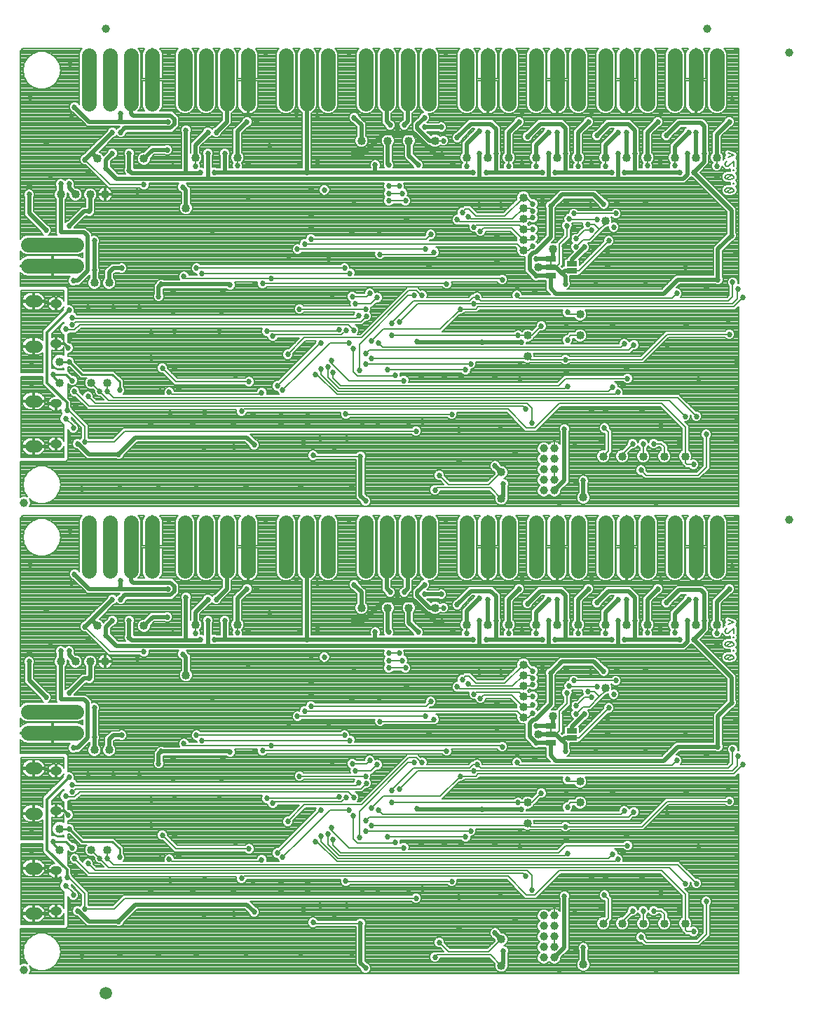
<source format=gbl>
G75*
%MOIN*%
%OFA0B0*%
%FSLAX25Y25*%
%IPPOS*%
%LPD*%
%AMOC8*
5,1,8,0,0,1.08239X$1,22.5*
%
%ADD10C,0.00800*%
%ADD11C,0.05512*%
%ADD12C,0.03937*%
%ADD13R,0.05000X0.02500*%
%ADD14R,0.01000X0.01600*%
%ADD15C,0.03937*%
%ADD16C,0.07000*%
%ADD17C,0.04000*%
%ADD18C,0.05906*%
%ADD19C,0.02700*%
%ADD20C,0.01000*%
%ADD21C,0.02000*%
%ADD22C,0.01200*%
D10*
X0044950Y0034181D02*
X0044950Y0051000D01*
X0066578Y0051000D01*
X0067750Y0052172D01*
X0067750Y0066372D01*
X0068088Y0065556D01*
X0068806Y0064838D01*
X0069743Y0064450D01*
X0070757Y0064450D01*
X0071694Y0064838D01*
X0072412Y0065556D01*
X0072800Y0066493D01*
X0072800Y0067507D01*
X0072412Y0068444D01*
X0071694Y0069162D01*
X0071108Y0069405D01*
X0070913Y0069600D01*
X0069300Y0071213D01*
X0069300Y0072007D01*
X0069298Y0072013D01*
X0074150Y0067161D01*
X0074150Y0062506D01*
X0073588Y0061944D01*
X0073504Y0061741D01*
X0072757Y0062050D01*
X0071743Y0062050D01*
X0070806Y0061662D01*
X0070088Y0060944D01*
X0069700Y0060007D01*
X0069700Y0058993D01*
X0070088Y0058056D01*
X0070806Y0057338D01*
X0071743Y0056950D01*
X0072017Y0056950D01*
X0076667Y0052300D01*
X0090398Y0052300D01*
X0091243Y0051950D01*
X0092257Y0051950D01*
X0093194Y0052338D01*
X0093912Y0053056D01*
X0094262Y0053901D01*
X0100661Y0060300D01*
X0151839Y0060300D01*
X0153738Y0058401D01*
X0154088Y0057556D01*
X0154806Y0056838D01*
X0155743Y0056450D01*
X0156757Y0056450D01*
X0157694Y0056838D01*
X0158412Y0057556D01*
X0158800Y0058493D01*
X0158800Y0059507D01*
X0158412Y0060444D01*
X0157694Y0061162D01*
X0156849Y0061512D01*
X0154950Y0063411D01*
X0154461Y0063900D01*
X0231244Y0063900D01*
X0231806Y0063338D01*
X0232743Y0062950D01*
X0233757Y0062950D01*
X0234694Y0063338D01*
X0235412Y0064056D01*
X0235800Y0064993D01*
X0235800Y0066007D01*
X0235412Y0066944D01*
X0234694Y0067662D01*
X0233757Y0068050D01*
X0232743Y0068050D01*
X0231806Y0067662D01*
X0231244Y0067100D01*
X0094087Y0067100D01*
X0089087Y0062100D01*
X0077756Y0062100D01*
X0077350Y0062506D01*
X0077350Y0068486D01*
X0069780Y0076057D01*
X0069412Y0076944D01*
X0069050Y0077306D01*
X0069050Y0079746D01*
X0067750Y0081046D01*
X0067750Y0087894D01*
X0068306Y0087338D01*
X0069243Y0086950D01*
X0070257Y0086950D01*
X0071194Y0087338D01*
X0071912Y0088056D01*
X0072300Y0088993D01*
X0072300Y0090007D01*
X0071912Y0090944D01*
X0071194Y0091662D01*
X0070257Y0092050D01*
X0069604Y0092050D01*
X0067750Y0093904D01*
X0067750Y0095950D01*
X0068396Y0095950D01*
X0072550Y0091796D01*
X0072550Y0091796D01*
X0073546Y0090800D01*
X0076525Y0090800D01*
X0076037Y0090313D01*
X0075550Y0089137D01*
X0075550Y0087863D01*
X0076037Y0086687D01*
X0076937Y0085787D01*
X0078113Y0085300D01*
X0079387Y0085300D01*
X0079599Y0085388D01*
X0080200Y0084787D01*
X0080200Y0083993D01*
X0080588Y0083056D01*
X0081306Y0082338D01*
X0082243Y0081950D01*
X0083037Y0081950D01*
X0084687Y0080300D01*
X0081213Y0080300D01*
X0079800Y0081713D01*
X0079800Y0082507D01*
X0079412Y0083444D01*
X0078694Y0084162D01*
X0077757Y0084550D01*
X0076743Y0084550D01*
X0075806Y0084162D01*
X0075088Y0083444D01*
X0074741Y0082605D01*
X0073283Y0084063D01*
X0073283Y0084857D01*
X0072895Y0085794D01*
X0072178Y0086512D01*
X0071240Y0086900D01*
X0070226Y0086900D01*
X0069289Y0086512D01*
X0068571Y0085794D01*
X0068183Y0084857D01*
X0068183Y0083843D01*
X0068571Y0082906D01*
X0069289Y0082188D01*
X0070226Y0081800D01*
X0071020Y0081800D01*
X0076183Y0076637D01*
X0077120Y0075700D01*
X0147801Y0075700D01*
X0147700Y0075457D01*
X0147700Y0074443D01*
X0148088Y0073506D01*
X0148806Y0072788D01*
X0149743Y0072400D01*
X0150757Y0072400D01*
X0151694Y0072788D01*
X0152412Y0073506D01*
X0152741Y0074300D01*
X0197301Y0074300D01*
X0197200Y0074057D01*
X0197200Y0073043D01*
X0197588Y0072106D01*
X0198306Y0071388D01*
X0199243Y0071000D01*
X0200257Y0071000D01*
X0201194Y0071388D01*
X0201706Y0071900D01*
X0248244Y0071900D01*
X0248806Y0071338D01*
X0249743Y0070950D01*
X0250757Y0070950D01*
X0251694Y0071338D01*
X0252412Y0072056D01*
X0252800Y0072993D01*
X0252800Y0074007D01*
X0252679Y0074300D01*
X0276187Y0074300D01*
X0285087Y0065400D01*
X0290413Y0065400D01*
X0291350Y0066337D01*
X0302113Y0077100D01*
X0349387Y0077100D01*
X0359650Y0066837D01*
X0359650Y0056301D01*
X0359437Y0056213D01*
X0358537Y0055313D01*
X0358050Y0054137D01*
X0358050Y0052863D01*
X0358537Y0051687D01*
X0359437Y0050787D01*
X0359650Y0050699D01*
X0359650Y0049837D01*
X0360587Y0048900D01*
X0361423Y0048064D01*
X0363244Y0048064D01*
X0363806Y0047502D01*
X0364743Y0047114D01*
X0365757Y0047114D01*
X0366694Y0047502D01*
X0367412Y0048220D01*
X0367800Y0049157D01*
X0367800Y0050171D01*
X0367412Y0051109D01*
X0366694Y0051826D01*
X0365757Y0052214D01*
X0364743Y0052214D01*
X0364065Y0051933D01*
X0364450Y0052863D01*
X0364450Y0054137D01*
X0363963Y0055313D01*
X0363063Y0056213D01*
X0362850Y0056301D01*
X0362850Y0068163D01*
X0361063Y0069950D01*
X0361757Y0069950D01*
X0362694Y0070338D01*
X0363412Y0071056D01*
X0363800Y0071993D01*
X0363800Y0073002D01*
X0364015Y0072787D01*
X0364015Y0071993D01*
X0364403Y0071056D01*
X0365120Y0070338D01*
X0366058Y0069950D01*
X0367072Y0069950D01*
X0368009Y0070338D01*
X0368727Y0071056D01*
X0369115Y0071993D01*
X0369115Y0073007D01*
X0368727Y0073944D01*
X0368009Y0074662D01*
X0367072Y0075050D01*
X0366278Y0075050D01*
X0359165Y0082163D01*
X0358228Y0083100D01*
X0331637Y0083100D01*
X0331800Y0083493D01*
X0331800Y0084507D01*
X0331412Y0085444D01*
X0330694Y0086162D01*
X0329757Y0086550D01*
X0329300Y0086550D01*
X0329300Y0087007D01*
X0328912Y0087944D01*
X0328194Y0088662D01*
X0327619Y0088900D01*
X0331733Y0088900D01*
X0332295Y0088338D01*
X0333232Y0087950D01*
X0334246Y0087950D01*
X0335183Y0088338D01*
X0335901Y0089056D01*
X0336289Y0089993D01*
X0336289Y0091007D01*
X0335901Y0091944D01*
X0335183Y0092662D01*
X0334246Y0093050D01*
X0333232Y0093050D01*
X0332295Y0092662D01*
X0331733Y0092100D01*
X0303587Y0092100D01*
X0300187Y0088700D01*
X0229779Y0088700D01*
X0229900Y0088993D01*
X0229900Y0090007D01*
X0229512Y0090944D01*
X0228794Y0091662D01*
X0227857Y0092050D01*
X0226843Y0092050D01*
X0225906Y0091662D01*
X0225800Y0091556D01*
X0225800Y0092507D01*
X0225554Y0093100D01*
X0254644Y0093100D01*
X0255256Y0092488D01*
X0256193Y0092100D01*
X0257207Y0092100D01*
X0258144Y0092488D01*
X0258862Y0093206D01*
X0259250Y0094143D01*
X0259250Y0094950D01*
X0259757Y0094950D01*
X0260694Y0095338D01*
X0261412Y0096056D01*
X0261800Y0096993D01*
X0261800Y0098007D01*
X0261637Y0098400D01*
X0284325Y0098400D01*
X0284437Y0098287D01*
X0285613Y0097800D01*
X0286887Y0097800D01*
X0287128Y0097900D01*
X0302244Y0097900D01*
X0302806Y0097338D01*
X0303743Y0096950D01*
X0304757Y0096950D01*
X0305694Y0097338D01*
X0306256Y0097900D01*
X0341413Y0097900D01*
X0353413Y0109900D01*
X0380244Y0109900D01*
X0380806Y0109338D01*
X0381743Y0108950D01*
X0382757Y0108950D01*
X0383694Y0109338D01*
X0384412Y0110056D01*
X0384800Y0110993D01*
X0384800Y0112007D01*
X0384412Y0112944D01*
X0383694Y0113662D01*
X0382757Y0114050D01*
X0381743Y0114050D01*
X0380806Y0113662D01*
X0380244Y0113100D01*
X0352087Y0113100D01*
X0351150Y0112163D01*
X0340087Y0101100D01*
X0306256Y0101100D01*
X0305694Y0101662D01*
X0304757Y0102050D01*
X0303743Y0102050D01*
X0302806Y0101662D01*
X0302244Y0101100D01*
X0289450Y0101100D01*
X0289450Y0101637D01*
X0289134Y0102400D01*
X0334913Y0102400D01*
X0336463Y0103950D01*
X0337257Y0103950D01*
X0338194Y0104338D01*
X0338912Y0105056D01*
X0339300Y0105993D01*
X0339300Y0107007D01*
X0338912Y0107944D01*
X0338194Y0108662D01*
X0337257Y0109050D01*
X0336243Y0109050D01*
X0335306Y0108662D01*
X0334610Y0107966D01*
X0334412Y0108444D01*
X0333694Y0109162D01*
X0332757Y0109550D01*
X0331743Y0109550D01*
X0330806Y0109162D01*
X0330088Y0108444D01*
X0329700Y0107507D01*
X0329700Y0107000D01*
X0307006Y0107000D01*
X0307412Y0107406D01*
X0307800Y0108343D01*
X0307800Y0109357D01*
X0307782Y0109400D01*
X0308449Y0109400D01*
X0308537Y0109187D01*
X0309437Y0108287D01*
X0310613Y0107800D01*
X0311887Y0107800D01*
X0313063Y0108287D01*
X0313963Y0109187D01*
X0314450Y0110363D01*
X0314450Y0111637D01*
X0313963Y0112813D01*
X0313063Y0113713D01*
X0311887Y0114200D01*
X0310613Y0114200D01*
X0309437Y0113713D01*
X0308537Y0112813D01*
X0308449Y0112600D01*
X0306087Y0112600D01*
X0304887Y0111400D01*
X0304743Y0111400D01*
X0303806Y0111012D01*
X0303088Y0110294D01*
X0302700Y0109357D01*
X0302700Y0108343D01*
X0303088Y0107406D01*
X0303494Y0107000D01*
X0285699Y0107000D01*
X0285800Y0107243D01*
X0285800Y0107800D01*
X0286887Y0107800D01*
X0288063Y0108287D01*
X0288963Y0109187D01*
X0289149Y0109636D01*
X0289850Y0110337D01*
X0292463Y0112950D01*
X0293257Y0112950D01*
X0294194Y0113338D01*
X0294912Y0114056D01*
X0295300Y0114993D01*
X0295300Y0116007D01*
X0294912Y0116944D01*
X0294194Y0117662D01*
X0293257Y0118050D01*
X0292243Y0118050D01*
X0291306Y0117662D01*
X0290588Y0116944D01*
X0290200Y0116007D01*
X0290200Y0115213D01*
X0288381Y0113394D01*
X0288063Y0113713D01*
X0286887Y0114200D01*
X0285613Y0114200D01*
X0284437Y0113713D01*
X0283540Y0112816D01*
X0283194Y0113162D01*
X0282257Y0113550D01*
X0281243Y0113550D01*
X0280306Y0113162D01*
X0279744Y0112600D01*
X0245613Y0112600D01*
X0253963Y0120950D01*
X0254757Y0120950D01*
X0255694Y0121338D01*
X0256256Y0121900D01*
X0262236Y0121900D01*
X0263173Y0122837D01*
X0263336Y0123000D01*
X0302904Y0123000D01*
X0302700Y0122507D01*
X0302700Y0121493D01*
X0303088Y0120556D01*
X0303806Y0119838D01*
X0304743Y0119450D01*
X0305537Y0119450D01*
X0305587Y0119400D01*
X0308449Y0119400D01*
X0308537Y0119187D01*
X0309437Y0118287D01*
X0310613Y0117800D01*
X0311887Y0117800D01*
X0313063Y0118287D01*
X0313963Y0119187D01*
X0314450Y0120363D01*
X0314450Y0121637D01*
X0313963Y0122813D01*
X0313775Y0123000D01*
X0385013Y0123000D01*
X0385950Y0123937D01*
X0386750Y0124737D01*
X0386750Y0029700D01*
X0049431Y0029700D01*
X0049436Y0029705D01*
X0049918Y0030870D01*
X0049918Y0032130D01*
X0049458Y0033242D01*
X0050731Y0032173D01*
X0053681Y0031100D01*
X0056819Y0031100D01*
X0059769Y0032173D01*
X0062173Y0034191D01*
X0063742Y0036909D01*
X0064287Y0040000D01*
X0063742Y0043091D01*
X0062173Y0045809D01*
X0062173Y0045809D01*
X0059769Y0047827D01*
X0059769Y0047827D01*
X0056819Y0048900D01*
X0053681Y0048900D01*
X0050731Y0047827D01*
X0048327Y0045809D01*
X0046758Y0043091D01*
X0046213Y0040000D01*
X0046758Y0036909D01*
X0048262Y0034303D01*
X0047380Y0034668D01*
X0046120Y0034668D01*
X0044955Y0034186D01*
X0044950Y0034181D01*
X0044950Y0034888D02*
X0047925Y0034888D01*
X0047463Y0035687D02*
X0044950Y0035687D01*
X0044950Y0036485D02*
X0047002Y0036485D01*
X0046758Y0036909D02*
X0046758Y0036909D01*
X0046692Y0037284D02*
X0044950Y0037284D01*
X0044950Y0038082D02*
X0046551Y0038082D01*
X0046410Y0038881D02*
X0044950Y0038881D01*
X0044950Y0039679D02*
X0046269Y0039679D01*
X0046213Y0040000D02*
X0046213Y0040000D01*
X0046297Y0040478D02*
X0044950Y0040478D01*
X0044950Y0041276D02*
X0046438Y0041276D01*
X0046579Y0042075D02*
X0044950Y0042075D01*
X0044950Y0042873D02*
X0046719Y0042873D01*
X0046758Y0043091D02*
X0046758Y0043091D01*
X0047093Y0043672D02*
X0044950Y0043672D01*
X0044950Y0044470D02*
X0047554Y0044470D01*
X0048015Y0045269D02*
X0044950Y0045269D01*
X0044950Y0046067D02*
X0048635Y0046067D01*
X0048327Y0045809D02*
X0048327Y0045809D01*
X0048327Y0045809D01*
X0049586Y0046866D02*
X0044950Y0046866D01*
X0044950Y0047664D02*
X0050538Y0047664D01*
X0050731Y0047827D02*
X0050731Y0047827D01*
X0052479Y0048463D02*
X0044950Y0048463D01*
X0044950Y0049261D02*
X0204550Y0049261D01*
X0204550Y0048463D02*
X0058021Y0048463D01*
X0059962Y0047664D02*
X0204550Y0047664D01*
X0204550Y0046866D02*
X0060914Y0046866D01*
X0061865Y0046067D02*
X0204550Y0046067D01*
X0204550Y0045269D02*
X0062485Y0045269D01*
X0062946Y0044470D02*
X0204550Y0044470D01*
X0204550Y0043672D02*
X0063407Y0043672D01*
X0063742Y0043091D02*
X0063742Y0043091D01*
X0063781Y0042873D02*
X0204550Y0042873D01*
X0204550Y0042075D02*
X0063921Y0042075D01*
X0064062Y0041276D02*
X0204550Y0041276D01*
X0204550Y0040478D02*
X0064203Y0040478D01*
X0064287Y0040000D02*
X0064287Y0040000D01*
X0064231Y0039679D02*
X0204550Y0039679D01*
X0204550Y0038881D02*
X0064090Y0038881D01*
X0063949Y0038082D02*
X0204550Y0038082D01*
X0204550Y0037284D02*
X0063808Y0037284D01*
X0063742Y0036909D02*
X0063742Y0036909D01*
X0063498Y0036485D02*
X0204550Y0036485D01*
X0204550Y0035687D02*
X0063036Y0035687D01*
X0062575Y0034888D02*
X0204550Y0034888D01*
X0204550Y0034090D02*
X0062052Y0034090D01*
X0062173Y0034191D02*
X0062173Y0034191D01*
X0062173Y0034191D01*
X0061101Y0033291D02*
X0205098Y0033291D01*
X0204550Y0033839D02*
X0206738Y0031651D01*
X0207088Y0030806D01*
X0207806Y0030088D01*
X0208743Y0029700D01*
X0209757Y0029700D01*
X0210694Y0030088D01*
X0211412Y0030806D01*
X0211800Y0031743D01*
X0211800Y0032757D01*
X0211412Y0033694D01*
X0210694Y0034412D01*
X0209849Y0034762D01*
X0208950Y0035661D01*
X0208950Y0052148D01*
X0209300Y0052993D01*
X0209300Y0054007D01*
X0208912Y0054944D01*
X0208194Y0055662D01*
X0207257Y0056050D01*
X0206243Y0056050D01*
X0205306Y0055662D01*
X0204744Y0055100D01*
X0186554Y0055100D01*
X0186412Y0055444D01*
X0185694Y0056162D01*
X0184757Y0056550D01*
X0183743Y0056550D01*
X0182806Y0056162D01*
X0182088Y0055444D01*
X0181700Y0054507D01*
X0181700Y0053493D01*
X0182088Y0052556D01*
X0182806Y0051838D01*
X0183743Y0051450D01*
X0184757Y0051450D01*
X0185694Y0051838D01*
X0185756Y0051900D01*
X0204550Y0051900D01*
X0204550Y0033839D01*
X0205896Y0032493D02*
X0060149Y0032493D01*
X0059769Y0032173D02*
X0059769Y0032173D01*
X0058451Y0031694D02*
X0206695Y0031694D01*
X0207051Y0030896D02*
X0049918Y0030896D01*
X0049918Y0031694D02*
X0052049Y0031694D01*
X0050351Y0032493D02*
X0049768Y0032493D01*
X0049598Y0030097D02*
X0207797Y0030097D01*
X0210703Y0030097D02*
X0386750Y0030097D01*
X0386750Y0030896D02*
X0313617Y0030896D01*
X0313387Y0030800D02*
X0314563Y0031287D01*
X0315463Y0032187D01*
X0315950Y0033363D01*
X0315950Y0034637D01*
X0315463Y0035813D01*
X0314950Y0036325D01*
X0314950Y0040648D01*
X0315300Y0041493D01*
X0315300Y0042507D01*
X0314912Y0043444D01*
X0314194Y0044162D01*
X0313257Y0044550D01*
X0312243Y0044550D01*
X0311306Y0044162D01*
X0310588Y0043444D01*
X0310200Y0042507D01*
X0310200Y0041493D01*
X0310550Y0040648D01*
X0310550Y0036325D01*
X0310037Y0035813D01*
X0309550Y0034637D01*
X0309550Y0033363D01*
X0310037Y0032187D01*
X0310937Y0031287D01*
X0312113Y0030800D01*
X0313387Y0030800D01*
X0311883Y0030896D02*
X0275671Y0030896D01*
X0275563Y0030787D02*
X0276463Y0031687D01*
X0276950Y0032863D01*
X0276950Y0039148D01*
X0277300Y0039993D01*
X0277300Y0041007D01*
X0276912Y0041944D01*
X0276194Y0042662D01*
X0275257Y0043050D01*
X0274990Y0043050D01*
X0275563Y0043287D01*
X0276463Y0044187D01*
X0276950Y0045363D01*
X0276950Y0046637D01*
X0276463Y0047813D01*
X0275563Y0048713D01*
X0274387Y0049200D01*
X0273661Y0049200D01*
X0273262Y0049599D01*
X0272912Y0050444D01*
X0272194Y0051162D01*
X0271257Y0051550D01*
X0270243Y0051550D01*
X0269306Y0051162D01*
X0268588Y0050444D01*
X0268200Y0049507D01*
X0268200Y0048493D01*
X0268588Y0047556D01*
X0269306Y0046838D01*
X0270151Y0046488D01*
X0270550Y0046089D01*
X0270550Y0045363D01*
X0270638Y0045151D01*
X0267087Y0041600D01*
X0249413Y0041600D01*
X0246800Y0044213D01*
X0246800Y0045007D01*
X0246412Y0045944D01*
X0245694Y0046662D01*
X0244757Y0047050D01*
X0243743Y0047050D01*
X0242806Y0046662D01*
X0242088Y0045944D01*
X0241700Y0045007D01*
X0241700Y0043993D01*
X0242088Y0043056D01*
X0242806Y0042338D01*
X0243743Y0041950D01*
X0244537Y0041950D01*
X0246287Y0040200D01*
X0242687Y0040200D01*
X0242537Y0040050D01*
X0241743Y0040050D01*
X0240806Y0039662D01*
X0240088Y0038944D01*
X0239700Y0038007D01*
X0239700Y0036993D01*
X0240088Y0036056D01*
X0240806Y0035338D01*
X0241743Y0034950D01*
X0242757Y0034950D01*
X0243694Y0035338D01*
X0244412Y0036056D01*
X0244800Y0036993D01*
X0244800Y0037000D01*
X0267987Y0037000D01*
X0270638Y0034349D01*
X0270550Y0034137D01*
X0270550Y0032863D01*
X0271037Y0031687D01*
X0271937Y0030787D01*
X0273113Y0030300D01*
X0274387Y0030300D01*
X0275563Y0030787D01*
X0276466Y0031694D02*
X0310530Y0031694D01*
X0309911Y0032493D02*
X0276796Y0032493D01*
X0276950Y0033291D02*
X0309580Y0033291D01*
X0309550Y0034090D02*
X0299650Y0034090D01*
X0299630Y0034081D02*
X0300795Y0034564D01*
X0301686Y0035455D01*
X0302168Y0036620D01*
X0302168Y0037261D01*
X0305950Y0041042D01*
X0305950Y0065148D01*
X0306300Y0065993D01*
X0306300Y0067007D01*
X0305912Y0067944D01*
X0305194Y0068662D01*
X0304257Y0069050D01*
X0303243Y0069050D01*
X0302306Y0068662D01*
X0301588Y0067944D01*
X0301200Y0067007D01*
X0301200Y0065993D01*
X0301550Y0065148D01*
X0301550Y0059464D01*
X0301147Y0059866D01*
X0300596Y0060235D01*
X0299983Y0060489D01*
X0299332Y0060618D01*
X0299100Y0060618D01*
X0299100Y0057350D01*
X0298900Y0057350D01*
X0298900Y0060618D01*
X0298668Y0060618D01*
X0298017Y0060489D01*
X0297404Y0060235D01*
X0296853Y0059866D01*
X0296384Y0059397D01*
X0296364Y0059367D01*
X0295795Y0059936D01*
X0294630Y0060418D01*
X0293370Y0060418D01*
X0292205Y0059936D01*
X0291314Y0059045D01*
X0290831Y0057880D01*
X0290831Y0056620D01*
X0291314Y0055455D01*
X0292019Y0054750D01*
X0291314Y0054045D01*
X0290831Y0052880D01*
X0290831Y0051620D01*
X0291314Y0050455D01*
X0292019Y0049750D01*
X0291314Y0049045D01*
X0290831Y0047880D01*
X0290831Y0046620D01*
X0291314Y0045455D01*
X0292019Y0044750D01*
X0291314Y0044045D01*
X0290831Y0042880D01*
X0290831Y0041620D01*
X0291314Y0040455D01*
X0292019Y0039750D01*
X0291314Y0039045D01*
X0290831Y0037880D01*
X0290831Y0036620D01*
X0291314Y0035455D01*
X0292205Y0034564D01*
X0293370Y0034081D01*
X0294630Y0034081D01*
X0295795Y0034564D01*
X0296500Y0035269D01*
X0297205Y0034564D01*
X0298370Y0034081D01*
X0299630Y0034081D01*
X0298350Y0034090D02*
X0294650Y0034090D01*
X0293350Y0034090D02*
X0276950Y0034090D01*
X0276950Y0034888D02*
X0291881Y0034888D01*
X0291218Y0035687D02*
X0276950Y0035687D01*
X0276950Y0036485D02*
X0290887Y0036485D01*
X0290831Y0037284D02*
X0276950Y0037284D01*
X0276950Y0038082D02*
X0290915Y0038082D01*
X0291246Y0038881D02*
X0276950Y0038881D01*
X0277170Y0039679D02*
X0291948Y0039679D01*
X0291305Y0040478D02*
X0277300Y0040478D01*
X0277189Y0041276D02*
X0290974Y0041276D01*
X0290831Y0042075D02*
X0276782Y0042075D01*
X0275684Y0042873D02*
X0290831Y0042873D01*
X0291159Y0043672D02*
X0275947Y0043672D01*
X0276580Y0044470D02*
X0291739Y0044470D01*
X0291500Y0045269D02*
X0276911Y0045269D01*
X0276950Y0046067D02*
X0291060Y0046067D01*
X0290831Y0046866D02*
X0276855Y0046866D01*
X0276524Y0047664D02*
X0290831Y0047664D01*
X0291073Y0048463D02*
X0275813Y0048463D01*
X0273600Y0049261D02*
X0291530Y0049261D01*
X0291709Y0050060D02*
X0273071Y0050060D01*
X0272498Y0050858D02*
X0291147Y0050858D01*
X0290831Y0051657D02*
X0208950Y0051657D01*
X0208950Y0050858D02*
X0269002Y0050858D01*
X0268429Y0050060D02*
X0208950Y0050060D01*
X0208950Y0049261D02*
X0268200Y0049261D01*
X0268212Y0048463D02*
X0208950Y0048463D01*
X0208950Y0047664D02*
X0268543Y0047664D01*
X0269278Y0046866D02*
X0245202Y0046866D01*
X0246289Y0046067D02*
X0270550Y0046067D01*
X0270589Y0045269D02*
X0246692Y0045269D01*
X0246800Y0044470D02*
X0269958Y0044470D01*
X0269159Y0043672D02*
X0247341Y0043672D01*
X0248140Y0042873D02*
X0268360Y0042873D01*
X0267562Y0042075D02*
X0248938Y0042075D01*
X0248750Y0040000D02*
X0267750Y0040000D01*
X0273750Y0046000D01*
X0268650Y0038600D02*
X0243350Y0038600D01*
X0242250Y0037500D01*
X0244043Y0035687D02*
X0269301Y0035687D01*
X0268502Y0036485D02*
X0244590Y0036485D01*
X0240457Y0035687D02*
X0208950Y0035687D01*
X0208950Y0036485D02*
X0239910Y0036485D01*
X0239700Y0037284D02*
X0208950Y0037284D01*
X0208950Y0038082D02*
X0239731Y0038082D01*
X0240062Y0038881D02*
X0208950Y0038881D01*
X0208950Y0039679D02*
X0240848Y0039679D01*
X0242271Y0042873D02*
X0208950Y0042873D01*
X0208950Y0042075D02*
X0243442Y0042075D01*
X0245211Y0041276D02*
X0208950Y0041276D01*
X0208950Y0040478D02*
X0246010Y0040478D01*
X0248750Y0040000D02*
X0244250Y0044500D01*
X0243298Y0046866D02*
X0208950Y0046866D01*
X0208950Y0046067D02*
X0242211Y0046067D01*
X0241808Y0045269D02*
X0208950Y0045269D01*
X0208950Y0044470D02*
X0241700Y0044470D01*
X0241833Y0043672D02*
X0208950Y0043672D01*
X0204550Y0050060D02*
X0044950Y0050060D01*
X0044950Y0050858D02*
X0204550Y0050858D01*
X0204550Y0051657D02*
X0185257Y0051657D01*
X0184750Y0053500D02*
X0184250Y0054000D01*
X0184750Y0053500D02*
X0206750Y0053500D01*
X0209077Y0052455D02*
X0290831Y0052455D01*
X0290986Y0053254D02*
X0209300Y0053254D01*
X0209281Y0054052D02*
X0291321Y0054052D01*
X0291918Y0054851D02*
X0208951Y0054851D01*
X0208207Y0055649D02*
X0291233Y0055649D01*
X0290903Y0056448D02*
X0185004Y0056448D01*
X0186207Y0055649D02*
X0205293Y0055649D01*
X0201426Y0071620D02*
X0248524Y0071620D01*
X0250250Y0073500D02*
X0199800Y0073500D01*
X0199750Y0073550D01*
X0197459Y0072418D02*
X0150801Y0072418D01*
X0149699Y0072418D02*
X0073418Y0072418D01*
X0074217Y0071620D02*
X0198074Y0071620D01*
X0197200Y0073217D02*
X0152123Y0073217D01*
X0152623Y0074015D02*
X0197200Y0074015D01*
X0195523Y0082900D02*
X0185923Y0092500D01*
X0185250Y0092500D01*
X0187900Y0092503D02*
X0187900Y0095000D01*
X0187900Y0092503D02*
X0196103Y0084300D01*
X0324550Y0084300D01*
X0326750Y0086500D01*
X0328468Y0088388D02*
X0332244Y0088388D01*
X0333739Y0090500D02*
X0304250Y0090500D01*
X0300850Y0087100D01*
X0197263Y0087100D01*
X0193600Y0090763D01*
X0193600Y0093500D01*
X0191250Y0091133D02*
X0191250Y0096000D01*
X0193073Y0097677D02*
X0201250Y0089500D01*
X0227350Y0089500D01*
X0229900Y0089187D02*
X0300674Y0089187D01*
X0301473Y0089985D02*
X0229900Y0089985D01*
X0229578Y0090784D02*
X0302271Y0090784D01*
X0303070Y0091582D02*
X0228874Y0091582D01*
X0225826Y0091582D02*
X0225800Y0091582D01*
X0225800Y0092381D02*
X0255515Y0092381D01*
X0257885Y0092381D02*
X0332014Y0092381D01*
X0335464Y0092381D02*
X0386750Y0092381D01*
X0386750Y0093179D02*
X0258836Y0093179D01*
X0259182Y0093978D02*
X0386750Y0093978D01*
X0386750Y0094776D02*
X0259250Y0094776D01*
X0260931Y0095575D02*
X0386750Y0095575D01*
X0386750Y0096373D02*
X0261543Y0096373D01*
X0261800Y0097172D02*
X0303207Y0097172D01*
X0305293Y0097172D02*
X0386750Y0097172D01*
X0386750Y0097970D02*
X0341483Y0097970D01*
X0342282Y0098769D02*
X0386750Y0098769D01*
X0386750Y0099568D02*
X0343080Y0099568D01*
X0343879Y0100366D02*
X0386750Y0100366D01*
X0386750Y0101165D02*
X0344677Y0101165D01*
X0345476Y0101963D02*
X0386750Y0101963D01*
X0386750Y0102762D02*
X0346274Y0102762D01*
X0347073Y0103560D02*
X0386750Y0103560D01*
X0386750Y0104359D02*
X0347871Y0104359D01*
X0348670Y0105157D02*
X0386750Y0105157D01*
X0386750Y0105956D02*
X0349468Y0105956D01*
X0350267Y0106754D02*
X0386750Y0106754D01*
X0386750Y0107553D02*
X0351065Y0107553D01*
X0351864Y0108351D02*
X0386750Y0108351D01*
X0386750Y0109150D02*
X0383239Y0109150D01*
X0384304Y0109948D02*
X0386750Y0109948D01*
X0386750Y0110747D02*
X0384698Y0110747D01*
X0384800Y0111545D02*
X0386750Y0111545D01*
X0386750Y0112344D02*
X0384661Y0112344D01*
X0384214Y0113142D02*
X0386750Y0113142D01*
X0386750Y0113941D02*
X0383021Y0113941D01*
X0381479Y0113941D02*
X0312512Y0113941D01*
X0313633Y0113142D02*
X0380286Y0113142D01*
X0382250Y0111500D02*
X0352750Y0111500D01*
X0340750Y0099500D01*
X0304250Y0099500D01*
X0287750Y0099500D01*
X0286250Y0101000D01*
X0285250Y0100000D01*
X0212050Y0100000D01*
X0209250Y0102350D02*
X0210900Y0104000D01*
X0334250Y0104000D01*
X0336750Y0106500D01*
X0338505Y0108351D02*
X0347338Y0108351D01*
X0346540Y0107553D02*
X0339074Y0107553D01*
X0339300Y0106754D02*
X0345741Y0106754D01*
X0344943Y0105956D02*
X0339285Y0105956D01*
X0338954Y0105157D02*
X0344144Y0105157D01*
X0343346Y0104359D02*
X0338215Y0104359D01*
X0336073Y0103560D02*
X0342547Y0103560D01*
X0341749Y0102762D02*
X0335274Y0102762D01*
X0340152Y0101165D02*
X0306192Y0101165D01*
X0304967Y0101963D02*
X0340950Y0101963D01*
X0348137Y0109150D02*
X0333707Y0109150D01*
X0334450Y0108351D02*
X0334995Y0108351D01*
X0332250Y0107000D02*
X0330650Y0105400D01*
X0217350Y0105400D01*
X0215250Y0107500D01*
X0212050Y0108400D02*
X0217650Y0114000D01*
X0244750Y0114000D01*
X0254250Y0123500D01*
X0261573Y0123500D01*
X0262673Y0124600D01*
X0384350Y0124600D01*
X0388750Y0129000D01*
X0386010Y0128240D02*
X0386010Y0132760D01*
X0386250Y0133000D01*
X0386190Y0135550D02*
X0386300Y0135816D01*
X0386300Y0136831D01*
X0385912Y0137768D01*
X0385194Y0138485D01*
X0384257Y0138873D01*
X0383243Y0138873D01*
X0382306Y0138485D01*
X0381588Y0137768D01*
X0381200Y0136831D01*
X0381200Y0135816D01*
X0381588Y0134879D01*
X0382150Y0134317D01*
X0382150Y0130063D01*
X0381087Y0129000D01*
X0358856Y0129000D01*
X0359412Y0129556D01*
X0359800Y0130493D01*
X0359800Y0131507D01*
X0359412Y0132444D01*
X0358694Y0133162D01*
X0357757Y0133550D01*
X0356911Y0133550D01*
X0358661Y0135300D01*
X0375398Y0135300D01*
X0376243Y0134950D01*
X0377257Y0134950D01*
X0378194Y0135338D01*
X0378912Y0136056D01*
X0379300Y0136993D01*
X0379300Y0138007D01*
X0378950Y0138852D01*
X0378950Y0151089D01*
X0383849Y0155988D01*
X0384694Y0156338D01*
X0385412Y0157056D01*
X0385800Y0157993D01*
X0385800Y0159007D01*
X0385450Y0159852D01*
X0385450Y0171411D01*
X0384161Y0172700D01*
X0368361Y0188500D01*
X0372450Y0192589D01*
X0372450Y0196148D01*
X0372800Y0196993D01*
X0372800Y0198007D01*
X0372450Y0198852D01*
X0372450Y0211411D01*
X0370950Y0212911D01*
X0369661Y0214200D01*
X0357420Y0214200D01*
X0351732Y0208512D01*
X0350887Y0208162D01*
X0350170Y0207444D01*
X0349781Y0206507D01*
X0349781Y0205493D01*
X0350170Y0204556D01*
X0350887Y0203838D01*
X0351824Y0203450D01*
X0352839Y0203450D01*
X0353776Y0203838D01*
X0354493Y0204556D01*
X0354843Y0205401D01*
X0359243Y0209800D01*
X0361839Y0209800D01*
X0361506Y0209662D01*
X0360788Y0208944D01*
X0360438Y0208099D01*
X0355339Y0203000D01*
X0354050Y0201711D01*
X0354050Y0197825D01*
X0353537Y0197313D01*
X0353050Y0196137D01*
X0353050Y0194863D01*
X0353537Y0193687D01*
X0354159Y0193065D01*
X0354088Y0192994D01*
X0353700Y0192057D01*
X0353700Y0191043D01*
X0353842Y0190700D01*
X0345658Y0190700D01*
X0345800Y0191043D01*
X0345800Y0192057D01*
X0345412Y0192994D01*
X0345341Y0193065D01*
X0345963Y0193687D01*
X0346450Y0194863D01*
X0346450Y0196137D01*
X0345963Y0197313D01*
X0345450Y0197825D01*
X0345450Y0206589D01*
X0348849Y0209988D01*
X0349694Y0210338D01*
X0350412Y0211056D01*
X0350800Y0211993D01*
X0350800Y0213007D01*
X0350412Y0213944D01*
X0349694Y0214662D01*
X0348757Y0215050D01*
X0347743Y0215050D01*
X0346806Y0214662D01*
X0346088Y0213944D01*
X0345738Y0213099D01*
X0342339Y0209700D01*
X0341050Y0208411D01*
X0341050Y0197825D01*
X0340537Y0197313D01*
X0340050Y0196137D01*
X0340050Y0194863D01*
X0340537Y0193687D01*
X0341159Y0193065D01*
X0341088Y0192994D01*
X0340700Y0192057D01*
X0340700Y0191043D01*
X0340842Y0190700D01*
X0339450Y0190700D01*
X0339450Y0196148D01*
X0339800Y0196993D01*
X0339800Y0198007D01*
X0339450Y0198852D01*
X0339450Y0209411D01*
X0336450Y0212411D01*
X0335161Y0213700D01*
X0323839Y0213700D01*
X0318651Y0208512D01*
X0317806Y0208162D01*
X0317088Y0207444D01*
X0316700Y0206507D01*
X0316700Y0205493D01*
X0317088Y0204556D01*
X0317806Y0203838D01*
X0318743Y0203450D01*
X0319757Y0203450D01*
X0320694Y0203838D01*
X0321412Y0204556D01*
X0321762Y0205401D01*
X0325661Y0209300D01*
X0327444Y0209300D01*
X0327088Y0208944D01*
X0326738Y0208099D01*
X0322339Y0203700D01*
X0321050Y0202411D01*
X0321050Y0197825D01*
X0320537Y0197313D01*
X0320050Y0196137D01*
X0320050Y0194863D01*
X0320537Y0193687D01*
X0321184Y0193040D01*
X0321088Y0192944D01*
X0320700Y0192007D01*
X0320700Y0190993D01*
X0320821Y0190700D01*
X0312679Y0190700D01*
X0312800Y0190993D01*
X0312800Y0192007D01*
X0312412Y0192944D01*
X0312316Y0193040D01*
X0312963Y0193687D01*
X0313450Y0194863D01*
X0313450Y0196137D01*
X0312963Y0197313D01*
X0312450Y0197825D01*
X0312450Y0206589D01*
X0315849Y0209988D01*
X0316694Y0210338D01*
X0317412Y0211056D01*
X0317800Y0211993D01*
X0317800Y0213007D01*
X0317412Y0213944D01*
X0316694Y0214662D01*
X0315757Y0215050D01*
X0314743Y0215050D01*
X0313806Y0214662D01*
X0313088Y0213944D01*
X0312738Y0213099D01*
X0309339Y0209700D01*
X0308050Y0208411D01*
X0308050Y0197825D01*
X0307537Y0197313D01*
X0307050Y0196137D01*
X0307050Y0194863D01*
X0307537Y0193687D01*
X0308184Y0193040D01*
X0308088Y0192944D01*
X0307700Y0192007D01*
X0307700Y0190993D01*
X0307821Y0190700D01*
X0306450Y0190700D01*
X0306450Y0196148D01*
X0306800Y0196993D01*
X0306800Y0198007D01*
X0306450Y0198852D01*
X0306450Y0210411D01*
X0304450Y0212411D01*
X0303161Y0213700D01*
X0291339Y0213700D01*
X0285651Y0208012D01*
X0284806Y0207662D01*
X0284088Y0206944D01*
X0283700Y0206007D01*
X0283700Y0204993D01*
X0284088Y0204056D01*
X0284806Y0203338D01*
X0285743Y0202950D01*
X0286757Y0202950D01*
X0287694Y0203338D01*
X0288412Y0204056D01*
X0288762Y0204901D01*
X0293161Y0209300D01*
X0294444Y0209300D01*
X0294088Y0208944D01*
X0293738Y0208099D01*
X0288050Y0202411D01*
X0288050Y0197825D01*
X0287537Y0197313D01*
X0287050Y0196137D01*
X0287050Y0194863D01*
X0287537Y0193687D01*
X0288184Y0193040D01*
X0288088Y0192944D01*
X0287700Y0192007D01*
X0287700Y0190993D01*
X0287821Y0190700D01*
X0279679Y0190700D01*
X0279800Y0190993D01*
X0279800Y0192007D01*
X0279412Y0192944D01*
X0279316Y0193040D01*
X0279963Y0193687D01*
X0280450Y0194863D01*
X0280450Y0196137D01*
X0279963Y0197313D01*
X0279450Y0197825D01*
X0279450Y0206589D01*
X0282849Y0209988D01*
X0283694Y0210338D01*
X0284412Y0211056D01*
X0284800Y0211993D01*
X0284800Y0213007D01*
X0284412Y0213944D01*
X0283694Y0214662D01*
X0282757Y0215050D01*
X0281743Y0215050D01*
X0280806Y0214662D01*
X0280088Y0213944D01*
X0279738Y0213099D01*
X0276339Y0209700D01*
X0275050Y0208411D01*
X0275050Y0197825D01*
X0274537Y0197313D01*
X0274050Y0196137D01*
X0274050Y0194863D01*
X0274537Y0193687D01*
X0275184Y0193040D01*
X0275088Y0192944D01*
X0274700Y0192007D01*
X0274700Y0190993D01*
X0274821Y0190700D01*
X0273450Y0190700D01*
X0273450Y0196148D01*
X0273800Y0196993D01*
X0273800Y0198007D01*
X0273450Y0198852D01*
X0273450Y0209911D01*
X0270950Y0212411D01*
X0270950Y0212411D01*
X0269661Y0213700D01*
X0258339Y0213700D01*
X0252151Y0207512D01*
X0251306Y0207162D01*
X0250588Y0206444D01*
X0250200Y0205507D01*
X0250200Y0204493D01*
X0250588Y0203556D01*
X0251306Y0202838D01*
X0252243Y0202450D01*
X0253257Y0202450D01*
X0254194Y0202838D01*
X0254912Y0203556D01*
X0255262Y0204401D01*
X0260161Y0209300D01*
X0261049Y0209300D01*
X0260738Y0208549D01*
X0255050Y0202861D01*
X0255050Y0197825D01*
X0254537Y0197313D01*
X0254050Y0196137D01*
X0254050Y0194863D01*
X0254537Y0193687D01*
X0255184Y0193040D01*
X0255088Y0192944D01*
X0254700Y0192007D01*
X0254700Y0190993D01*
X0254842Y0190650D01*
X0236451Y0190650D01*
X0236800Y0191493D01*
X0236800Y0192507D01*
X0236412Y0193444D01*
X0235694Y0194162D01*
X0234849Y0194512D01*
X0231950Y0197411D01*
X0231950Y0201175D01*
X0232463Y0201687D01*
X0232950Y0202863D01*
X0232950Y0204137D01*
X0232463Y0205313D01*
X0231563Y0206213D01*
X0230387Y0206700D01*
X0229113Y0206700D01*
X0227937Y0206213D01*
X0227037Y0205313D01*
X0226550Y0204137D01*
X0226550Y0202863D01*
X0227037Y0201687D01*
X0227550Y0201175D01*
X0227550Y0195589D01*
X0228839Y0194300D01*
X0231738Y0191401D01*
X0232049Y0190650D01*
X0222451Y0190650D01*
X0222800Y0191493D01*
X0222800Y0192507D01*
X0222412Y0193444D01*
X0221950Y0193906D01*
X0221950Y0201175D01*
X0222463Y0201687D01*
X0222950Y0202863D01*
X0222950Y0204137D01*
X0222463Y0205313D01*
X0221563Y0206213D01*
X0220387Y0206700D01*
X0219113Y0206700D01*
X0217937Y0206213D01*
X0217037Y0205313D01*
X0216550Y0204137D01*
X0216550Y0202863D01*
X0217037Y0201687D01*
X0217550Y0201175D01*
X0217550Y0191589D01*
X0217738Y0191401D01*
X0218049Y0190650D01*
X0215951Y0190650D01*
X0216300Y0191493D01*
X0216300Y0192507D01*
X0215912Y0193444D01*
X0215194Y0194162D01*
X0214257Y0194550D01*
X0213243Y0194550D01*
X0212306Y0194162D01*
X0211588Y0193444D01*
X0211200Y0192507D01*
X0211200Y0191493D01*
X0211549Y0190650D01*
X0183450Y0190650D01*
X0183450Y0216824D01*
X0183912Y0217016D01*
X0185234Y0218338D01*
X0185950Y0220065D01*
X0185950Y0244935D01*
X0185234Y0246662D01*
X0184597Y0247300D01*
X0187903Y0247300D01*
X0187266Y0246662D01*
X0186550Y0244935D01*
X0186550Y0220065D01*
X0187266Y0218338D01*
X0188588Y0217016D01*
X0190315Y0216300D01*
X0192185Y0216300D01*
X0193912Y0217016D01*
X0195234Y0218338D01*
X0195950Y0220065D01*
X0195950Y0244935D01*
X0195234Y0246662D01*
X0194597Y0247300D01*
X0205903Y0247300D01*
X0205266Y0246662D01*
X0204550Y0244935D01*
X0204550Y0220065D01*
X0205266Y0218338D01*
X0206588Y0217016D01*
X0208315Y0216300D01*
X0210185Y0216300D01*
X0211912Y0217016D01*
X0213234Y0218338D01*
X0213950Y0220065D01*
X0213950Y0244935D01*
X0213234Y0246662D01*
X0212597Y0247300D01*
X0215903Y0247300D01*
X0215266Y0246662D01*
X0214550Y0244935D01*
X0214550Y0220065D01*
X0215266Y0218338D01*
X0216588Y0217016D01*
X0217050Y0216824D01*
X0217050Y0211689D01*
X0218338Y0210401D01*
X0218688Y0209556D01*
X0219406Y0208838D01*
X0220343Y0208450D01*
X0221357Y0208450D01*
X0222294Y0208838D01*
X0223012Y0209556D01*
X0223400Y0210493D01*
X0223400Y0211507D01*
X0223012Y0212444D01*
X0222294Y0213162D01*
X0221450Y0213512D01*
X0221450Y0216824D01*
X0221912Y0217016D01*
X0223234Y0218338D01*
X0223950Y0220065D01*
X0223950Y0244935D01*
X0223234Y0246662D01*
X0222597Y0247300D01*
X0225903Y0247300D01*
X0225266Y0246662D01*
X0224550Y0244935D01*
X0224550Y0220065D01*
X0225266Y0218338D01*
X0226588Y0217016D01*
X0227050Y0216824D01*
X0227050Y0213512D01*
X0226206Y0213162D01*
X0225488Y0212444D01*
X0225100Y0211507D01*
X0225100Y0210493D01*
X0225488Y0209556D01*
X0226206Y0208838D01*
X0227143Y0208450D01*
X0228157Y0208450D01*
X0229094Y0208838D01*
X0229812Y0209556D01*
X0230162Y0210401D01*
X0231450Y0211689D01*
X0231450Y0216824D01*
X0231912Y0217016D01*
X0233234Y0218338D01*
X0233950Y0220065D01*
X0233950Y0244935D01*
X0233234Y0246662D01*
X0232597Y0247300D01*
X0235903Y0247300D01*
X0235266Y0246662D01*
X0234550Y0244935D01*
X0234550Y0220065D01*
X0235266Y0218338D01*
X0236588Y0217016D01*
X0236624Y0217001D01*
X0235806Y0216662D01*
X0235088Y0215944D01*
X0234738Y0215099D01*
X0231550Y0211911D01*
X0231550Y0208392D01*
X0238642Y0201300D01*
X0239925Y0201300D01*
X0240437Y0200787D01*
X0241613Y0200300D01*
X0242887Y0200300D01*
X0244063Y0200787D01*
X0244710Y0201434D01*
X0244806Y0201338D01*
X0245743Y0200950D01*
X0246757Y0200950D01*
X0247694Y0201338D01*
X0248412Y0202056D01*
X0248800Y0202993D01*
X0248800Y0204007D01*
X0248412Y0204944D01*
X0247694Y0205662D01*
X0246757Y0206050D01*
X0245743Y0206050D01*
X0244806Y0205662D01*
X0244710Y0205566D01*
X0244063Y0206213D01*
X0242887Y0206700D01*
X0241613Y0206700D01*
X0240437Y0206213D01*
X0240195Y0205970D01*
X0238427Y0207738D01*
X0238577Y0207800D01*
X0243898Y0207800D01*
X0244743Y0207450D01*
X0245757Y0207450D01*
X0246694Y0207838D01*
X0247412Y0208556D01*
X0247800Y0209493D01*
X0247800Y0210507D01*
X0247412Y0211444D01*
X0246694Y0212162D01*
X0245757Y0212550D01*
X0244743Y0212550D01*
X0243898Y0212200D01*
X0238577Y0212200D01*
X0238469Y0212245D01*
X0238694Y0212338D01*
X0239412Y0213056D01*
X0239800Y0213993D01*
X0239800Y0215007D01*
X0239412Y0215944D01*
X0239056Y0216300D01*
X0240185Y0216300D01*
X0241912Y0217016D01*
X0243234Y0218338D01*
X0243950Y0220065D01*
X0243950Y0244935D01*
X0243234Y0246662D01*
X0242597Y0247300D01*
X0253903Y0247300D01*
X0253266Y0246662D01*
X0252550Y0244935D01*
X0252550Y0220065D01*
X0253266Y0218338D01*
X0254588Y0217016D01*
X0256315Y0216300D01*
X0258185Y0216300D01*
X0259912Y0217016D01*
X0261234Y0218338D01*
X0261950Y0220065D01*
X0261950Y0244935D01*
X0261234Y0246662D01*
X0260597Y0247300D01*
X0263620Y0247300D01*
X0263512Y0247192D01*
X0263059Y0246568D01*
X0262709Y0245881D01*
X0262471Y0245147D01*
X0262350Y0244386D01*
X0262350Y0232900D01*
X0266850Y0232900D01*
X0266850Y0247300D01*
X0267650Y0247300D01*
X0267650Y0232900D01*
X0266850Y0232900D01*
X0266850Y0232100D01*
X0267650Y0232100D01*
X0267650Y0232900D01*
X0272150Y0232900D01*
X0272150Y0244386D01*
X0272029Y0245147D01*
X0271791Y0245881D01*
X0271441Y0246568D01*
X0270988Y0247192D01*
X0270880Y0247300D01*
X0273903Y0247300D01*
X0273266Y0246662D01*
X0272550Y0244935D01*
X0272550Y0220065D01*
X0273266Y0218338D01*
X0274588Y0217016D01*
X0276315Y0216300D01*
X0278185Y0216300D01*
X0279912Y0217016D01*
X0281234Y0218338D01*
X0281950Y0220065D01*
X0281950Y0244935D01*
X0281234Y0246662D01*
X0280597Y0247300D01*
X0286903Y0247300D01*
X0286266Y0246662D01*
X0285550Y0244935D01*
X0285550Y0220065D01*
X0286266Y0218338D01*
X0287588Y0217016D01*
X0289315Y0216300D01*
X0291185Y0216300D01*
X0292912Y0217016D01*
X0294234Y0218338D01*
X0294950Y0220065D01*
X0294950Y0244935D01*
X0294234Y0246662D01*
X0293597Y0247300D01*
X0296620Y0247300D01*
X0296512Y0247192D01*
X0296059Y0246568D01*
X0295709Y0245881D01*
X0295471Y0245147D01*
X0295350Y0244386D01*
X0295350Y0232900D01*
X0299850Y0232900D01*
X0299850Y0247300D01*
X0300650Y0247300D01*
X0300650Y0232900D01*
X0299850Y0232900D01*
X0299850Y0232100D01*
X0300650Y0232100D01*
X0300650Y0232900D01*
X0305150Y0232900D01*
X0305150Y0244386D01*
X0305029Y0245147D01*
X0304791Y0245881D01*
X0304441Y0246568D01*
X0303988Y0247192D01*
X0303880Y0247300D01*
X0306903Y0247300D01*
X0306266Y0246662D01*
X0305550Y0244935D01*
X0305550Y0220065D01*
X0306266Y0218338D01*
X0307588Y0217016D01*
X0309315Y0216300D01*
X0311185Y0216300D01*
X0312912Y0217016D01*
X0314234Y0218338D01*
X0314950Y0220065D01*
X0314950Y0244935D01*
X0314234Y0246662D01*
X0313597Y0247300D01*
X0319903Y0247300D01*
X0319266Y0246662D01*
X0318550Y0244935D01*
X0318550Y0220065D01*
X0319266Y0218338D01*
X0320588Y0217016D01*
X0322315Y0216300D01*
X0324185Y0216300D01*
X0325912Y0217016D01*
X0327234Y0218338D01*
X0327950Y0220065D01*
X0327950Y0244935D01*
X0327234Y0246662D01*
X0326597Y0247300D01*
X0329620Y0247300D01*
X0329512Y0247192D01*
X0329059Y0246568D01*
X0328709Y0245881D01*
X0328471Y0245147D01*
X0328350Y0244386D01*
X0328350Y0232900D01*
X0332850Y0232900D01*
X0332850Y0247300D01*
X0333650Y0247300D01*
X0333650Y0232900D01*
X0332850Y0232900D01*
X0332850Y0232100D01*
X0333650Y0232100D01*
X0333650Y0232900D01*
X0338150Y0232900D01*
X0338150Y0244386D01*
X0338029Y0245147D01*
X0337791Y0245881D01*
X0337441Y0246568D01*
X0336988Y0247192D01*
X0336880Y0247300D01*
X0339903Y0247300D01*
X0339266Y0246662D01*
X0338550Y0244935D01*
X0338550Y0220065D01*
X0339266Y0218338D01*
X0340588Y0217016D01*
X0342315Y0216300D01*
X0344185Y0216300D01*
X0345912Y0217016D01*
X0347234Y0218338D01*
X0347950Y0220065D01*
X0347950Y0244935D01*
X0347234Y0246662D01*
X0346597Y0247300D01*
X0352903Y0247300D01*
X0352266Y0246662D01*
X0351550Y0244935D01*
X0351550Y0220065D01*
X0352266Y0218338D01*
X0353588Y0217016D01*
X0355315Y0216300D01*
X0357185Y0216300D01*
X0358912Y0217016D01*
X0360234Y0218338D01*
X0360950Y0220065D01*
X0360950Y0244935D01*
X0360234Y0246662D01*
X0359597Y0247300D01*
X0362620Y0247300D01*
X0362512Y0247192D01*
X0362059Y0246568D01*
X0361709Y0245881D01*
X0361471Y0245147D01*
X0361350Y0244386D01*
X0361350Y0232900D01*
X0365850Y0232900D01*
X0365850Y0247300D01*
X0366650Y0247300D01*
X0366650Y0232900D01*
X0365850Y0232900D01*
X0365850Y0232100D01*
X0366650Y0232100D01*
X0366650Y0232900D01*
X0371150Y0232900D01*
X0371150Y0244386D01*
X0371029Y0245147D01*
X0370791Y0245881D01*
X0370441Y0246568D01*
X0369987Y0247192D01*
X0369880Y0247300D01*
X0372903Y0247300D01*
X0372266Y0246662D01*
X0371550Y0244935D01*
X0371550Y0220065D01*
X0372266Y0218338D01*
X0373588Y0217016D01*
X0375315Y0216300D01*
X0377185Y0216300D01*
X0378912Y0217016D01*
X0380234Y0218338D01*
X0380950Y0220065D01*
X0380950Y0244935D01*
X0380234Y0246662D01*
X0379597Y0247300D01*
X0386750Y0247300D01*
X0386750Y0135550D01*
X0386190Y0135550D01*
X0386300Y0136299D02*
X0386750Y0136299D01*
X0386750Y0137098D02*
X0386189Y0137098D01*
X0385784Y0137896D02*
X0386750Y0137896D01*
X0386750Y0138695D02*
X0384689Y0138695D01*
X0382811Y0138695D02*
X0379015Y0138695D01*
X0378950Y0139493D02*
X0386750Y0139493D01*
X0386750Y0140292D02*
X0378950Y0140292D01*
X0378950Y0141090D02*
X0386750Y0141090D01*
X0386750Y0141889D02*
X0378950Y0141889D01*
X0378950Y0142687D02*
X0386750Y0142687D01*
X0386750Y0143486D02*
X0378950Y0143486D01*
X0378950Y0144284D02*
X0386750Y0144284D01*
X0386750Y0145083D02*
X0378950Y0145083D01*
X0378950Y0145881D02*
X0386750Y0145881D01*
X0386750Y0146680D02*
X0378950Y0146680D01*
X0378950Y0147478D02*
X0386750Y0147478D01*
X0386750Y0148277D02*
X0378950Y0148277D01*
X0378950Y0149075D02*
X0386750Y0149075D01*
X0386750Y0149874D02*
X0378950Y0149874D01*
X0378950Y0150672D02*
X0386750Y0150672D01*
X0386750Y0151471D02*
X0379332Y0151471D01*
X0380131Y0152269D02*
X0386750Y0152269D01*
X0386750Y0153068D02*
X0380929Y0153068D01*
X0381728Y0153866D02*
X0386750Y0153866D01*
X0386750Y0154665D02*
X0382526Y0154665D01*
X0383325Y0155463D02*
X0386750Y0155463D01*
X0386750Y0156262D02*
X0384510Y0156262D01*
X0385414Y0157060D02*
X0386750Y0157060D01*
X0386750Y0157859D02*
X0385745Y0157859D01*
X0385800Y0158657D02*
X0386750Y0158657D01*
X0386750Y0159456D02*
X0385614Y0159456D01*
X0385450Y0160254D02*
X0386750Y0160254D01*
X0386750Y0161053D02*
X0385450Y0161053D01*
X0385450Y0161851D02*
X0386750Y0161851D01*
X0386750Y0162650D02*
X0385450Y0162650D01*
X0385450Y0163448D02*
X0386750Y0163448D01*
X0386750Y0164247D02*
X0385450Y0164247D01*
X0385450Y0165045D02*
X0386750Y0165045D01*
X0386750Y0165844D02*
X0385450Y0165844D01*
X0385450Y0166642D02*
X0386750Y0166642D01*
X0386750Y0167441D02*
X0385450Y0167441D01*
X0385450Y0168239D02*
X0386750Y0168239D01*
X0386750Y0169038D02*
X0385450Y0169038D01*
X0385450Y0169837D02*
X0386750Y0169837D01*
X0386750Y0170635D02*
X0385450Y0170635D01*
X0385428Y0171434D02*
X0386750Y0171434D01*
X0386750Y0172232D02*
X0384629Y0172232D01*
X0384161Y0172700D02*
X0384161Y0172700D01*
X0383831Y0173031D02*
X0386750Y0173031D01*
X0386750Y0173829D02*
X0383032Y0173829D01*
X0382234Y0174628D02*
X0386750Y0174628D01*
X0386750Y0175426D02*
X0381435Y0175426D01*
X0380637Y0176225D02*
X0386750Y0176225D01*
X0386750Y0177023D02*
X0379838Y0177023D01*
X0380248Y0177566D02*
X0380488Y0177540D01*
X0381082Y0177250D01*
X0383418Y0177250D01*
X0384379Y0177719D01*
X0385032Y0177943D01*
X0385032Y0177943D01*
X0385950Y0179227D01*
X0385950Y0180806D01*
X0385291Y0181728D01*
X0385950Y0182387D01*
X0385950Y0183946D01*
X0385291Y0184605D01*
X0385950Y0185527D01*
X0385950Y0187106D01*
X0385291Y0188028D01*
X0385950Y0188687D01*
X0385950Y0190246D01*
X0385679Y0190517D01*
X0385950Y0190787D01*
X0385950Y0193719D01*
X0385998Y0194315D01*
X0385950Y0194371D01*
X0385950Y0194446D01*
X0385527Y0194869D01*
X0385194Y0195261D01*
X0385485Y0195358D01*
X0385543Y0195474D01*
X0385658Y0195532D01*
X0385832Y0196053D01*
X0386077Y0196544D01*
X0386037Y0196667D01*
X0386077Y0196789D01*
X0385832Y0197281D01*
X0385658Y0197801D01*
X0385543Y0197859D01*
X0385485Y0197975D01*
X0384964Y0198149D01*
X0384473Y0198394D01*
X0384350Y0198353D01*
X0381427Y0199327D01*
X0380242Y0198735D01*
X0379823Y0197477D01*
X0380228Y0196667D01*
X0379823Y0195856D01*
X0380063Y0195135D01*
X0379678Y0195010D01*
X0379289Y0194475D01*
X0379450Y0194863D01*
X0379450Y0196137D01*
X0378963Y0197313D01*
X0378450Y0197825D01*
X0378450Y0205589D01*
X0382849Y0209988D01*
X0383694Y0210338D01*
X0384412Y0211056D01*
X0384800Y0211993D01*
X0384800Y0213007D01*
X0384412Y0213944D01*
X0383694Y0214662D01*
X0382757Y0215050D01*
X0381743Y0215050D01*
X0380806Y0214662D01*
X0380088Y0213944D01*
X0379738Y0213099D01*
X0375339Y0208700D01*
X0375339Y0208700D01*
X0374050Y0207411D01*
X0374050Y0197825D01*
X0373537Y0197313D01*
X0373050Y0196137D01*
X0373050Y0194863D01*
X0373537Y0193687D01*
X0374184Y0193040D01*
X0374088Y0192944D01*
X0373700Y0192007D01*
X0373700Y0190993D01*
X0374088Y0190056D01*
X0374806Y0189338D01*
X0375743Y0188950D01*
X0376757Y0188950D01*
X0377694Y0189338D01*
X0378412Y0190056D01*
X0378800Y0190993D01*
X0378800Y0191357D01*
X0379260Y0190560D01*
X0379260Y0190560D01*
X0379260Y0190560D01*
X0380490Y0189850D01*
X0381863Y0189850D01*
X0381940Y0189927D01*
X0382477Y0190157D01*
X0382517Y0190154D01*
X0382517Y0189083D01*
X0381082Y0189083D01*
X0380121Y0188615D01*
X0379468Y0188391D01*
X0378550Y0187106D01*
X0378550Y0185527D01*
X0379468Y0184243D01*
X0380121Y0184019D01*
X0380130Y0184014D01*
X0380248Y0183866D01*
X0380488Y0183840D01*
X0381082Y0183550D01*
X0382517Y0183550D01*
X0382517Y0182783D01*
X0381082Y0182783D01*
X0380121Y0182315D01*
X0379468Y0182091D01*
X0379468Y0182091D01*
X0378550Y0180806D01*
X0378550Y0179227D01*
X0379468Y0177943D01*
X0380121Y0177719D01*
X0380130Y0177714D01*
X0380248Y0177566D01*
X0379820Y0177822D02*
X0379040Y0177822D01*
X0379468Y0177943D02*
X0379468Y0177943D01*
X0379468Y0177943D01*
X0378984Y0178620D02*
X0378241Y0178620D01*
X0378550Y0179419D02*
X0377443Y0179419D01*
X0376644Y0180217D02*
X0378550Y0180217D01*
X0378700Y0181016D02*
X0375846Y0181016D01*
X0375047Y0181814D02*
X0379270Y0181814D01*
X0380732Y0182613D02*
X0374249Y0182613D01*
X0373450Y0183411D02*
X0382517Y0183411D01*
X0383767Y0187133D02*
X0383665Y0187181D01*
X0383562Y0187225D01*
X0383458Y0187266D01*
X0383352Y0187303D01*
X0383245Y0187337D01*
X0383137Y0187367D01*
X0383028Y0187394D01*
X0382919Y0187418D01*
X0382808Y0187438D01*
X0382697Y0187454D01*
X0382586Y0187467D01*
X0382474Y0187476D01*
X0382362Y0187481D01*
X0382250Y0187483D01*
X0382250Y0185150D02*
X0382138Y0185152D01*
X0382026Y0185157D01*
X0381914Y0185166D01*
X0381803Y0185179D01*
X0381692Y0185195D01*
X0381581Y0185215D01*
X0381472Y0185239D01*
X0381363Y0185266D01*
X0381255Y0185296D01*
X0381148Y0185330D01*
X0381042Y0185367D01*
X0380938Y0185408D01*
X0380835Y0185452D01*
X0380733Y0185500D01*
X0381083Y0185383D02*
X0383417Y0187250D01*
X0384350Y0186317D02*
X0384348Y0186261D01*
X0384343Y0186205D01*
X0384333Y0186149D01*
X0384321Y0186094D01*
X0384304Y0186040D01*
X0384285Y0185988D01*
X0384261Y0185936D01*
X0384235Y0185886D01*
X0384205Y0185839D01*
X0384173Y0185793D01*
X0384137Y0185749D01*
X0384098Y0185708D01*
X0384057Y0185669D01*
X0384014Y0185634D01*
X0383968Y0185601D01*
X0383920Y0185571D01*
X0383871Y0185544D01*
X0383820Y0185521D01*
X0383767Y0185501D01*
X0384350Y0186317D02*
X0384348Y0186373D01*
X0384343Y0186429D01*
X0384333Y0186485D01*
X0384321Y0186540D01*
X0384304Y0186594D01*
X0384285Y0186646D01*
X0384261Y0186698D01*
X0384235Y0186748D01*
X0384205Y0186795D01*
X0384173Y0186841D01*
X0384137Y0186885D01*
X0384098Y0186926D01*
X0384057Y0186965D01*
X0384014Y0187000D01*
X0383968Y0187033D01*
X0383920Y0187063D01*
X0383871Y0187090D01*
X0383820Y0187113D01*
X0383767Y0187133D01*
X0385737Y0187404D02*
X0386750Y0187404D01*
X0386750Y0188202D02*
X0385465Y0188202D01*
X0385950Y0189001D02*
X0386750Y0189001D01*
X0386750Y0189799D02*
X0385950Y0189799D01*
X0385761Y0190598D02*
X0386750Y0190598D01*
X0386750Y0191396D02*
X0385950Y0191396D01*
X0385950Y0192195D02*
X0386750Y0192195D01*
X0386750Y0192993D02*
X0385950Y0192993D01*
X0385956Y0193792D02*
X0386750Y0193792D01*
X0386750Y0194590D02*
X0385806Y0194590D01*
X0385500Y0195389D02*
X0386750Y0195389D01*
X0386750Y0196187D02*
X0385899Y0196187D01*
X0385979Y0196986D02*
X0386750Y0196986D01*
X0386750Y0197784D02*
X0385664Y0197784D01*
X0386750Y0198583D02*
X0383661Y0198583D01*
X0384350Y0196667D02*
X0381550Y0195733D01*
X0379978Y0195389D02*
X0379450Y0195389D01*
X0379678Y0195010D02*
X0379678Y0195010D01*
X0379373Y0194590D02*
X0379337Y0194590D01*
X0379429Y0196187D02*
X0379988Y0196187D01*
X0380068Y0196986D02*
X0379098Y0196986D01*
X0378491Y0197784D02*
X0379925Y0197784D01*
X0380191Y0198583D02*
X0378450Y0198583D01*
X0378450Y0199381D02*
X0386750Y0199381D01*
X0386750Y0200180D02*
X0378450Y0200180D01*
X0378450Y0200978D02*
X0386750Y0200978D01*
X0386750Y0201777D02*
X0378450Y0201777D01*
X0378450Y0202575D02*
X0386750Y0202575D01*
X0386750Y0203374D02*
X0378450Y0203374D01*
X0378450Y0204172D02*
X0386750Y0204172D01*
X0386750Y0204971D02*
X0378450Y0204971D01*
X0378631Y0205770D02*
X0386750Y0205770D01*
X0386750Y0206568D02*
X0379429Y0206568D01*
X0380228Y0207367D02*
X0386750Y0207367D01*
X0386750Y0208165D02*
X0381026Y0208165D01*
X0381825Y0208964D02*
X0386750Y0208964D01*
X0386750Y0209762D02*
X0382623Y0209762D01*
X0383917Y0210561D02*
X0386750Y0210561D01*
X0386750Y0211359D02*
X0384537Y0211359D01*
X0384800Y0212158D02*
X0386750Y0212158D01*
X0386750Y0212956D02*
X0384800Y0212956D01*
X0384490Y0213755D02*
X0386750Y0213755D01*
X0386750Y0214553D02*
X0383803Y0214553D01*
X0386750Y0215352D02*
X0239657Y0215352D01*
X0239800Y0214553D02*
X0280697Y0214553D01*
X0280010Y0213755D02*
X0239701Y0213755D01*
X0239312Y0212956D02*
X0257595Y0212956D01*
X0256796Y0212158D02*
X0246699Y0212158D01*
X0247447Y0211359D02*
X0255998Y0211359D01*
X0255199Y0210561D02*
X0247778Y0210561D01*
X0247800Y0209762D02*
X0254401Y0209762D01*
X0253602Y0208964D02*
X0247581Y0208964D01*
X0247021Y0208165D02*
X0252804Y0208165D01*
X0251800Y0207367D02*
X0238798Y0207367D01*
X0239596Y0206568D02*
X0241295Y0206568D01*
X0243205Y0206568D02*
X0250712Y0206568D01*
X0250309Y0205770D02*
X0247434Y0205770D01*
X0248385Y0204971D02*
X0250200Y0204971D01*
X0250333Y0204172D02*
X0248732Y0204172D01*
X0248800Y0203374D02*
X0250770Y0203374D01*
X0251940Y0202575D02*
X0248627Y0202575D01*
X0248133Y0201777D02*
X0255050Y0201777D01*
X0255050Y0202575D02*
X0253560Y0202575D01*
X0254730Y0203374D02*
X0255563Y0203374D01*
X0255167Y0204172D02*
X0256361Y0204172D01*
X0255832Y0204971D02*
X0257160Y0204971D01*
X0256631Y0205770D02*
X0257958Y0205770D01*
X0257429Y0206568D02*
X0258757Y0206568D01*
X0258228Y0207367D02*
X0259555Y0207367D01*
X0259026Y0208165D02*
X0260354Y0208165D01*
X0259825Y0208964D02*
X0260910Y0208964D01*
X0270405Y0212956D02*
X0279595Y0212956D01*
X0278796Y0212158D02*
X0271204Y0212158D01*
X0272002Y0211359D02*
X0277998Y0211359D01*
X0277199Y0210561D02*
X0272801Y0210561D01*
X0273450Y0209762D02*
X0276401Y0209762D01*
X0275602Y0208964D02*
X0273450Y0208964D01*
X0273450Y0208165D02*
X0275050Y0208165D01*
X0275050Y0207367D02*
X0273450Y0207367D01*
X0273450Y0206568D02*
X0275050Y0206568D01*
X0275050Y0205770D02*
X0273450Y0205770D01*
X0273450Y0204971D02*
X0275050Y0204971D01*
X0275050Y0204172D02*
X0273450Y0204172D01*
X0273450Y0203374D02*
X0275050Y0203374D01*
X0275050Y0202575D02*
X0273450Y0202575D01*
X0273450Y0201777D02*
X0275050Y0201777D01*
X0275050Y0200978D02*
X0273450Y0200978D01*
X0273450Y0200180D02*
X0275050Y0200180D01*
X0275050Y0199381D02*
X0273450Y0199381D01*
X0273562Y0198583D02*
X0275050Y0198583D01*
X0275009Y0197784D02*
X0273800Y0197784D01*
X0273797Y0196986D02*
X0274402Y0196986D01*
X0274071Y0196187D02*
X0273466Y0196187D01*
X0273450Y0195389D02*
X0274050Y0195389D01*
X0274163Y0194590D02*
X0273450Y0194590D01*
X0273450Y0193792D02*
X0274494Y0193792D01*
X0275137Y0192993D02*
X0273450Y0192993D01*
X0273450Y0192195D02*
X0274778Y0192195D01*
X0274700Y0191396D02*
X0273450Y0191396D01*
X0277250Y0191500D02*
X0277250Y0195500D01*
X0279491Y0197784D02*
X0288009Y0197784D01*
X0288050Y0198583D02*
X0279450Y0198583D01*
X0279450Y0199381D02*
X0288050Y0199381D01*
X0288050Y0200180D02*
X0279450Y0200180D01*
X0279450Y0200978D02*
X0288050Y0200978D01*
X0288050Y0201777D02*
X0279450Y0201777D01*
X0279450Y0202575D02*
X0288214Y0202575D01*
X0287730Y0203374D02*
X0289013Y0203374D01*
X0288460Y0204172D02*
X0289811Y0204172D01*
X0290610Y0204971D02*
X0288832Y0204971D01*
X0289631Y0205770D02*
X0291408Y0205770D01*
X0292207Y0206568D02*
X0290429Y0206568D01*
X0291228Y0207367D02*
X0293005Y0207367D01*
X0293765Y0208165D02*
X0292026Y0208165D01*
X0292825Y0208964D02*
X0294107Y0208964D01*
X0290595Y0212956D02*
X0284800Y0212956D01*
X0284800Y0212158D02*
X0289796Y0212158D01*
X0288998Y0211359D02*
X0284538Y0211359D01*
X0283917Y0210561D02*
X0288199Y0210561D01*
X0287401Y0209762D02*
X0282623Y0209762D01*
X0281825Y0208964D02*
X0286602Y0208964D01*
X0285804Y0208165D02*
X0281026Y0208165D01*
X0280228Y0207367D02*
X0284510Y0207367D01*
X0283932Y0206568D02*
X0279450Y0206568D01*
X0279450Y0205770D02*
X0283700Y0205770D01*
X0283709Y0204971D02*
X0279450Y0204971D01*
X0279450Y0204172D02*
X0284040Y0204172D01*
X0284770Y0203374D02*
X0279450Y0203374D01*
X0280098Y0196986D02*
X0287402Y0196986D01*
X0287071Y0196187D02*
X0280429Y0196187D01*
X0280450Y0195389D02*
X0287050Y0195389D01*
X0287163Y0194590D02*
X0280337Y0194590D01*
X0280006Y0193792D02*
X0287494Y0193792D01*
X0288137Y0192993D02*
X0279363Y0192993D01*
X0279722Y0192195D02*
X0287778Y0192195D01*
X0287700Y0191396D02*
X0279800Y0191396D01*
X0290250Y0191500D02*
X0290250Y0195500D01*
X0306450Y0195389D02*
X0307050Y0195389D01*
X0307071Y0196187D02*
X0306466Y0196187D01*
X0306797Y0196986D02*
X0307402Y0196986D01*
X0306800Y0197784D02*
X0308009Y0197784D01*
X0308050Y0198583D02*
X0306562Y0198583D01*
X0306450Y0199381D02*
X0308050Y0199381D01*
X0308050Y0200180D02*
X0306450Y0200180D01*
X0306450Y0200978D02*
X0308050Y0200978D01*
X0308050Y0201777D02*
X0306450Y0201777D01*
X0306450Y0202575D02*
X0308050Y0202575D01*
X0308050Y0203374D02*
X0306450Y0203374D01*
X0306450Y0204172D02*
X0308050Y0204172D01*
X0308050Y0204971D02*
X0306450Y0204971D01*
X0306450Y0205770D02*
X0308050Y0205770D01*
X0308050Y0206568D02*
X0306450Y0206568D01*
X0306450Y0207367D02*
X0308050Y0207367D01*
X0308050Y0208165D02*
X0306450Y0208165D01*
X0306450Y0208964D02*
X0308602Y0208964D01*
X0309401Y0209762D02*
X0306450Y0209762D01*
X0306301Y0210561D02*
X0310199Y0210561D01*
X0310998Y0211359D02*
X0305502Y0211359D01*
X0304704Y0212158D02*
X0311796Y0212158D01*
X0312595Y0212956D02*
X0303905Y0212956D01*
X0302131Y0216459D02*
X0302818Y0216809D01*
X0303442Y0217262D01*
X0303988Y0217808D01*
X0304441Y0218432D01*
X0304791Y0219119D01*
X0305029Y0219853D01*
X0305150Y0220614D01*
X0305150Y0232100D01*
X0300650Y0232100D01*
X0300650Y0216102D01*
X0301397Y0216221D01*
X0302131Y0216459D01*
X0303010Y0216949D02*
X0307749Y0216949D01*
X0306856Y0217747D02*
X0303927Y0217747D01*
X0304499Y0218546D02*
X0306179Y0218546D01*
X0305849Y0219344D02*
X0304864Y0219344D01*
X0305075Y0220143D02*
X0305550Y0220143D01*
X0305550Y0220941D02*
X0305150Y0220941D01*
X0305150Y0221740D02*
X0305550Y0221740D01*
X0305550Y0222538D02*
X0305150Y0222538D01*
X0305150Y0223337D02*
X0305550Y0223337D01*
X0305550Y0224135D02*
X0305150Y0224135D01*
X0305150Y0224934D02*
X0305550Y0224934D01*
X0305550Y0225732D02*
X0305150Y0225732D01*
X0305150Y0226531D02*
X0305550Y0226531D01*
X0305550Y0227329D02*
X0305150Y0227329D01*
X0305150Y0228128D02*
X0305550Y0228128D01*
X0305550Y0228926D02*
X0305150Y0228926D01*
X0305150Y0229725D02*
X0305550Y0229725D01*
X0305550Y0230523D02*
X0305150Y0230523D01*
X0305150Y0231322D02*
X0305550Y0231322D01*
X0305550Y0232120D02*
X0300650Y0232120D01*
X0300650Y0231322D02*
X0299850Y0231322D01*
X0299850Y0232100D02*
X0299850Y0216102D01*
X0299103Y0216221D01*
X0298369Y0216459D01*
X0297682Y0216809D01*
X0297058Y0217262D01*
X0296512Y0217808D01*
X0296059Y0218432D01*
X0295709Y0219119D01*
X0295471Y0219853D01*
X0295350Y0220614D01*
X0295350Y0232100D01*
X0299850Y0232100D01*
X0299850Y0232120D02*
X0294950Y0232120D01*
X0294950Y0231322D02*
X0295350Y0231322D01*
X0295350Y0230523D02*
X0294950Y0230523D01*
X0294950Y0229725D02*
X0295350Y0229725D01*
X0295350Y0228926D02*
X0294950Y0228926D01*
X0294950Y0228128D02*
X0295350Y0228128D01*
X0295350Y0227329D02*
X0294950Y0227329D01*
X0294950Y0226531D02*
X0295350Y0226531D01*
X0295350Y0225732D02*
X0294950Y0225732D01*
X0294950Y0224934D02*
X0295350Y0224934D01*
X0295350Y0224135D02*
X0294950Y0224135D01*
X0294950Y0223337D02*
X0295350Y0223337D01*
X0295350Y0222538D02*
X0294950Y0222538D01*
X0294950Y0221740D02*
X0295350Y0221740D01*
X0295350Y0220941D02*
X0294950Y0220941D01*
X0294950Y0220143D02*
X0295425Y0220143D01*
X0295636Y0219344D02*
X0294651Y0219344D01*
X0294321Y0218546D02*
X0296001Y0218546D01*
X0296573Y0217747D02*
X0293644Y0217747D01*
X0292751Y0216949D02*
X0297490Y0216949D01*
X0299548Y0216150D02*
X0267952Y0216150D01*
X0267650Y0216150D02*
X0266850Y0216150D01*
X0266850Y0216102D02*
X0266850Y0232100D01*
X0262350Y0232100D01*
X0262350Y0220614D01*
X0262471Y0219853D01*
X0262709Y0219119D01*
X0263059Y0218432D01*
X0263512Y0217808D01*
X0264058Y0217262D01*
X0264682Y0216809D01*
X0265369Y0216459D01*
X0266103Y0216221D01*
X0266850Y0216102D01*
X0266548Y0216150D02*
X0239206Y0216150D01*
X0241751Y0216949D02*
X0254749Y0216949D01*
X0253856Y0217747D02*
X0242644Y0217747D01*
X0243321Y0218546D02*
X0253179Y0218546D01*
X0252849Y0219344D02*
X0243651Y0219344D01*
X0243950Y0220143D02*
X0252550Y0220143D01*
X0252550Y0220941D02*
X0243950Y0220941D01*
X0243950Y0221740D02*
X0252550Y0221740D01*
X0252550Y0222538D02*
X0243950Y0222538D01*
X0243950Y0223337D02*
X0252550Y0223337D01*
X0252550Y0224135D02*
X0243950Y0224135D01*
X0243950Y0224934D02*
X0252550Y0224934D01*
X0252550Y0225732D02*
X0243950Y0225732D01*
X0243950Y0226531D02*
X0252550Y0226531D01*
X0252550Y0227329D02*
X0243950Y0227329D01*
X0243950Y0228128D02*
X0252550Y0228128D01*
X0252550Y0228926D02*
X0243950Y0228926D01*
X0243950Y0229725D02*
X0252550Y0229725D01*
X0252550Y0230523D02*
X0243950Y0230523D01*
X0243950Y0231322D02*
X0252550Y0231322D01*
X0252550Y0232120D02*
X0243950Y0232120D01*
X0243950Y0232919D02*
X0252550Y0232919D01*
X0252550Y0233717D02*
X0243950Y0233717D01*
X0243950Y0234516D02*
X0252550Y0234516D01*
X0252550Y0235314D02*
X0243950Y0235314D01*
X0243950Y0236113D02*
X0252550Y0236113D01*
X0252550Y0236911D02*
X0243950Y0236911D01*
X0243950Y0237710D02*
X0252550Y0237710D01*
X0252550Y0238508D02*
X0243950Y0238508D01*
X0243950Y0239307D02*
X0252550Y0239307D01*
X0252550Y0240105D02*
X0243950Y0240105D01*
X0243950Y0240904D02*
X0252550Y0240904D01*
X0252550Y0241703D02*
X0243950Y0241703D01*
X0243950Y0242501D02*
X0252550Y0242501D01*
X0252550Y0243300D02*
X0243950Y0243300D01*
X0243950Y0244098D02*
X0252550Y0244098D01*
X0252550Y0244897D02*
X0243950Y0244897D01*
X0243635Y0245695D02*
X0252865Y0245695D01*
X0253196Y0246494D02*
X0243304Y0246494D01*
X0242605Y0247292D02*
X0253895Y0247292D01*
X0260605Y0247292D02*
X0263612Y0247292D01*
X0263021Y0246494D02*
X0261304Y0246494D01*
X0261635Y0245695D02*
X0262649Y0245695D01*
X0262431Y0244897D02*
X0261950Y0244897D01*
X0261950Y0244098D02*
X0262350Y0244098D01*
X0262350Y0243300D02*
X0261950Y0243300D01*
X0261950Y0242501D02*
X0262350Y0242501D01*
X0262350Y0241703D02*
X0261950Y0241703D01*
X0261950Y0240904D02*
X0262350Y0240904D01*
X0262350Y0240105D02*
X0261950Y0240105D01*
X0261950Y0239307D02*
X0262350Y0239307D01*
X0262350Y0238508D02*
X0261950Y0238508D01*
X0261950Y0237710D02*
X0262350Y0237710D01*
X0262350Y0236911D02*
X0261950Y0236911D01*
X0261950Y0236113D02*
X0262350Y0236113D01*
X0262350Y0235314D02*
X0261950Y0235314D01*
X0261950Y0234516D02*
X0262350Y0234516D01*
X0262350Y0233717D02*
X0261950Y0233717D01*
X0261950Y0232919D02*
X0262350Y0232919D01*
X0261950Y0232120D02*
X0266850Y0232120D01*
X0266850Y0231322D02*
X0267650Y0231322D01*
X0267650Y0232100D02*
X0267650Y0216102D01*
X0268397Y0216221D01*
X0269131Y0216459D01*
X0269818Y0216809D01*
X0270442Y0217262D01*
X0270988Y0217808D01*
X0271441Y0218432D01*
X0271791Y0219119D01*
X0272029Y0219853D01*
X0272150Y0220614D01*
X0272150Y0232100D01*
X0267650Y0232100D01*
X0267650Y0232120D02*
X0272550Y0232120D01*
X0272550Y0231322D02*
X0272150Y0231322D01*
X0272150Y0230523D02*
X0272550Y0230523D01*
X0272550Y0229725D02*
X0272150Y0229725D01*
X0272150Y0228926D02*
X0272550Y0228926D01*
X0272550Y0228128D02*
X0272150Y0228128D01*
X0272150Y0227329D02*
X0272550Y0227329D01*
X0272550Y0226531D02*
X0272150Y0226531D01*
X0272150Y0225732D02*
X0272550Y0225732D01*
X0272550Y0224934D02*
X0272150Y0224934D01*
X0272150Y0224135D02*
X0272550Y0224135D01*
X0272550Y0223337D02*
X0272150Y0223337D01*
X0272150Y0222538D02*
X0272550Y0222538D01*
X0272550Y0221740D02*
X0272150Y0221740D01*
X0272150Y0220941D02*
X0272550Y0220941D01*
X0272550Y0220143D02*
X0272075Y0220143D01*
X0271864Y0219344D02*
X0272849Y0219344D01*
X0273179Y0218546D02*
X0271499Y0218546D01*
X0270927Y0217747D02*
X0273856Y0217747D01*
X0274749Y0216949D02*
X0270010Y0216949D01*
X0267650Y0216949D02*
X0266850Y0216949D01*
X0266850Y0217747D02*
X0267650Y0217747D01*
X0267650Y0218546D02*
X0266850Y0218546D01*
X0266850Y0219344D02*
X0267650Y0219344D01*
X0267650Y0220143D02*
X0266850Y0220143D01*
X0266850Y0220941D02*
X0267650Y0220941D01*
X0267650Y0221740D02*
X0266850Y0221740D01*
X0266850Y0222538D02*
X0267650Y0222538D01*
X0267650Y0223337D02*
X0266850Y0223337D01*
X0266850Y0224135D02*
X0267650Y0224135D01*
X0267650Y0224934D02*
X0266850Y0224934D01*
X0266850Y0225732D02*
X0267650Y0225732D01*
X0267650Y0226531D02*
X0266850Y0226531D01*
X0266850Y0227329D02*
X0267650Y0227329D01*
X0267650Y0228128D02*
X0266850Y0228128D01*
X0266850Y0228926D02*
X0267650Y0228926D01*
X0267650Y0229725D02*
X0266850Y0229725D01*
X0266850Y0230523D02*
X0267650Y0230523D01*
X0267650Y0232919D02*
X0266850Y0232919D01*
X0266850Y0233717D02*
X0267650Y0233717D01*
X0267650Y0234516D02*
X0266850Y0234516D01*
X0266850Y0235314D02*
X0267650Y0235314D01*
X0267650Y0236113D02*
X0266850Y0236113D01*
X0266850Y0236911D02*
X0267650Y0236911D01*
X0267650Y0237710D02*
X0266850Y0237710D01*
X0266850Y0238508D02*
X0267650Y0238508D01*
X0267650Y0239307D02*
X0266850Y0239307D01*
X0266850Y0240105D02*
X0267650Y0240105D01*
X0267650Y0240904D02*
X0266850Y0240904D01*
X0266850Y0241703D02*
X0267650Y0241703D01*
X0267650Y0242501D02*
X0266850Y0242501D01*
X0266850Y0243300D02*
X0267650Y0243300D01*
X0267650Y0244098D02*
X0266850Y0244098D01*
X0266850Y0244897D02*
X0267650Y0244897D01*
X0267650Y0245695D02*
X0266850Y0245695D01*
X0266850Y0246494D02*
X0267650Y0246494D01*
X0267650Y0247292D02*
X0266850Y0247292D01*
X0270888Y0247292D02*
X0273895Y0247292D01*
X0273196Y0246494D02*
X0271479Y0246494D01*
X0271851Y0245695D02*
X0272865Y0245695D01*
X0272550Y0244897D02*
X0272069Y0244897D01*
X0272150Y0244098D02*
X0272550Y0244098D01*
X0272550Y0243300D02*
X0272150Y0243300D01*
X0272150Y0242501D02*
X0272550Y0242501D01*
X0272550Y0241703D02*
X0272150Y0241703D01*
X0272150Y0240904D02*
X0272550Y0240904D01*
X0272550Y0240105D02*
X0272150Y0240105D01*
X0272150Y0239307D02*
X0272550Y0239307D01*
X0272550Y0238508D02*
X0272150Y0238508D01*
X0272150Y0237710D02*
X0272550Y0237710D01*
X0272550Y0236911D02*
X0272150Y0236911D01*
X0272150Y0236113D02*
X0272550Y0236113D01*
X0272550Y0235314D02*
X0272150Y0235314D01*
X0272150Y0234516D02*
X0272550Y0234516D01*
X0272550Y0233717D02*
X0272150Y0233717D01*
X0272150Y0232919D02*
X0272550Y0232919D01*
X0281950Y0232919D02*
X0285550Y0232919D01*
X0285550Y0233717D02*
X0281950Y0233717D01*
X0281950Y0234516D02*
X0285550Y0234516D01*
X0285550Y0235314D02*
X0281950Y0235314D01*
X0281950Y0236113D02*
X0285550Y0236113D01*
X0285550Y0236911D02*
X0281950Y0236911D01*
X0281950Y0237710D02*
X0285550Y0237710D01*
X0285550Y0238508D02*
X0281950Y0238508D01*
X0281950Y0239307D02*
X0285550Y0239307D01*
X0285550Y0240105D02*
X0281950Y0240105D01*
X0281950Y0240904D02*
X0285550Y0240904D01*
X0285550Y0241703D02*
X0281950Y0241703D01*
X0281950Y0242501D02*
X0285550Y0242501D01*
X0285550Y0243300D02*
X0281950Y0243300D01*
X0281950Y0244098D02*
X0285550Y0244098D01*
X0285550Y0244897D02*
X0281950Y0244897D01*
X0281635Y0245695D02*
X0285865Y0245695D01*
X0286196Y0246494D02*
X0281304Y0246494D01*
X0280605Y0247292D02*
X0286895Y0247292D01*
X0276791Y0254479D02*
X0309916Y0254479D01*
X0310037Y0254187D02*
X0310937Y0253287D01*
X0312113Y0252800D01*
X0313387Y0252800D01*
X0314563Y0253287D01*
X0315463Y0254187D01*
X0315950Y0255363D01*
X0315950Y0256637D01*
X0315463Y0257813D01*
X0314950Y0258325D01*
X0314950Y0262648D01*
X0315300Y0263493D01*
X0315300Y0264507D01*
X0314912Y0265444D01*
X0314194Y0266162D01*
X0313257Y0266550D01*
X0312243Y0266550D01*
X0311306Y0266162D01*
X0310588Y0265444D01*
X0310200Y0264507D01*
X0310200Y0263493D01*
X0310550Y0262648D01*
X0310550Y0258325D01*
X0310037Y0257813D01*
X0309550Y0256637D01*
X0309550Y0255363D01*
X0310037Y0254187D01*
X0310544Y0253680D02*
X0276456Y0253680D01*
X0276463Y0253687D02*
X0276950Y0254863D01*
X0276950Y0261148D01*
X0277300Y0261993D01*
X0277300Y0263007D01*
X0276912Y0263944D01*
X0276194Y0264662D01*
X0275257Y0265050D01*
X0274990Y0265050D01*
X0275563Y0265287D01*
X0276463Y0266187D01*
X0276950Y0267363D01*
X0276950Y0268637D01*
X0276463Y0269813D01*
X0275563Y0270713D01*
X0274387Y0271200D01*
X0273661Y0271200D01*
X0273262Y0271599D01*
X0272912Y0272444D01*
X0272194Y0273162D01*
X0271257Y0273550D01*
X0270243Y0273550D01*
X0269306Y0273162D01*
X0268588Y0272444D01*
X0268200Y0271507D01*
X0268200Y0270493D01*
X0268588Y0269556D01*
X0269306Y0268838D01*
X0270151Y0268488D01*
X0270550Y0268089D01*
X0270550Y0267363D01*
X0270638Y0267151D01*
X0267087Y0263600D01*
X0249413Y0263600D01*
X0246800Y0266213D01*
X0246800Y0267007D01*
X0246412Y0267944D01*
X0245694Y0268662D01*
X0244757Y0269050D01*
X0243743Y0269050D01*
X0242806Y0268662D01*
X0242088Y0267944D01*
X0241700Y0267007D01*
X0241700Y0265993D01*
X0242088Y0265056D01*
X0242806Y0264338D01*
X0243743Y0263950D01*
X0244537Y0263950D01*
X0246287Y0262200D01*
X0242687Y0262200D01*
X0242537Y0262050D01*
X0241743Y0262050D01*
X0240806Y0261662D01*
X0240088Y0260944D01*
X0239700Y0260007D01*
X0239700Y0258993D01*
X0240088Y0258056D01*
X0240806Y0257338D01*
X0241743Y0256950D01*
X0242757Y0256950D01*
X0243694Y0257338D01*
X0244412Y0258056D01*
X0244800Y0258993D01*
X0244800Y0259000D01*
X0267987Y0259000D01*
X0270638Y0256349D01*
X0270550Y0256137D01*
X0270550Y0254863D01*
X0271037Y0253687D01*
X0271937Y0252787D01*
X0273113Y0252300D01*
X0274387Y0252300D01*
X0275563Y0252787D01*
X0276463Y0253687D01*
X0275657Y0252882D02*
X0311916Y0252882D01*
X0313584Y0252882D02*
X0386750Y0252882D01*
X0386750Y0253680D02*
X0314956Y0253680D01*
X0315584Y0254479D02*
X0386750Y0254479D01*
X0386750Y0255277D02*
X0315914Y0255277D01*
X0315950Y0256076D02*
X0386750Y0256076D01*
X0386750Y0256874D02*
X0315852Y0256874D01*
X0315521Y0257673D02*
X0386750Y0257673D01*
X0386750Y0258471D02*
X0314950Y0258471D01*
X0314950Y0259270D02*
X0386750Y0259270D01*
X0386750Y0260068D02*
X0314950Y0260068D01*
X0314950Y0260867D02*
X0386750Y0260867D01*
X0386750Y0261665D02*
X0314950Y0261665D01*
X0314950Y0262464D02*
X0386750Y0262464D01*
X0386750Y0263262D02*
X0315205Y0263262D01*
X0315300Y0264061D02*
X0386750Y0264061D01*
X0386750Y0264859D02*
X0315154Y0264859D01*
X0314698Y0265658D02*
X0341329Y0265658D01*
X0341150Y0265837D02*
X0342087Y0264900D01*
X0367913Y0264900D01*
X0372850Y0269837D01*
X0372850Y0283994D01*
X0373412Y0284556D01*
X0373800Y0285493D01*
X0373800Y0286507D01*
X0373412Y0287444D01*
X0372694Y0288162D01*
X0371757Y0288550D01*
X0370743Y0288550D01*
X0369806Y0288162D01*
X0369088Y0287444D01*
X0368700Y0286507D01*
X0368700Y0285493D01*
X0369088Y0284556D01*
X0369650Y0283994D01*
X0369650Y0271163D01*
X0366587Y0268100D01*
X0343413Y0268100D01*
X0342800Y0268713D01*
X0342800Y0269507D01*
X0342412Y0270444D01*
X0341694Y0271162D01*
X0340757Y0271550D01*
X0339743Y0271550D01*
X0338806Y0271162D01*
X0338088Y0270444D01*
X0337700Y0269507D01*
X0337700Y0268493D01*
X0338088Y0267556D01*
X0338806Y0266838D01*
X0339743Y0266450D01*
X0340537Y0266450D01*
X0341150Y0265837D01*
X0339727Y0266456D02*
X0313483Y0266456D01*
X0312017Y0266456D02*
X0305950Y0266456D01*
X0305950Y0265658D02*
X0310802Y0265658D01*
X0310346Y0264859D02*
X0305950Y0264859D01*
X0305950Y0264061D02*
X0310200Y0264061D01*
X0310295Y0263262D02*
X0305950Y0263262D01*
X0305950Y0263042D02*
X0305950Y0287148D01*
X0306300Y0287993D01*
X0306300Y0289007D01*
X0305912Y0289944D01*
X0305194Y0290662D01*
X0304257Y0291050D01*
X0303243Y0291050D01*
X0302306Y0290662D01*
X0301588Y0289944D01*
X0301200Y0289007D01*
X0301200Y0287993D01*
X0301550Y0287148D01*
X0301550Y0281464D01*
X0301147Y0281866D01*
X0300596Y0282235D01*
X0299983Y0282489D01*
X0299332Y0282618D01*
X0299100Y0282618D01*
X0299100Y0279350D01*
X0298900Y0279350D01*
X0298900Y0282618D01*
X0298668Y0282618D01*
X0298017Y0282489D01*
X0297404Y0282235D01*
X0296853Y0281866D01*
X0296384Y0281397D01*
X0296364Y0281367D01*
X0295795Y0281936D01*
X0294630Y0282418D01*
X0293370Y0282418D01*
X0292205Y0281936D01*
X0291314Y0281045D01*
X0290831Y0279880D01*
X0290831Y0278620D01*
X0291314Y0277455D01*
X0292019Y0276750D01*
X0291314Y0276045D01*
X0290831Y0274880D01*
X0290831Y0273620D01*
X0291314Y0272455D01*
X0292019Y0271750D01*
X0291314Y0271045D01*
X0290831Y0269880D01*
X0290831Y0268620D01*
X0291314Y0267455D01*
X0292019Y0266750D01*
X0291314Y0266045D01*
X0290831Y0264880D01*
X0290831Y0263620D01*
X0291314Y0262455D01*
X0292019Y0261750D01*
X0291314Y0261045D01*
X0290831Y0259880D01*
X0290831Y0258620D01*
X0291314Y0257455D01*
X0292205Y0256564D01*
X0293370Y0256081D01*
X0294630Y0256081D01*
X0295795Y0256564D01*
X0296500Y0257269D01*
X0297205Y0256564D01*
X0298370Y0256081D01*
X0299630Y0256081D01*
X0300795Y0256564D01*
X0301686Y0257455D01*
X0302168Y0258620D01*
X0302168Y0259261D01*
X0305950Y0263042D01*
X0305372Y0262464D02*
X0310550Y0262464D01*
X0310550Y0261665D02*
X0304573Y0261665D01*
X0303775Y0260867D02*
X0310550Y0260867D01*
X0310550Y0260068D02*
X0302976Y0260068D01*
X0302178Y0259270D02*
X0310550Y0259270D01*
X0310550Y0258471D02*
X0302107Y0258471D01*
X0301776Y0257673D02*
X0309979Y0257673D01*
X0309648Y0256874D02*
X0301105Y0256874D01*
X0296895Y0256874D02*
X0296105Y0256874D01*
X0291895Y0256874D02*
X0276950Y0256874D01*
X0276950Y0256076D02*
X0309550Y0256076D01*
X0309586Y0255277D02*
X0276950Y0255277D01*
X0276950Y0257673D02*
X0291224Y0257673D01*
X0290893Y0258471D02*
X0276950Y0258471D01*
X0276950Y0259270D02*
X0290831Y0259270D01*
X0290909Y0260068D02*
X0276950Y0260068D01*
X0276950Y0260867D02*
X0291240Y0260867D01*
X0291934Y0261665D02*
X0277164Y0261665D01*
X0277300Y0262464D02*
X0291310Y0262464D01*
X0290980Y0263262D02*
X0277194Y0263262D01*
X0276795Y0264061D02*
X0290831Y0264061D01*
X0290831Y0264859D02*
X0275717Y0264859D01*
X0275933Y0265658D02*
X0291154Y0265658D01*
X0291725Y0266456D02*
X0276574Y0266456D01*
X0276905Y0267255D02*
X0291514Y0267255D01*
X0291066Y0268053D02*
X0276950Y0268053D01*
X0276861Y0268852D02*
X0290831Y0268852D01*
X0290831Y0269650D02*
X0276530Y0269650D01*
X0275827Y0270449D02*
X0291067Y0270449D01*
X0291516Y0271247D02*
X0273614Y0271247D01*
X0273077Y0272046D02*
X0291723Y0272046D01*
X0291153Y0272844D02*
X0272512Y0272844D01*
X0268988Y0272844D02*
X0208950Y0272844D01*
X0208950Y0272046D02*
X0268423Y0272046D01*
X0268200Y0271247D02*
X0208950Y0271247D01*
X0208950Y0270449D02*
X0268218Y0270449D01*
X0268549Y0269650D02*
X0208950Y0269650D01*
X0208950Y0268852D02*
X0243265Y0268852D01*
X0242197Y0268053D02*
X0208950Y0268053D01*
X0208950Y0267255D02*
X0241803Y0267255D01*
X0241700Y0266456D02*
X0208950Y0266456D01*
X0208950Y0265658D02*
X0241839Y0265658D01*
X0242284Y0264859D02*
X0208950Y0264859D01*
X0208950Y0264061D02*
X0243475Y0264061D01*
X0245225Y0263262D02*
X0208950Y0263262D01*
X0208950Y0262464D02*
X0246023Y0262464D01*
X0248750Y0262000D02*
X0267750Y0262000D01*
X0273750Y0268000D01*
X0270550Y0268053D02*
X0246303Y0268053D01*
X0246697Y0267255D02*
X0270595Y0267255D01*
X0269944Y0266456D02*
X0246800Y0266456D01*
X0247355Y0265658D02*
X0269145Y0265658D01*
X0268347Y0264859D02*
X0248153Y0264859D01*
X0248952Y0264061D02*
X0267548Y0264061D01*
X0268650Y0260600D02*
X0243350Y0260600D01*
X0242250Y0259500D01*
X0244029Y0257673D02*
X0269315Y0257673D01*
X0270113Y0256874D02*
X0209737Y0256874D01*
X0209849Y0256762D02*
X0208950Y0257661D01*
X0208950Y0274148D01*
X0209300Y0274993D01*
X0209300Y0276007D01*
X0208912Y0276944D01*
X0208194Y0277662D01*
X0207257Y0278050D01*
X0206243Y0278050D01*
X0205306Y0277662D01*
X0204744Y0277100D01*
X0186554Y0277100D01*
X0186412Y0277444D01*
X0185694Y0278162D01*
X0184757Y0278550D01*
X0183743Y0278550D01*
X0182806Y0278162D01*
X0182088Y0277444D01*
X0181700Y0276507D01*
X0181700Y0275493D01*
X0182088Y0274556D01*
X0182806Y0273838D01*
X0183743Y0273450D01*
X0184757Y0273450D01*
X0185694Y0273838D01*
X0185756Y0273900D01*
X0204550Y0273900D01*
X0204550Y0255839D01*
X0206738Y0253650D01*
X0207088Y0252806D01*
X0207806Y0252088D01*
X0208743Y0251700D01*
X0209757Y0251700D01*
X0210694Y0252088D01*
X0211412Y0252806D01*
X0211800Y0253743D01*
X0211800Y0254757D01*
X0211412Y0255694D01*
X0210694Y0256412D01*
X0209849Y0256762D01*
X0208950Y0257673D02*
X0240471Y0257673D01*
X0239916Y0258471D02*
X0208950Y0258471D01*
X0208950Y0259270D02*
X0239700Y0259270D01*
X0239725Y0260068D02*
X0208950Y0260068D01*
X0208950Y0260867D02*
X0240056Y0260867D01*
X0240814Y0261665D02*
X0208950Y0261665D01*
X0204550Y0261665D02*
X0064228Y0261665D01*
X0064287Y0262000D02*
X0064287Y0262000D01*
X0063742Y0265091D01*
X0062173Y0267809D01*
X0062173Y0267809D01*
X0059769Y0269827D01*
X0059769Y0269827D01*
X0056819Y0270900D01*
X0053681Y0270900D01*
X0050731Y0269827D01*
X0048327Y0267809D01*
X0046758Y0265091D01*
X0046213Y0262000D01*
X0046758Y0258909D01*
X0048262Y0256303D01*
X0047380Y0256668D01*
X0046120Y0256668D01*
X0044955Y0256186D01*
X0044950Y0256181D01*
X0044950Y0273000D01*
X0066578Y0273000D01*
X0067750Y0274172D01*
X0067750Y0288372D01*
X0068088Y0287556D01*
X0068806Y0286838D01*
X0069743Y0286450D01*
X0070757Y0286450D01*
X0071694Y0286838D01*
X0072412Y0287556D01*
X0072800Y0288493D01*
X0072800Y0289507D01*
X0072412Y0290444D01*
X0071694Y0291162D01*
X0071108Y0291405D01*
X0070913Y0291600D01*
X0069300Y0293213D01*
X0069300Y0294007D01*
X0069298Y0294013D01*
X0074150Y0289161D01*
X0074150Y0284506D01*
X0073588Y0283944D01*
X0073504Y0283741D01*
X0072757Y0284050D01*
X0071743Y0284050D01*
X0070806Y0283662D01*
X0070088Y0282944D01*
X0069700Y0282007D01*
X0069700Y0280993D01*
X0070088Y0280056D01*
X0070806Y0279338D01*
X0071743Y0278950D01*
X0072017Y0278950D01*
X0076667Y0274300D01*
X0090398Y0274300D01*
X0091243Y0273950D01*
X0092257Y0273950D01*
X0093194Y0274338D01*
X0093912Y0275056D01*
X0094262Y0275901D01*
X0100661Y0282300D01*
X0151839Y0282300D01*
X0153738Y0280401D01*
X0154088Y0279556D01*
X0154806Y0278838D01*
X0155743Y0278450D01*
X0156757Y0278450D01*
X0157694Y0278838D01*
X0158412Y0279556D01*
X0158800Y0280493D01*
X0158800Y0281507D01*
X0158412Y0282444D01*
X0157694Y0283162D01*
X0156849Y0283512D01*
X0154950Y0285411D01*
X0154461Y0285900D01*
X0231244Y0285900D01*
X0231806Y0285338D01*
X0232743Y0284950D01*
X0233757Y0284950D01*
X0234694Y0285338D01*
X0235412Y0286056D01*
X0235800Y0286993D01*
X0235800Y0288007D01*
X0235412Y0288944D01*
X0234694Y0289662D01*
X0233757Y0290050D01*
X0232743Y0290050D01*
X0231806Y0289662D01*
X0231244Y0289100D01*
X0094087Y0289100D01*
X0093150Y0288163D01*
X0093150Y0288163D01*
X0089087Y0284100D01*
X0077756Y0284100D01*
X0077350Y0284506D01*
X0077350Y0290486D01*
X0069780Y0298057D01*
X0069412Y0298944D01*
X0069050Y0299306D01*
X0069050Y0301746D01*
X0067750Y0303046D01*
X0067750Y0309894D01*
X0068306Y0309338D01*
X0069243Y0308950D01*
X0070257Y0308950D01*
X0071194Y0309338D01*
X0071912Y0310056D01*
X0072300Y0310993D01*
X0072300Y0312007D01*
X0071912Y0312944D01*
X0071194Y0313662D01*
X0070257Y0314050D01*
X0069604Y0314050D01*
X0067750Y0315904D01*
X0067750Y0317950D01*
X0068396Y0317950D01*
X0072550Y0313796D01*
X0073546Y0312800D01*
X0076525Y0312800D01*
X0076037Y0312313D01*
X0075550Y0311137D01*
X0075550Y0309863D01*
X0076037Y0308687D01*
X0076937Y0307787D01*
X0078113Y0307300D01*
X0079387Y0307300D01*
X0079599Y0307388D01*
X0080200Y0306787D01*
X0080200Y0305993D01*
X0080588Y0305056D01*
X0081306Y0304338D01*
X0082243Y0303950D01*
X0083037Y0303950D01*
X0084687Y0302300D01*
X0081213Y0302300D01*
X0079800Y0303713D01*
X0079800Y0304507D01*
X0079412Y0305444D01*
X0078694Y0306162D01*
X0077757Y0306550D01*
X0076743Y0306550D01*
X0075806Y0306162D01*
X0075088Y0305444D01*
X0074741Y0304605D01*
X0073283Y0306063D01*
X0073283Y0306857D01*
X0072895Y0307794D01*
X0072178Y0308512D01*
X0071240Y0308900D01*
X0070226Y0308900D01*
X0069289Y0308512D01*
X0068571Y0307794D01*
X0068183Y0306857D01*
X0068183Y0305843D01*
X0068571Y0304906D01*
X0069289Y0304188D01*
X0070226Y0303800D01*
X0071020Y0303800D01*
X0076183Y0298637D01*
X0077120Y0297700D01*
X0147801Y0297700D01*
X0147700Y0297457D01*
X0147700Y0296443D01*
X0148088Y0295506D01*
X0148806Y0294788D01*
X0149743Y0294400D01*
X0150757Y0294400D01*
X0151694Y0294788D01*
X0152412Y0295506D01*
X0152741Y0296300D01*
X0197301Y0296300D01*
X0197200Y0296057D01*
X0197200Y0295043D01*
X0197588Y0294106D01*
X0198306Y0293388D01*
X0199243Y0293000D01*
X0200257Y0293000D01*
X0201194Y0293388D01*
X0201706Y0293900D01*
X0248244Y0293900D01*
X0248806Y0293338D01*
X0249743Y0292950D01*
X0250757Y0292950D01*
X0251694Y0293338D01*
X0252412Y0294056D01*
X0252800Y0294993D01*
X0252800Y0296007D01*
X0252679Y0296300D01*
X0276187Y0296300D01*
X0284150Y0288337D01*
X0285087Y0287400D01*
X0290413Y0287400D01*
X0291350Y0288337D01*
X0302113Y0299100D01*
X0349387Y0299100D01*
X0359650Y0288837D01*
X0359650Y0278301D01*
X0359437Y0278213D01*
X0358537Y0277313D01*
X0358050Y0276137D01*
X0358050Y0274863D01*
X0358537Y0273687D01*
X0359437Y0272787D01*
X0359650Y0272699D01*
X0359650Y0271837D01*
X0360587Y0270900D01*
X0361423Y0270064D01*
X0363244Y0270064D01*
X0363806Y0269502D01*
X0364743Y0269114D01*
X0365757Y0269114D01*
X0366694Y0269502D01*
X0367412Y0270220D01*
X0367800Y0271157D01*
X0367800Y0272171D01*
X0367412Y0273109D01*
X0366694Y0273826D01*
X0365757Y0274214D01*
X0364743Y0274214D01*
X0364065Y0273933D01*
X0364450Y0274863D01*
X0364450Y0276137D01*
X0363963Y0277313D01*
X0363063Y0278213D01*
X0362850Y0278301D01*
X0362850Y0290163D01*
X0361063Y0291950D01*
X0361757Y0291950D01*
X0362694Y0292338D01*
X0363412Y0293056D01*
X0363800Y0293993D01*
X0363800Y0295002D01*
X0364015Y0294787D01*
X0364015Y0293993D01*
X0364403Y0293056D01*
X0365120Y0292338D01*
X0366058Y0291950D01*
X0367072Y0291950D01*
X0368009Y0292338D01*
X0368727Y0293056D01*
X0369115Y0293993D01*
X0369115Y0295007D01*
X0368727Y0295944D01*
X0368009Y0296662D01*
X0367072Y0297050D01*
X0366278Y0297050D01*
X0359165Y0304163D01*
X0358228Y0305100D01*
X0331637Y0305100D01*
X0331800Y0305493D01*
X0331800Y0306507D01*
X0331412Y0307444D01*
X0330694Y0308162D01*
X0329757Y0308550D01*
X0329300Y0308550D01*
X0329300Y0309007D01*
X0328912Y0309944D01*
X0328194Y0310662D01*
X0327619Y0310900D01*
X0331733Y0310900D01*
X0332295Y0310338D01*
X0333232Y0309950D01*
X0334246Y0309950D01*
X0335183Y0310338D01*
X0335901Y0311056D01*
X0336289Y0311993D01*
X0336289Y0313007D01*
X0335901Y0313944D01*
X0335183Y0314662D01*
X0334246Y0315050D01*
X0333232Y0315050D01*
X0332295Y0314662D01*
X0331733Y0314100D01*
X0303587Y0314100D01*
X0300187Y0310700D01*
X0229779Y0310700D01*
X0229900Y0310993D01*
X0229900Y0312007D01*
X0229512Y0312944D01*
X0228794Y0313662D01*
X0227857Y0314050D01*
X0226843Y0314050D01*
X0225906Y0313662D01*
X0225800Y0313556D01*
X0225800Y0314507D01*
X0225554Y0315100D01*
X0254644Y0315100D01*
X0255256Y0314488D01*
X0256193Y0314100D01*
X0257207Y0314100D01*
X0258144Y0314488D01*
X0258862Y0315206D01*
X0259250Y0316143D01*
X0259250Y0316950D01*
X0259757Y0316950D01*
X0260694Y0317338D01*
X0261412Y0318056D01*
X0261800Y0318993D01*
X0261800Y0320007D01*
X0261637Y0320400D01*
X0284325Y0320400D01*
X0284437Y0320287D01*
X0285613Y0319800D01*
X0286887Y0319800D01*
X0287128Y0319900D01*
X0302244Y0319900D01*
X0302806Y0319338D01*
X0303743Y0318950D01*
X0304757Y0318950D01*
X0305694Y0319338D01*
X0306256Y0319900D01*
X0341413Y0319900D01*
X0353413Y0331900D01*
X0380244Y0331900D01*
X0380806Y0331338D01*
X0381743Y0330950D01*
X0382757Y0330950D01*
X0383694Y0331338D01*
X0384412Y0332056D01*
X0384800Y0332993D01*
X0384800Y0334007D01*
X0384412Y0334944D01*
X0383694Y0335662D01*
X0382757Y0336050D01*
X0381743Y0336050D01*
X0380806Y0335662D01*
X0380244Y0335100D01*
X0352087Y0335100D01*
X0351150Y0334163D01*
X0340087Y0323100D01*
X0306256Y0323100D01*
X0305694Y0323662D01*
X0304757Y0324050D01*
X0303743Y0324050D01*
X0302806Y0323662D01*
X0302244Y0323100D01*
X0289450Y0323100D01*
X0289450Y0323637D01*
X0289134Y0324400D01*
X0334913Y0324400D01*
X0335850Y0325337D01*
X0335850Y0325337D01*
X0336463Y0325950D01*
X0337257Y0325950D01*
X0338194Y0326338D01*
X0338912Y0327056D01*
X0339300Y0327993D01*
X0339300Y0329007D01*
X0338912Y0329944D01*
X0338194Y0330662D01*
X0337257Y0331050D01*
X0336243Y0331050D01*
X0335306Y0330662D01*
X0334610Y0329966D01*
X0334412Y0330444D01*
X0333694Y0331162D01*
X0332757Y0331550D01*
X0331743Y0331550D01*
X0330806Y0331162D01*
X0330088Y0330444D01*
X0329700Y0329507D01*
X0329700Y0329000D01*
X0307006Y0329000D01*
X0307412Y0329406D01*
X0307800Y0330343D01*
X0307800Y0331357D01*
X0307782Y0331400D01*
X0308449Y0331400D01*
X0308537Y0331187D01*
X0309437Y0330287D01*
X0310613Y0329800D01*
X0311887Y0329800D01*
X0313063Y0330287D01*
X0313963Y0331187D01*
X0314450Y0332363D01*
X0314450Y0333637D01*
X0313963Y0334813D01*
X0313063Y0335713D01*
X0311887Y0336200D01*
X0310613Y0336200D01*
X0309437Y0335713D01*
X0308537Y0334813D01*
X0308449Y0334600D01*
X0306087Y0334600D01*
X0304887Y0333400D01*
X0304743Y0333400D01*
X0303806Y0333012D01*
X0303088Y0332294D01*
X0302700Y0331357D01*
X0302700Y0330343D01*
X0303088Y0329406D01*
X0303494Y0329000D01*
X0285699Y0329000D01*
X0285800Y0329243D01*
X0285800Y0329800D01*
X0286887Y0329800D01*
X0288063Y0330287D01*
X0288963Y0331187D01*
X0289149Y0331636D01*
X0289850Y0332337D01*
X0289850Y0332337D01*
X0292463Y0334950D01*
X0293257Y0334950D01*
X0294194Y0335338D01*
X0294912Y0336056D01*
X0295300Y0336993D01*
X0295300Y0338007D01*
X0294912Y0338944D01*
X0294194Y0339662D01*
X0293257Y0340050D01*
X0292243Y0340050D01*
X0291306Y0339662D01*
X0290588Y0338944D01*
X0290200Y0338007D01*
X0290200Y0337213D01*
X0288381Y0335394D01*
X0288063Y0335713D01*
X0286887Y0336200D01*
X0285613Y0336200D01*
X0284437Y0335713D01*
X0283540Y0334816D01*
X0283194Y0335162D01*
X0282257Y0335550D01*
X0281243Y0335550D01*
X0280306Y0335162D01*
X0279744Y0334600D01*
X0245613Y0334600D01*
X0246350Y0335337D01*
X0253963Y0342950D01*
X0254757Y0342950D01*
X0255694Y0343338D01*
X0256256Y0343900D01*
X0262236Y0343900D01*
X0263173Y0344837D01*
X0263336Y0345000D01*
X0302904Y0345000D01*
X0302700Y0344507D01*
X0302700Y0343493D01*
X0303088Y0342556D01*
X0303806Y0341838D01*
X0304743Y0341450D01*
X0305537Y0341450D01*
X0305587Y0341400D01*
X0308449Y0341400D01*
X0308537Y0341187D01*
X0309437Y0340287D01*
X0310613Y0339800D01*
X0311887Y0339800D01*
X0313063Y0340287D01*
X0313963Y0341187D01*
X0314450Y0342363D01*
X0314450Y0343637D01*
X0313963Y0344813D01*
X0313775Y0345000D01*
X0385013Y0345000D01*
X0385950Y0345937D01*
X0385950Y0345937D01*
X0386750Y0346737D01*
X0386750Y0251700D01*
X0049431Y0251700D01*
X0049436Y0251705D01*
X0049918Y0252870D01*
X0049918Y0254130D01*
X0049458Y0255242D01*
X0050731Y0254173D01*
X0053681Y0253100D01*
X0056819Y0253100D01*
X0059769Y0254173D01*
X0062173Y0256191D01*
X0063742Y0258909D01*
X0064287Y0262000D01*
X0064205Y0262464D02*
X0204550Y0262464D01*
X0204550Y0263262D02*
X0064065Y0263262D01*
X0063924Y0264061D02*
X0204550Y0264061D01*
X0204550Y0264859D02*
X0063783Y0264859D01*
X0063742Y0265091D02*
X0063742Y0265091D01*
X0063415Y0265658D02*
X0204550Y0265658D01*
X0204550Y0266456D02*
X0062954Y0266456D01*
X0062493Y0267255D02*
X0204550Y0267255D01*
X0204550Y0268053D02*
X0061882Y0268053D01*
X0060930Y0268852D02*
X0204550Y0268852D01*
X0204550Y0269650D02*
X0059979Y0269650D01*
X0058059Y0270449D02*
X0204550Y0270449D01*
X0204550Y0271247D02*
X0044950Y0271247D01*
X0044950Y0270449D02*
X0052441Y0270449D01*
X0050731Y0269827D02*
X0050731Y0269827D01*
X0050521Y0269650D02*
X0044950Y0269650D01*
X0044950Y0268852D02*
X0049570Y0268852D01*
X0048618Y0268053D02*
X0044950Y0268053D01*
X0044950Y0267255D02*
X0048007Y0267255D01*
X0048327Y0267809D02*
X0048327Y0267809D01*
X0048327Y0267809D01*
X0047546Y0266456D02*
X0044950Y0266456D01*
X0044950Y0265658D02*
X0047085Y0265658D01*
X0046758Y0265091D02*
X0046758Y0265091D01*
X0046717Y0264859D02*
X0044950Y0264859D01*
X0044950Y0264061D02*
X0046576Y0264061D01*
X0046435Y0263262D02*
X0044950Y0263262D01*
X0044950Y0262464D02*
X0046295Y0262464D01*
X0046213Y0262000D02*
X0046213Y0262000D01*
X0046272Y0261665D02*
X0044950Y0261665D01*
X0044950Y0260867D02*
X0046413Y0260867D01*
X0046553Y0260068D02*
X0044950Y0260068D01*
X0044950Y0259270D02*
X0046694Y0259270D01*
X0046758Y0258909D02*
X0046758Y0258909D01*
X0047010Y0258471D02*
X0044950Y0258471D01*
X0044950Y0257673D02*
X0047471Y0257673D01*
X0047933Y0256874D02*
X0044950Y0256874D01*
X0049774Y0254479D02*
X0050368Y0254479D01*
X0050731Y0254173D02*
X0050731Y0254173D01*
X0049918Y0253680D02*
X0052087Y0253680D01*
X0049918Y0252882D02*
X0207057Y0252882D01*
X0206709Y0253680D02*
X0058413Y0253680D01*
X0059769Y0254173D02*
X0059769Y0254173D01*
X0060132Y0254479D02*
X0205910Y0254479D01*
X0205112Y0255277D02*
X0061084Y0255277D01*
X0062036Y0256076D02*
X0204550Y0256076D01*
X0204550Y0256874D02*
X0062567Y0256874D01*
X0062173Y0256191D02*
X0062173Y0256191D01*
X0062173Y0256191D01*
X0063028Y0257673D02*
X0204550Y0257673D01*
X0204550Y0258471D02*
X0063490Y0258471D01*
X0063742Y0258909D02*
X0063742Y0258909D01*
X0063806Y0259270D02*
X0204550Y0259270D01*
X0204550Y0260068D02*
X0063947Y0260068D01*
X0064087Y0260867D02*
X0204550Y0260867D01*
X0211030Y0256076D02*
X0270550Y0256076D01*
X0270550Y0255277D02*
X0211585Y0255277D01*
X0211800Y0254479D02*
X0270709Y0254479D01*
X0271044Y0253680D02*
X0211774Y0253680D01*
X0211443Y0252882D02*
X0271843Y0252882D01*
X0273750Y0255500D02*
X0268650Y0260600D01*
X0268516Y0258471D02*
X0244584Y0258471D01*
X0248750Y0262000D02*
X0244250Y0266500D01*
X0245235Y0268852D02*
X0269292Y0268852D01*
X0290831Y0273643D02*
X0208950Y0273643D01*
X0209072Y0274441D02*
X0290831Y0274441D01*
X0290981Y0275240D02*
X0209300Y0275240D01*
X0209287Y0276039D02*
X0291311Y0276039D01*
X0291932Y0276837D02*
X0208956Y0276837D01*
X0208221Y0277636D02*
X0291239Y0277636D01*
X0290908Y0278434D02*
X0185037Y0278434D01*
X0186221Y0277636D02*
X0205279Y0277636D01*
X0206750Y0275500D02*
X0184750Y0275500D01*
X0184250Y0276000D01*
X0185223Y0273643D02*
X0204550Y0273643D01*
X0204550Y0272844D02*
X0044950Y0272844D01*
X0044950Y0272046D02*
X0204550Y0272046D01*
X0207818Y0252083D02*
X0049593Y0252083D01*
X0046750Y0247300D02*
X0074403Y0247300D01*
X0073766Y0246662D01*
X0073050Y0244935D01*
X0073050Y0220611D01*
X0072912Y0220944D01*
X0072194Y0221662D01*
X0071257Y0222050D01*
X0070243Y0222050D01*
X0069306Y0221662D01*
X0068588Y0220944D01*
X0068200Y0220007D01*
X0068200Y0218993D01*
X0068588Y0218056D01*
X0069306Y0217338D01*
X0070151Y0216988D01*
X0075550Y0211589D01*
X0076839Y0210300D01*
X0092439Y0210300D01*
X0092151Y0210012D01*
X0091306Y0209662D01*
X0090750Y0209106D01*
X0090194Y0209662D01*
X0089257Y0210050D01*
X0088243Y0210050D01*
X0087306Y0209662D01*
X0086588Y0208944D01*
X0086238Y0208099D01*
X0078089Y0199950D01*
X0076800Y0198661D01*
X0075151Y0197012D01*
X0074306Y0196662D01*
X0073588Y0195944D01*
X0073200Y0195007D01*
X0073200Y0193993D01*
X0073588Y0193056D01*
X0074306Y0192338D01*
X0075243Y0191950D01*
X0076037Y0191950D01*
X0087037Y0180950D01*
X0101744Y0180950D01*
X0102306Y0180388D01*
X0103243Y0180000D01*
X0104257Y0180000D01*
X0105194Y0180388D01*
X0105912Y0181106D01*
X0106300Y0182043D01*
X0106300Y0183057D01*
X0106199Y0183300D01*
X0120444Y0183300D01*
X0120088Y0182944D01*
X0119700Y0182007D01*
X0119700Y0180993D01*
X0120088Y0180056D01*
X0120806Y0179338D01*
X0121550Y0179030D01*
X0121550Y0173825D01*
X0121037Y0173313D01*
X0120550Y0172137D01*
X0120550Y0170863D01*
X0121037Y0169687D01*
X0121937Y0168787D01*
X0123113Y0168300D01*
X0124387Y0168300D01*
X0125563Y0168787D01*
X0126463Y0169687D01*
X0126950Y0170863D01*
X0126950Y0172137D01*
X0126463Y0173313D01*
X0125950Y0173825D01*
X0125950Y0180911D01*
X0124762Y0182099D01*
X0124412Y0182944D01*
X0124056Y0183300D01*
X0218028Y0183300D01*
X0217700Y0182507D01*
X0217700Y0181493D01*
X0218088Y0180556D01*
X0218394Y0180250D01*
X0218088Y0179944D01*
X0217700Y0179007D01*
X0217700Y0177993D01*
X0218088Y0177056D01*
X0218394Y0176750D01*
X0218088Y0176444D01*
X0217700Y0175507D01*
X0217700Y0174493D01*
X0218088Y0173556D01*
X0218806Y0172838D01*
X0219743Y0172450D01*
X0220757Y0172450D01*
X0221694Y0172838D01*
X0222256Y0173400D01*
X0226244Y0173400D01*
X0226806Y0172838D01*
X0227743Y0172450D01*
X0228757Y0172450D01*
X0229694Y0172838D01*
X0230412Y0173556D01*
X0230800Y0174493D01*
X0230800Y0175507D01*
X0230412Y0176444D01*
X0229694Y0177162D01*
X0229064Y0177423D01*
X0229300Y0177993D01*
X0229300Y0179007D01*
X0228912Y0179944D01*
X0228194Y0180662D01*
X0227564Y0180923D01*
X0227800Y0181493D01*
X0227800Y0182507D01*
X0227472Y0183300D01*
X0361161Y0183300D01*
X0363161Y0185300D01*
X0364084Y0186223D01*
X0364651Y0185988D01*
X0381050Y0169589D01*
X0381050Y0159852D01*
X0380738Y0159099D01*
X0375839Y0154200D01*
X0375839Y0154200D01*
X0374550Y0152911D01*
X0374550Y0139700D01*
X0356839Y0139700D01*
X0350139Y0133000D01*
X0305119Y0133000D01*
X0305694Y0133238D01*
X0306412Y0133956D01*
X0306800Y0134893D01*
X0306800Y0135907D01*
X0306450Y0136752D01*
X0306450Y0139350D01*
X0310247Y0139350D01*
X0310950Y0140053D01*
X0310950Y0140200D01*
X0311399Y0140200D01*
X0312337Y0141137D01*
X0324649Y0153450D01*
X0325444Y0153450D01*
X0326381Y0153838D01*
X0327098Y0154556D01*
X0327487Y0155493D01*
X0327487Y0156507D01*
X0327098Y0157444D01*
X0326381Y0158162D01*
X0325444Y0158550D01*
X0324429Y0158550D01*
X0323492Y0158162D01*
X0322775Y0157444D01*
X0322387Y0156507D01*
X0322387Y0155713D01*
X0310950Y0144276D01*
X0310950Y0146747D01*
X0310579Y0147118D01*
X0313849Y0150388D01*
X0314694Y0150738D01*
X0315412Y0151456D01*
X0315800Y0152393D01*
X0315800Y0153407D01*
X0315412Y0154344D01*
X0314856Y0154900D01*
X0316336Y0154900D01*
X0321124Y0159688D01*
X0322062Y0160626D01*
X0323736Y0162300D01*
X0323887Y0162300D01*
X0324737Y0162652D01*
X0324737Y0161905D01*
X0325125Y0160968D01*
X0325842Y0160250D01*
X0326779Y0159862D01*
X0327794Y0159862D01*
X0328731Y0160250D01*
X0329448Y0160968D01*
X0329837Y0161905D01*
X0329837Y0162919D01*
X0329448Y0163857D01*
X0328731Y0164574D01*
X0327794Y0164962D01*
X0326779Y0164962D01*
X0326431Y0164818D01*
X0326450Y0164863D01*
X0326450Y0166137D01*
X0325968Y0167300D01*
X0326244Y0167300D01*
X0326806Y0166738D01*
X0327743Y0166350D01*
X0328757Y0166350D01*
X0329694Y0166738D01*
X0330412Y0167456D01*
X0330800Y0168393D01*
X0330800Y0169407D01*
X0330412Y0170344D01*
X0329694Y0171062D01*
X0328757Y0171450D01*
X0327743Y0171450D01*
X0326806Y0171062D01*
X0326244Y0170500D01*
X0310256Y0170500D01*
X0309694Y0171062D01*
X0308757Y0171450D01*
X0307743Y0171450D01*
X0306806Y0171062D01*
X0306088Y0170344D01*
X0305700Y0169407D01*
X0305700Y0168950D01*
X0305506Y0168950D01*
X0304569Y0168562D01*
X0303852Y0167844D01*
X0303463Y0166907D01*
X0303463Y0165893D01*
X0303665Y0165407D01*
X0303518Y0165346D01*
X0302800Y0164629D01*
X0302412Y0163691D01*
X0302412Y0162677D01*
X0302800Y0161740D01*
X0303362Y0161178D01*
X0303362Y0158598D01*
X0299650Y0154886D01*
X0299650Y0154884D01*
X0298887Y0155200D01*
X0297838Y0155200D01*
X0298161Y0155523D01*
X0299450Y0156812D01*
X0299450Y0171148D01*
X0299762Y0171901D01*
X0303661Y0175800D01*
X0316889Y0175800D01*
X0319888Y0172801D01*
X0320238Y0171956D01*
X0320956Y0171238D01*
X0321893Y0170850D01*
X0322907Y0170850D01*
X0323844Y0171238D01*
X0324562Y0171956D01*
X0324950Y0172893D01*
X0324950Y0173907D01*
X0324562Y0174844D01*
X0323844Y0175562D01*
X0322999Y0175912D01*
X0320000Y0178911D01*
X0320000Y0178911D01*
X0318711Y0180200D01*
X0301839Y0180200D01*
X0300550Y0178911D01*
X0296651Y0175012D01*
X0295806Y0174662D01*
X0295088Y0173944D01*
X0294700Y0173007D01*
X0294700Y0171993D01*
X0295050Y0171148D01*
X0295050Y0158635D01*
X0291043Y0154628D01*
X0290912Y0154944D01*
X0290356Y0155500D01*
X0290912Y0156056D01*
X0291300Y0156993D01*
X0291300Y0158007D01*
X0290912Y0158944D01*
X0290356Y0159500D01*
X0290912Y0160056D01*
X0291300Y0160993D01*
X0291300Y0162007D01*
X0290912Y0162944D01*
X0290194Y0163662D01*
X0289257Y0164050D01*
X0288243Y0164050D01*
X0287306Y0163662D01*
X0286960Y0163316D01*
X0286275Y0164000D01*
X0286963Y0164687D01*
X0287051Y0164900D01*
X0287144Y0164900D01*
X0287306Y0164738D01*
X0288243Y0164350D01*
X0289257Y0164350D01*
X0290194Y0164738D01*
X0290912Y0165456D01*
X0291300Y0166393D01*
X0291300Y0167407D01*
X0290912Y0168344D01*
X0290695Y0168562D01*
X0290888Y0168756D01*
X0291277Y0169693D01*
X0291277Y0170707D01*
X0290888Y0171644D01*
X0290695Y0171838D01*
X0290912Y0172056D01*
X0291300Y0172993D01*
X0291300Y0174007D01*
X0290912Y0174944D01*
X0290194Y0175662D01*
X0289257Y0176050D01*
X0288463Y0176050D01*
X0287450Y0177063D01*
X0287450Y0177137D01*
X0286963Y0178313D01*
X0286063Y0179213D01*
X0284887Y0179700D01*
X0283613Y0179700D01*
X0282437Y0179213D01*
X0281537Y0178313D01*
X0281050Y0177137D01*
X0281050Y0175863D01*
X0281138Y0175651D01*
X0274787Y0169300D01*
X0262413Y0169300D01*
X0260100Y0171613D01*
X0259163Y0172550D01*
X0256137Y0172550D01*
X0255537Y0171950D01*
X0254743Y0171950D01*
X0253806Y0171562D01*
X0253088Y0170844D01*
X0252700Y0169907D01*
X0252700Y0168893D01*
X0252842Y0168550D01*
X0252243Y0168550D01*
X0251306Y0168162D01*
X0250588Y0167444D01*
X0250200Y0166507D01*
X0250200Y0165493D01*
X0250588Y0164556D01*
X0251306Y0163838D01*
X0252243Y0163450D01*
X0253037Y0163450D01*
X0253187Y0163300D01*
X0258321Y0163300D01*
X0258200Y0163007D01*
X0258200Y0161993D01*
X0258588Y0161056D01*
X0259306Y0160338D01*
X0260243Y0159950D01*
X0261218Y0159950D01*
X0261588Y0159056D01*
X0262306Y0158338D01*
X0263243Y0157950D01*
X0264257Y0157950D01*
X0265194Y0158338D01*
X0265912Y0159056D01*
X0266300Y0159993D01*
X0266300Y0160500D01*
X0277987Y0160500D01*
X0281138Y0157349D01*
X0281050Y0157137D01*
X0281050Y0156100D01*
X0239613Y0156100D01*
X0239963Y0156450D01*
X0240757Y0156450D01*
X0241694Y0156838D01*
X0242412Y0157556D01*
X0242800Y0158493D01*
X0242800Y0159507D01*
X0242412Y0160444D01*
X0241694Y0161162D01*
X0240757Y0161550D01*
X0239743Y0161550D01*
X0238806Y0161162D01*
X0238088Y0160444D01*
X0237700Y0159507D01*
X0237700Y0158713D01*
X0237437Y0158450D01*
X0185256Y0158450D01*
X0184694Y0159012D01*
X0183757Y0159400D01*
X0182743Y0159400D01*
X0181806Y0159012D01*
X0181088Y0158294D01*
X0180700Y0157357D01*
X0180700Y0157050D01*
X0179743Y0157050D01*
X0178806Y0156662D01*
X0178088Y0155944D01*
X0177700Y0155007D01*
X0177700Y0154367D01*
X0177257Y0154550D01*
X0176243Y0154550D01*
X0175306Y0154162D01*
X0174588Y0153444D01*
X0174200Y0152507D01*
X0174200Y0151493D01*
X0174588Y0150556D01*
X0175306Y0149838D01*
X0176243Y0149450D01*
X0177257Y0149450D01*
X0178194Y0149838D01*
X0178756Y0150400D01*
X0213663Y0150400D01*
X0213500Y0150007D01*
X0213500Y0148993D01*
X0213888Y0148056D01*
X0214606Y0147338D01*
X0215543Y0146950D01*
X0216557Y0146950D01*
X0217494Y0147338D01*
X0218056Y0147900D01*
X0241413Y0147900D01*
X0241463Y0147950D01*
X0242257Y0147950D01*
X0243194Y0148338D01*
X0243912Y0149056D01*
X0244300Y0149993D01*
X0244300Y0151007D01*
X0243912Y0151944D01*
X0243194Y0152662D01*
X0242619Y0152900D01*
X0280587Y0152900D01*
X0281138Y0152349D01*
X0281050Y0152137D01*
X0281050Y0150863D01*
X0281537Y0149687D01*
X0282437Y0148787D01*
X0283613Y0148300D01*
X0284887Y0148300D01*
X0285100Y0148388D01*
X0285100Y0141448D01*
X0286389Y0140159D01*
X0287732Y0138816D01*
X0288088Y0137956D01*
X0288806Y0137238D01*
X0289743Y0136850D01*
X0290757Y0136850D01*
X0291602Y0137200D01*
X0294003Y0137200D01*
X0294253Y0136950D01*
X0295050Y0136950D01*
X0295050Y0132389D01*
X0297039Y0130400D01*
X0283800Y0130400D01*
X0283800Y0130507D01*
X0283412Y0131444D01*
X0282694Y0132162D01*
X0281757Y0132550D01*
X0280743Y0132550D01*
X0279806Y0132162D01*
X0279088Y0131444D01*
X0278700Y0130507D01*
X0278700Y0129493D01*
X0278904Y0129000D01*
X0264800Y0129000D01*
X0264800Y0129507D01*
X0264412Y0130444D01*
X0263694Y0131162D01*
X0262757Y0131550D01*
X0261743Y0131550D01*
X0260806Y0131162D01*
X0260244Y0130600D01*
X0259764Y0130600D01*
X0258827Y0129663D01*
X0258164Y0129000D01*
X0238446Y0129000D01*
X0238650Y0129493D01*
X0238650Y0130507D01*
X0238262Y0131444D01*
X0237544Y0132162D01*
X0236607Y0132550D01*
X0235593Y0132550D01*
X0235376Y0132460D01*
X0234823Y0133013D01*
X0233886Y0133950D01*
X0229134Y0133950D01*
X0228197Y0133013D01*
X0206700Y0111517D01*
X0205226Y0111517D01*
X0205738Y0112029D01*
X0206127Y0112966D01*
X0206127Y0113981D01*
X0205738Y0114918D01*
X0205021Y0115635D01*
X0204342Y0115917D01*
X0207529Y0115917D01*
X0208467Y0116854D01*
X0209243Y0117630D01*
X0210038Y0117630D01*
X0210975Y0118019D01*
X0211692Y0118736D01*
X0212080Y0119673D01*
X0212080Y0120688D01*
X0211692Y0121625D01*
X0211337Y0121980D01*
X0211412Y0122056D01*
X0211800Y0122993D01*
X0211800Y0124007D01*
X0211637Y0124400D01*
X0212413Y0124400D01*
X0214463Y0126450D01*
X0215257Y0126450D01*
X0216194Y0126838D01*
X0216912Y0127556D01*
X0217300Y0128493D01*
X0217300Y0129507D01*
X0216912Y0130444D01*
X0216194Y0131162D01*
X0215257Y0131550D01*
X0214243Y0131550D01*
X0213800Y0131367D01*
X0213800Y0131507D01*
X0213412Y0132444D01*
X0212694Y0133162D01*
X0211757Y0133550D01*
X0210743Y0133550D01*
X0209806Y0133162D01*
X0209088Y0132444D01*
X0208700Y0131507D01*
X0208700Y0130997D01*
X0204859Y0130997D01*
X0204297Y0131559D01*
X0203360Y0131947D01*
X0202346Y0131947D01*
X0201408Y0131559D01*
X0200691Y0130842D01*
X0200303Y0129904D01*
X0200303Y0128890D01*
X0200691Y0127953D01*
X0201408Y0127235D01*
X0201915Y0127026D01*
X0201700Y0126507D01*
X0201700Y0125493D01*
X0201863Y0125100D01*
X0179756Y0125100D01*
X0179194Y0125662D01*
X0178257Y0126050D01*
X0177243Y0126050D01*
X0176306Y0125662D01*
X0175588Y0124944D01*
X0175200Y0124007D01*
X0175200Y0122993D01*
X0175588Y0122056D01*
X0176306Y0121338D01*
X0177243Y0120950D01*
X0178257Y0120950D01*
X0179194Y0121338D01*
X0179756Y0121900D01*
X0203944Y0121900D01*
X0203788Y0121744D01*
X0203400Y0120807D01*
X0203400Y0120600D01*
X0072103Y0120600D01*
X0071995Y0120861D01*
X0071278Y0121578D01*
X0070547Y0121881D01*
X0070800Y0122493D01*
X0070800Y0123507D01*
X0070412Y0124444D01*
X0069694Y0125162D01*
X0068757Y0125550D01*
X0067750Y0125550D01*
X0067750Y0133328D01*
X0066578Y0134500D01*
X0064922Y0134500D01*
X0044950Y0134500D01*
X0044950Y0140894D01*
X0045012Y0140808D01*
X0045558Y0140262D01*
X0046182Y0139809D01*
X0046869Y0139459D01*
X0047603Y0139221D01*
X0048364Y0139100D01*
X0059850Y0139100D01*
X0059850Y0143600D01*
X0044950Y0143600D01*
X0044950Y0144400D01*
X0059850Y0144400D01*
X0059850Y0148900D01*
X0048364Y0148900D01*
X0047603Y0148779D01*
X0046869Y0148541D01*
X0046182Y0148191D01*
X0045558Y0147738D01*
X0045012Y0147192D01*
X0044950Y0147106D01*
X0044950Y0151153D01*
X0046088Y0150016D01*
X0047815Y0149300D01*
X0072685Y0149300D01*
X0074412Y0150016D01*
X0074650Y0150253D01*
X0074650Y0147950D01*
X0074318Y0148191D01*
X0073631Y0148541D01*
X0072897Y0148779D01*
X0072136Y0148900D01*
X0060650Y0148900D01*
X0060650Y0144400D01*
X0059850Y0144400D01*
X0059850Y0143600D01*
X0060650Y0143600D01*
X0060650Y0139100D01*
X0068744Y0139100D01*
X0068088Y0138444D01*
X0067700Y0137507D01*
X0067700Y0136493D01*
X0068088Y0135556D01*
X0068806Y0134838D01*
X0069743Y0134450D01*
X0070757Y0134450D01*
X0071602Y0134800D01*
X0073161Y0134800D01*
X0078050Y0139689D01*
X0078050Y0138325D01*
X0077537Y0137813D01*
X0077050Y0136637D01*
X0077050Y0135363D01*
X0077537Y0134187D01*
X0078437Y0133287D01*
X0079613Y0132800D01*
X0080887Y0132800D01*
X0082063Y0133287D01*
X0082963Y0134187D01*
X0083450Y0135363D01*
X0083450Y0136637D01*
X0082963Y0137813D01*
X0082450Y0138325D01*
X0082450Y0140648D01*
X0082800Y0141493D01*
X0082800Y0142507D01*
X0082450Y0143352D01*
X0082450Y0154648D01*
X0082800Y0155493D01*
X0082800Y0156507D01*
X0082412Y0157444D01*
X0081694Y0158162D01*
X0080757Y0158550D01*
X0079743Y0158550D01*
X0079050Y0158263D01*
X0079050Y0159311D01*
X0077761Y0160600D01*
X0077450Y0160911D01*
X0077450Y0160911D01*
X0076161Y0162200D01*
X0070679Y0162200D01*
X0070762Y0162401D01*
X0076161Y0167800D01*
X0076398Y0167800D01*
X0077243Y0167450D01*
X0078257Y0167450D01*
X0079194Y0167838D01*
X0079912Y0168556D01*
X0080262Y0169401D01*
X0080450Y0169589D01*
X0080450Y0175675D01*
X0080963Y0176187D01*
X0081450Y0177363D01*
X0081450Y0178637D01*
X0080963Y0179813D01*
X0080063Y0180713D01*
X0078887Y0181200D01*
X0077613Y0181200D01*
X0076437Y0180713D01*
X0075537Y0179813D01*
X0075050Y0178637D01*
X0075050Y0177363D01*
X0075537Y0176187D01*
X0076050Y0175675D01*
X0076050Y0172200D01*
X0074339Y0172200D01*
X0067651Y0165512D01*
X0066806Y0165162D01*
X0066450Y0164806D01*
X0066450Y0175675D01*
X0066963Y0176187D01*
X0067450Y0177363D01*
X0067450Y0178637D01*
X0067413Y0178726D01*
X0068050Y0178089D01*
X0068050Y0177363D01*
X0068537Y0176187D01*
X0069437Y0175287D01*
X0070613Y0174800D01*
X0071887Y0174800D01*
X0073063Y0175287D01*
X0073963Y0176187D01*
X0074450Y0177363D01*
X0074450Y0178637D01*
X0073963Y0179813D01*
X0073063Y0180713D01*
X0071887Y0181200D01*
X0071161Y0181200D01*
X0070527Y0181834D01*
X0070800Y0182493D01*
X0070800Y0183507D01*
X0070412Y0184444D01*
X0069694Y0185162D01*
X0068757Y0185550D01*
X0067743Y0185550D01*
X0066806Y0185162D01*
X0066250Y0184606D01*
X0065694Y0185162D01*
X0064757Y0185550D01*
X0063743Y0185550D01*
X0062806Y0185162D01*
X0062088Y0184444D01*
X0061700Y0183507D01*
X0061700Y0182493D01*
X0062050Y0181648D01*
X0062050Y0180325D01*
X0061537Y0179813D01*
X0061050Y0178637D01*
X0061050Y0177363D01*
X0061537Y0176187D01*
X0062050Y0175675D01*
X0062050Y0159089D01*
X0062439Y0158700D01*
X0058361Y0158700D01*
X0058694Y0158838D01*
X0059412Y0159556D01*
X0059800Y0160493D01*
X0059800Y0161507D01*
X0059412Y0162444D01*
X0058694Y0163162D01*
X0057849Y0163512D01*
X0051450Y0169911D01*
X0051450Y0176648D01*
X0051800Y0177493D01*
X0051800Y0178507D01*
X0051412Y0179444D01*
X0050694Y0180162D01*
X0049757Y0180550D01*
X0048743Y0180550D01*
X0047806Y0180162D01*
X0047088Y0179444D01*
X0046700Y0178507D01*
X0046700Y0177493D01*
X0047050Y0176648D01*
X0047050Y0168089D01*
X0048339Y0166800D01*
X0054738Y0160401D01*
X0055088Y0159556D01*
X0055806Y0158838D01*
X0056139Y0158700D01*
X0047815Y0158700D01*
X0046088Y0157984D01*
X0044950Y0156847D01*
X0044950Y0245500D01*
X0045011Y0245966D01*
X0045477Y0246773D01*
X0046284Y0247239D01*
X0046750Y0247300D01*
X0046690Y0247292D02*
X0074395Y0247292D01*
X0073696Y0246494D02*
X0045316Y0246494D01*
X0044976Y0245695D02*
X0053118Y0245695D01*
X0053681Y0245900D02*
X0050731Y0244827D01*
X0048327Y0242809D01*
X0046758Y0240091D01*
X0046213Y0237000D01*
X0046758Y0233909D01*
X0048327Y0231191D01*
X0048327Y0231191D01*
X0050731Y0229173D01*
X0053681Y0228100D01*
X0055913Y0228100D01*
X0056819Y0228100D01*
X0056819Y0228100D01*
X0059769Y0229173D01*
X0062173Y0231191D01*
X0063742Y0233909D01*
X0064287Y0237000D01*
X0063742Y0240091D01*
X0062173Y0242809D01*
X0062173Y0242809D01*
X0059769Y0244827D01*
X0059769Y0244827D01*
X0056819Y0245900D01*
X0053681Y0245900D01*
X0050924Y0244897D02*
X0044950Y0244897D01*
X0044950Y0244098D02*
X0049863Y0244098D01*
X0050731Y0244827D02*
X0050731Y0244827D01*
X0048912Y0243300D02*
X0044950Y0243300D01*
X0044950Y0242501D02*
X0048149Y0242501D01*
X0048327Y0242809D02*
X0048327Y0242809D01*
X0048327Y0242809D01*
X0047688Y0241703D02*
X0044950Y0241703D01*
X0044950Y0240904D02*
X0047227Y0240904D01*
X0046766Y0240105D02*
X0044950Y0240105D01*
X0044950Y0239307D02*
X0046619Y0239307D01*
X0046758Y0240091D02*
X0046758Y0240091D01*
X0046479Y0238508D02*
X0044950Y0238508D01*
X0044950Y0237710D02*
X0046338Y0237710D01*
X0046213Y0237000D02*
X0046213Y0237000D01*
X0046228Y0236911D02*
X0044950Y0236911D01*
X0044950Y0236113D02*
X0046369Y0236113D01*
X0046510Y0235314D02*
X0044950Y0235314D01*
X0044950Y0234516D02*
X0046651Y0234516D01*
X0046758Y0233909D02*
X0046758Y0233909D01*
X0046868Y0233717D02*
X0044950Y0233717D01*
X0044950Y0232919D02*
X0047329Y0232919D01*
X0047790Y0232120D02*
X0044950Y0232120D01*
X0044950Y0231322D02*
X0048251Y0231322D01*
X0049123Y0230523D02*
X0044950Y0230523D01*
X0044950Y0229725D02*
X0050074Y0229725D01*
X0050731Y0229173D02*
X0050731Y0229173D01*
X0051410Y0228926D02*
X0044950Y0228926D01*
X0044950Y0228128D02*
X0053604Y0228128D01*
X0056896Y0228128D02*
X0073050Y0228128D01*
X0073050Y0228926D02*
X0059090Y0228926D01*
X0059769Y0229173D02*
X0059769Y0229173D01*
X0060426Y0229725D02*
X0073050Y0229725D01*
X0073050Y0230523D02*
X0061377Y0230523D01*
X0062173Y0231191D02*
X0062173Y0231191D01*
X0062173Y0231191D01*
X0062249Y0231322D02*
X0073050Y0231322D01*
X0073050Y0232120D02*
X0062710Y0232120D01*
X0063171Y0232919D02*
X0073050Y0232919D01*
X0073050Y0233717D02*
X0063632Y0233717D01*
X0063742Y0233909D02*
X0063742Y0233909D01*
X0063849Y0234516D02*
X0073050Y0234516D01*
X0073050Y0235314D02*
X0063990Y0235314D01*
X0064131Y0236113D02*
X0073050Y0236113D01*
X0073050Y0236911D02*
X0064272Y0236911D01*
X0064287Y0237000D02*
X0064287Y0237000D01*
X0064162Y0237710D02*
X0073050Y0237710D01*
X0073050Y0238508D02*
X0064021Y0238508D01*
X0063881Y0239307D02*
X0073050Y0239307D01*
X0073050Y0240105D02*
X0063734Y0240105D01*
X0063742Y0240091D02*
X0063742Y0240091D01*
X0063273Y0240904D02*
X0073050Y0240904D01*
X0073050Y0241703D02*
X0062812Y0241703D01*
X0062351Y0242501D02*
X0073050Y0242501D01*
X0073050Y0243300D02*
X0061588Y0243300D01*
X0060637Y0244098D02*
X0073050Y0244098D01*
X0073050Y0244897D02*
X0059576Y0244897D01*
X0057382Y0245695D02*
X0073365Y0245695D01*
X0073050Y0227329D02*
X0044950Y0227329D01*
X0044950Y0226531D02*
X0073050Y0226531D01*
X0073050Y0225732D02*
X0044950Y0225732D01*
X0044950Y0224934D02*
X0073050Y0224934D01*
X0073050Y0224135D02*
X0044950Y0224135D01*
X0044950Y0223337D02*
X0073050Y0223337D01*
X0073050Y0222538D02*
X0044950Y0222538D01*
X0044950Y0221740D02*
X0069494Y0221740D01*
X0068587Y0220941D02*
X0044950Y0220941D01*
X0044950Y0220143D02*
X0068256Y0220143D01*
X0068200Y0219344D02*
X0044950Y0219344D01*
X0044950Y0218546D02*
X0068385Y0218546D01*
X0068897Y0217747D02*
X0044950Y0217747D01*
X0044950Y0216949D02*
X0070190Y0216949D01*
X0070989Y0216150D02*
X0044950Y0216150D01*
X0044950Y0215352D02*
X0071787Y0215352D01*
X0072586Y0214553D02*
X0044950Y0214553D01*
X0044950Y0213755D02*
X0073384Y0213755D01*
X0074183Y0212956D02*
X0044950Y0212956D01*
X0044950Y0212158D02*
X0074981Y0212158D01*
X0075780Y0211359D02*
X0044950Y0211359D01*
X0044950Y0210561D02*
X0076578Y0210561D01*
X0083110Y0204971D02*
X0044950Y0204971D01*
X0044950Y0205770D02*
X0083908Y0205770D01*
X0084707Y0206568D02*
X0044950Y0206568D01*
X0044950Y0207367D02*
X0085505Y0207367D01*
X0086265Y0208165D02*
X0044950Y0208165D01*
X0044950Y0208964D02*
X0086607Y0208964D01*
X0087548Y0209762D02*
X0044950Y0209762D01*
X0044950Y0204172D02*
X0082311Y0204172D01*
X0081513Y0203374D02*
X0044950Y0203374D01*
X0044950Y0202575D02*
X0080714Y0202575D01*
X0079916Y0201777D02*
X0044950Y0201777D01*
X0044950Y0200978D02*
X0079117Y0200978D01*
X0078319Y0200180D02*
X0044950Y0200180D01*
X0044950Y0199381D02*
X0077520Y0199381D01*
X0076722Y0198583D02*
X0044950Y0198583D01*
X0044950Y0197784D02*
X0075923Y0197784D01*
X0075088Y0196986D02*
X0044950Y0196986D01*
X0044950Y0196187D02*
X0073831Y0196187D01*
X0073358Y0195389D02*
X0044950Y0195389D01*
X0044950Y0194590D02*
X0073200Y0194590D01*
X0073283Y0193792D02*
X0044950Y0193792D01*
X0044950Y0192993D02*
X0073650Y0192993D01*
X0074652Y0192195D02*
X0044950Y0192195D01*
X0044950Y0191396D02*
X0076591Y0191396D01*
X0077389Y0190598D02*
X0044950Y0190598D01*
X0044950Y0189799D02*
X0078188Y0189799D01*
X0078986Y0189001D02*
X0044950Y0189001D01*
X0044950Y0188202D02*
X0079785Y0188202D01*
X0080584Y0187404D02*
X0044950Y0187404D01*
X0044950Y0186605D02*
X0081382Y0186605D01*
X0082181Y0185807D02*
X0044950Y0185807D01*
X0044950Y0185008D02*
X0062652Y0185008D01*
X0061991Y0184210D02*
X0044950Y0184210D01*
X0044950Y0183411D02*
X0061700Y0183411D01*
X0061700Y0182613D02*
X0044950Y0182613D01*
X0044950Y0181814D02*
X0061981Y0181814D01*
X0062050Y0181016D02*
X0044950Y0181016D01*
X0044950Y0180217D02*
X0047939Y0180217D01*
X0047078Y0179419D02*
X0044950Y0179419D01*
X0044950Y0178620D02*
X0046747Y0178620D01*
X0046700Y0177822D02*
X0044950Y0177822D01*
X0044950Y0177023D02*
X0046895Y0177023D01*
X0047050Y0176225D02*
X0044950Y0176225D01*
X0044950Y0175426D02*
X0047050Y0175426D01*
X0047050Y0174628D02*
X0044950Y0174628D01*
X0044950Y0173829D02*
X0047050Y0173829D01*
X0047050Y0173031D02*
X0044950Y0173031D01*
X0044950Y0172232D02*
X0047050Y0172232D01*
X0047050Y0171434D02*
X0044950Y0171434D01*
X0044950Y0170635D02*
X0047050Y0170635D01*
X0047050Y0169837D02*
X0044950Y0169837D01*
X0044950Y0169038D02*
X0047050Y0169038D01*
X0047050Y0168239D02*
X0044950Y0168239D01*
X0044950Y0167441D02*
X0047698Y0167441D01*
X0048339Y0166800D02*
X0048339Y0166800D01*
X0048496Y0166642D02*
X0044950Y0166642D01*
X0044950Y0165844D02*
X0049295Y0165844D01*
X0050093Y0165045D02*
X0044950Y0165045D01*
X0044950Y0164247D02*
X0050892Y0164247D01*
X0051690Y0163448D02*
X0044950Y0163448D01*
X0044950Y0162650D02*
X0052489Y0162650D01*
X0053287Y0161851D02*
X0044950Y0161851D01*
X0044950Y0161053D02*
X0054086Y0161053D01*
X0054799Y0160254D02*
X0044950Y0160254D01*
X0044950Y0159456D02*
X0055188Y0159456D01*
X0059312Y0159456D02*
X0062050Y0159456D01*
X0062050Y0160254D02*
X0059701Y0160254D01*
X0059800Y0161053D02*
X0062050Y0161053D01*
X0062050Y0161851D02*
X0059657Y0161851D01*
X0059206Y0162650D02*
X0062050Y0162650D01*
X0062050Y0163448D02*
X0058002Y0163448D01*
X0057114Y0164247D02*
X0062050Y0164247D01*
X0062050Y0165045D02*
X0056316Y0165045D01*
X0055517Y0165844D02*
X0062050Y0165844D01*
X0062050Y0166642D02*
X0054719Y0166642D01*
X0053920Y0167441D02*
X0062050Y0167441D01*
X0062050Y0168239D02*
X0053122Y0168239D01*
X0052323Y0169038D02*
X0062050Y0169038D01*
X0062050Y0169837D02*
X0051525Y0169837D01*
X0051450Y0170635D02*
X0062050Y0170635D01*
X0062050Y0171434D02*
X0051450Y0171434D01*
X0051450Y0172232D02*
X0062050Y0172232D01*
X0062050Y0173031D02*
X0051450Y0173031D01*
X0051450Y0173829D02*
X0062050Y0173829D01*
X0062050Y0174628D02*
X0051450Y0174628D01*
X0051450Y0175426D02*
X0062050Y0175426D01*
X0061522Y0176225D02*
X0051450Y0176225D01*
X0051605Y0177023D02*
X0061191Y0177023D01*
X0061050Y0177822D02*
X0051800Y0177822D01*
X0051753Y0178620D02*
X0061050Y0178620D01*
X0061374Y0179419D02*
X0051422Y0179419D01*
X0050561Y0180217D02*
X0061942Y0180217D01*
X0067450Y0178620D02*
X0067519Y0178620D01*
X0067450Y0177822D02*
X0068050Y0177822D01*
X0068191Y0177023D02*
X0067309Y0177023D01*
X0066978Y0176225D02*
X0068522Y0176225D01*
X0069298Y0175426D02*
X0066450Y0175426D01*
X0066450Y0174628D02*
X0076050Y0174628D01*
X0076050Y0175426D02*
X0073202Y0175426D01*
X0073978Y0176225D02*
X0075522Y0176225D01*
X0075191Y0177023D02*
X0074309Y0177023D01*
X0074450Y0177822D02*
X0075050Y0177822D01*
X0075050Y0178620D02*
X0074450Y0178620D01*
X0074126Y0179419D02*
X0075374Y0179419D01*
X0075942Y0180217D02*
X0073558Y0180217D01*
X0072332Y0181016D02*
X0077168Y0181016D01*
X0079332Y0181016D02*
X0083646Y0181016D01*
X0083639Y0181013D02*
X0083083Y0180641D01*
X0082609Y0180167D01*
X0082237Y0179610D01*
X0081981Y0178992D01*
X0081863Y0178400D01*
X0084850Y0178400D01*
X0084850Y0181387D01*
X0084258Y0181269D01*
X0083639Y0181013D01*
X0084850Y0181016D02*
X0085650Y0181016D01*
X0085650Y0181387D02*
X0085650Y0178400D01*
X0084850Y0178400D01*
X0084850Y0177600D01*
X0085650Y0177600D01*
X0085650Y0178400D01*
X0088637Y0178400D01*
X0088519Y0178992D01*
X0088263Y0179610D01*
X0087891Y0180167D01*
X0087417Y0180641D01*
X0086860Y0181013D01*
X0086242Y0181269D01*
X0085650Y0181387D01*
X0086173Y0181814D02*
X0070547Y0181814D01*
X0070800Y0182613D02*
X0085375Y0182613D01*
X0084576Y0183411D02*
X0070800Y0183411D01*
X0070509Y0184210D02*
X0083778Y0184210D01*
X0082979Y0185008D02*
X0069848Y0185008D01*
X0066652Y0185008D02*
X0065848Y0185008D01*
X0075750Y0194500D02*
X0087700Y0182550D01*
X0103750Y0182550D01*
X0104781Y0180217D02*
X0120021Y0180217D01*
X0119700Y0181016D02*
X0105822Y0181016D01*
X0106205Y0181814D02*
X0119700Y0181814D01*
X0119951Y0182613D02*
X0106300Y0182613D01*
X0102719Y0180217D02*
X0087841Y0180217D01*
X0088343Y0179419D02*
X0120725Y0179419D01*
X0121550Y0178620D02*
X0088593Y0178620D01*
X0088637Y0177600D02*
X0088519Y0177008D01*
X0088263Y0176389D01*
X0087891Y0175833D01*
X0087417Y0175359D01*
X0086860Y0174987D01*
X0086242Y0174731D01*
X0085650Y0174613D01*
X0085650Y0177600D01*
X0088637Y0177600D01*
X0088522Y0177023D02*
X0121550Y0177023D01*
X0121550Y0176225D02*
X0088153Y0176225D01*
X0087484Y0175426D02*
X0121550Y0175426D01*
X0121550Y0174628D02*
X0085723Y0174628D01*
X0085650Y0174628D02*
X0084850Y0174628D01*
X0084850Y0174613D02*
X0084850Y0177600D01*
X0081863Y0177600D01*
X0081981Y0177008D01*
X0082237Y0176389D01*
X0082609Y0175833D01*
X0083083Y0175359D01*
X0083639Y0174987D01*
X0084258Y0174731D01*
X0084850Y0174613D01*
X0084776Y0174628D02*
X0080450Y0174628D01*
X0080450Y0175426D02*
X0083016Y0175426D01*
X0082347Y0176225D02*
X0080978Y0176225D01*
X0081309Y0177023D02*
X0081978Y0177023D01*
X0081450Y0177822D02*
X0084850Y0177822D01*
X0084850Y0178620D02*
X0085650Y0178620D01*
X0085650Y0177822D02*
X0121550Y0177822D01*
X0121550Y0173829D02*
X0080450Y0173829D01*
X0080450Y0173031D02*
X0120920Y0173031D01*
X0120590Y0172232D02*
X0080450Y0172232D01*
X0080450Y0171434D02*
X0120550Y0171434D01*
X0120645Y0170635D02*
X0080450Y0170635D01*
X0080450Y0169837D02*
X0120975Y0169837D01*
X0121687Y0169038D02*
X0080112Y0169038D01*
X0079596Y0168239D02*
X0251493Y0168239D01*
X0250587Y0167441D02*
X0075802Y0167441D01*
X0075004Y0166642D02*
X0250256Y0166642D01*
X0250200Y0165844D02*
X0074205Y0165844D01*
X0073407Y0165045D02*
X0250385Y0165045D01*
X0250897Y0164247D02*
X0072608Y0164247D01*
X0071810Y0163448D02*
X0253039Y0163448D01*
X0253850Y0164900D02*
X0282650Y0164900D01*
X0284250Y0166500D01*
X0288350Y0166500D01*
X0288750Y0166900D01*
X0290502Y0165045D02*
X0295050Y0165045D01*
X0295050Y0164247D02*
X0286522Y0164247D01*
X0286827Y0163448D02*
X0287092Y0163448D01*
X0288750Y0161500D02*
X0284250Y0161500D01*
X0282250Y0163500D01*
X0261750Y0163500D01*
X0260750Y0162500D01*
X0258200Y0162650D02*
X0071011Y0162650D01*
X0067983Y0165844D02*
X0066450Y0165844D01*
X0066450Y0166642D02*
X0068781Y0166642D01*
X0069580Y0167441D02*
X0066450Y0167441D01*
X0066450Y0168239D02*
X0070378Y0168239D01*
X0071177Y0169038D02*
X0066450Y0169038D01*
X0066450Y0169837D02*
X0071975Y0169837D01*
X0072774Y0170635D02*
X0066450Y0170635D01*
X0066450Y0171434D02*
X0073572Y0171434D01*
X0076050Y0172232D02*
X0066450Y0172232D01*
X0066450Y0173031D02*
X0076050Y0173031D01*
X0076050Y0173829D02*
X0066450Y0173829D01*
X0066450Y0165045D02*
X0066689Y0165045D01*
X0076510Y0161851D02*
X0258259Y0161851D01*
X0258591Y0161053D02*
X0241803Y0161053D01*
X0242491Y0160254D02*
X0259508Y0160254D01*
X0261422Y0159456D02*
X0242800Y0159456D01*
X0242800Y0158657D02*
X0261986Y0158657D01*
X0263750Y0160500D02*
X0265350Y0162100D01*
X0278650Y0162100D01*
X0284250Y0156500D01*
X0287750Y0156500D01*
X0288750Y0157500D01*
X0291031Y0158657D02*
X0295050Y0158657D01*
X0295050Y0159456D02*
X0290400Y0159456D01*
X0290994Y0160254D02*
X0295050Y0160254D01*
X0295050Y0161053D02*
X0291300Y0161053D01*
X0291300Y0161851D02*
X0295050Y0161851D01*
X0295050Y0162650D02*
X0291034Y0162650D01*
X0290408Y0163448D02*
X0295050Y0163448D01*
X0295050Y0165844D02*
X0291073Y0165844D01*
X0291300Y0166642D02*
X0295050Y0166642D01*
X0295050Y0167441D02*
X0291286Y0167441D01*
X0290955Y0168239D02*
X0295050Y0168239D01*
X0295050Y0169038D02*
X0291005Y0169038D01*
X0291277Y0169837D02*
X0295050Y0169837D01*
X0295050Y0170635D02*
X0291277Y0170635D01*
X0290976Y0171434D02*
X0294932Y0171434D01*
X0294700Y0172232D02*
X0290985Y0172232D01*
X0291300Y0173031D02*
X0294710Y0173031D01*
X0295040Y0173829D02*
X0291300Y0173829D01*
X0291043Y0174628D02*
X0295771Y0174628D01*
X0297065Y0175426D02*
X0290430Y0175426D01*
X0288288Y0176225D02*
X0297863Y0176225D01*
X0298662Y0177023D02*
X0287490Y0177023D01*
X0287166Y0177822D02*
X0299460Y0177822D01*
X0300259Y0178620D02*
X0286655Y0178620D01*
X0285566Y0179419D02*
X0301057Y0179419D01*
X0303287Y0175426D02*
X0317263Y0175426D01*
X0318061Y0174628D02*
X0302489Y0174628D01*
X0301690Y0173829D02*
X0318860Y0173829D01*
X0319658Y0173031D02*
X0300892Y0173031D01*
X0300093Y0172232D02*
X0320124Y0172232D01*
X0320760Y0171434D02*
X0308797Y0171434D01*
X0307703Y0171434D02*
X0299568Y0171434D01*
X0299450Y0170635D02*
X0306379Y0170635D01*
X0305878Y0169837D02*
X0299450Y0169837D01*
X0299450Y0169038D02*
X0305700Y0169038D01*
X0304247Y0168239D02*
X0299450Y0168239D01*
X0299450Y0167441D02*
X0303684Y0167441D01*
X0303463Y0166642D02*
X0299450Y0166642D01*
X0299450Y0165844D02*
X0303484Y0165844D01*
X0303217Y0165045D02*
X0299450Y0165045D01*
X0299450Y0164247D02*
X0302642Y0164247D01*
X0302412Y0163448D02*
X0299450Y0163448D01*
X0299450Y0162650D02*
X0302423Y0162650D01*
X0302754Y0161851D02*
X0299450Y0161851D01*
X0299450Y0161053D02*
X0303362Y0161053D01*
X0303362Y0160254D02*
X0299450Y0160254D01*
X0299450Y0159456D02*
X0303362Y0159456D01*
X0303362Y0158657D02*
X0299450Y0158657D01*
X0299450Y0157859D02*
X0302623Y0157859D01*
X0301824Y0157060D02*
X0299450Y0157060D01*
X0298900Y0156262D02*
X0301026Y0156262D01*
X0300227Y0155463D02*
X0298101Y0155463D01*
X0301250Y0154223D02*
X0304962Y0157936D01*
X0304962Y0163184D01*
X0307311Y0164177D02*
X0307458Y0164238D01*
X0307703Y0164483D01*
X0312467Y0164483D01*
X0312367Y0164241D01*
X0312367Y0163226D01*
X0312667Y0162500D01*
X0312587Y0162500D01*
X0311650Y0161563D01*
X0309537Y0159450D01*
X0308743Y0159450D01*
X0307806Y0159062D01*
X0307088Y0158344D01*
X0306700Y0157407D01*
X0306700Y0156393D01*
X0307088Y0155456D01*
X0307544Y0155000D01*
X0307088Y0154544D01*
X0306700Y0153607D01*
X0306700Y0152593D01*
X0307088Y0151656D01*
X0307806Y0150938D01*
X0308068Y0150829D01*
X0306339Y0149100D01*
X0305050Y0147811D01*
X0305050Y0147450D01*
X0304253Y0147450D01*
X0303550Y0146747D01*
X0303550Y0144000D01*
X0303239Y0144000D01*
X0302750Y0143511D01*
X0302437Y0143824D01*
X0302850Y0144237D01*
X0302850Y0153561D01*
X0306562Y0157273D01*
X0306562Y0161178D01*
X0307124Y0161740D01*
X0307512Y0162677D01*
X0307512Y0163691D01*
X0307311Y0164177D01*
X0307467Y0164247D02*
X0312369Y0164247D01*
X0312367Y0163448D02*
X0307512Y0163448D01*
X0307501Y0162650D02*
X0312605Y0162650D01*
X0311939Y0161851D02*
X0307170Y0161851D01*
X0308150Y0162000D02*
X0306900Y0160750D01*
X0306900Y0156550D01*
X0303750Y0153400D01*
X0303156Y0153866D02*
X0306807Y0153866D01*
X0306700Y0153068D02*
X0302850Y0153068D01*
X0302850Y0152269D02*
X0306834Y0152269D01*
X0307273Y0151471D02*
X0302850Y0151471D01*
X0302850Y0150672D02*
X0307911Y0150672D01*
X0307112Y0149874D02*
X0302850Y0149874D01*
X0302850Y0149075D02*
X0306314Y0149075D01*
X0305515Y0148277D02*
X0302850Y0148277D01*
X0302850Y0147478D02*
X0305050Y0147478D01*
X0303550Y0146680D02*
X0302850Y0146680D01*
X0302850Y0145881D02*
X0303550Y0145881D01*
X0303550Y0145083D02*
X0302850Y0145083D01*
X0302850Y0144284D02*
X0303550Y0144284D01*
X0301250Y0144900D02*
X0301250Y0154223D01*
X0303954Y0154665D02*
X0307209Y0154665D01*
X0307085Y0155463D02*
X0304753Y0155463D01*
X0305551Y0156262D02*
X0306754Y0156262D01*
X0306700Y0157060D02*
X0306350Y0157060D01*
X0306562Y0157859D02*
X0306887Y0157859D01*
X0306562Y0158657D02*
X0307401Y0158657D01*
X0306562Y0159456D02*
X0309543Y0159456D01*
X0310342Y0160254D02*
X0306562Y0160254D01*
X0306562Y0161053D02*
X0311140Y0161053D01*
X0313250Y0160900D02*
X0316750Y0160900D01*
X0317917Y0163733D02*
X0320362Y0161288D01*
X0320462Y0161288D01*
X0323250Y0164077D01*
X0323250Y0165500D01*
X0326240Y0166642D02*
X0327037Y0166642D01*
X0326450Y0165844D02*
X0381050Y0165844D01*
X0381050Y0166642D02*
X0329463Y0166642D01*
X0330397Y0167441D02*
X0381050Y0167441D01*
X0381050Y0168239D02*
X0330736Y0168239D01*
X0330800Y0169038D02*
X0381050Y0169038D01*
X0380802Y0169837D02*
X0330622Y0169837D01*
X0330121Y0170635D02*
X0380004Y0170635D01*
X0379205Y0171434D02*
X0328797Y0171434D01*
X0327703Y0171434D02*
X0324040Y0171434D01*
X0324676Y0172232D02*
X0378407Y0172232D01*
X0377608Y0173031D02*
X0324950Y0173031D01*
X0324950Y0173829D02*
X0376810Y0173829D01*
X0376011Y0174628D02*
X0324652Y0174628D01*
X0323980Y0175426D02*
X0375213Y0175426D01*
X0374414Y0176225D02*
X0322687Y0176225D01*
X0321888Y0177023D02*
X0373616Y0177023D01*
X0372817Y0177822D02*
X0321090Y0177822D01*
X0320291Y0178620D02*
X0372019Y0178620D01*
X0371220Y0179419D02*
X0319493Y0179419D01*
X0326379Y0170635D02*
X0310121Y0170635D01*
X0308250Y0168900D02*
X0328250Y0168900D01*
X0326450Y0165045D02*
X0381050Y0165045D01*
X0381050Y0164247D02*
X0329058Y0164247D01*
X0329617Y0163448D02*
X0381050Y0163448D01*
X0381050Y0162650D02*
X0329837Y0162650D01*
X0329814Y0161851D02*
X0381050Y0161851D01*
X0381050Y0161053D02*
X0329484Y0161053D01*
X0328735Y0160254D02*
X0381050Y0160254D01*
X0380886Y0159456D02*
X0320892Y0159456D01*
X0321691Y0160254D02*
X0325838Y0160254D01*
X0325090Y0161053D02*
X0322489Y0161053D01*
X0323288Y0161851D02*
X0324759Y0161851D01*
X0324731Y0162650D02*
X0324737Y0162650D01*
X0320462Y0161288D02*
X0315673Y0156500D01*
X0312650Y0156500D01*
X0309250Y0153100D01*
X0309250Y0156900D02*
X0313250Y0160900D01*
X0314917Y0163733D02*
X0317917Y0163733D01*
X0319250Y0165900D02*
X0319067Y0166083D01*
X0306330Y0166083D01*
X0306013Y0166400D01*
X0294274Y0157859D02*
X0291300Y0157859D01*
X0291300Y0157060D02*
X0293476Y0157060D01*
X0292677Y0156262D02*
X0290997Y0156262D01*
X0290393Y0155463D02*
X0291879Y0155463D01*
X0291080Y0154665D02*
X0291028Y0154665D01*
X0288750Y0153500D02*
X0286750Y0151500D01*
X0284250Y0151500D01*
X0281250Y0154500D01*
X0180250Y0154500D01*
X0177889Y0155463D02*
X0082788Y0155463D01*
X0082800Y0156262D02*
X0178406Y0156262D01*
X0177700Y0154665D02*
X0082457Y0154665D01*
X0082450Y0153866D02*
X0175010Y0153866D01*
X0174432Y0153068D02*
X0082450Y0153068D01*
X0082450Y0152269D02*
X0174200Y0152269D01*
X0174209Y0151471D02*
X0082450Y0151471D01*
X0082450Y0150672D02*
X0174540Y0150672D01*
X0175270Y0149874D02*
X0082450Y0149874D01*
X0082450Y0149075D02*
X0213500Y0149075D01*
X0213500Y0149874D02*
X0178230Y0149874D01*
X0176750Y0152000D02*
X0237750Y0152000D01*
X0240750Y0149500D02*
X0241750Y0150500D01*
X0240750Y0149500D02*
X0216050Y0149500D01*
X0213797Y0148277D02*
X0082450Y0148277D01*
X0082450Y0147478D02*
X0214466Y0147478D01*
X0217634Y0147478D02*
X0285100Y0147478D01*
X0285100Y0146680D02*
X0082450Y0146680D01*
X0082450Y0145881D02*
X0285100Y0145881D01*
X0285100Y0145083D02*
X0200774Y0145083D01*
X0200694Y0145162D02*
X0199757Y0145550D01*
X0198743Y0145550D01*
X0197806Y0145162D01*
X0197244Y0144600D01*
X0130756Y0144600D01*
X0130194Y0145162D01*
X0129257Y0145550D01*
X0128243Y0145550D01*
X0127306Y0145162D01*
X0126588Y0144444D01*
X0126200Y0143507D01*
X0126200Y0142493D01*
X0126588Y0141556D01*
X0127306Y0140838D01*
X0128243Y0140450D01*
X0128700Y0140450D01*
X0128700Y0139993D01*
X0128863Y0139600D01*
X0125262Y0139600D01*
X0124912Y0140444D01*
X0124194Y0141162D01*
X0123257Y0141550D01*
X0122243Y0141550D01*
X0121306Y0141162D01*
X0120588Y0140444D01*
X0120200Y0139507D01*
X0120200Y0138493D01*
X0120588Y0137556D01*
X0120644Y0137500D01*
X0113402Y0137500D01*
X0112557Y0137850D01*
X0111543Y0137850D01*
X0110606Y0137462D01*
X0109888Y0136744D01*
X0109538Y0135899D01*
X0108550Y0134911D01*
X0108550Y0130852D01*
X0108200Y0130007D01*
X0108200Y0128993D01*
X0108588Y0128056D01*
X0109306Y0127338D01*
X0110243Y0126950D01*
X0111257Y0126950D01*
X0112194Y0127338D01*
X0112912Y0128056D01*
X0113300Y0128993D01*
X0113300Y0130007D01*
X0112950Y0130852D01*
X0112950Y0132913D01*
X0113402Y0133100D01*
X0143044Y0133100D01*
X0143306Y0132838D01*
X0144243Y0132450D01*
X0145257Y0132450D01*
X0146194Y0132838D01*
X0146912Y0133556D01*
X0147300Y0134493D01*
X0147300Y0135507D01*
X0146930Y0136400D01*
X0157801Y0136400D01*
X0157700Y0136157D01*
X0157700Y0135143D01*
X0158088Y0134206D01*
X0158806Y0133488D01*
X0159743Y0133100D01*
X0160757Y0133100D01*
X0161694Y0133488D01*
X0162256Y0134050D01*
X0245619Y0134050D01*
X0246331Y0133338D01*
X0247268Y0132950D01*
X0248282Y0132950D01*
X0249219Y0133338D01*
X0249937Y0134056D01*
X0250325Y0134993D01*
X0250325Y0136007D01*
X0250162Y0136400D01*
X0271946Y0136400D01*
X0272088Y0136056D01*
X0272806Y0135338D01*
X0273743Y0134950D01*
X0274757Y0134950D01*
X0275694Y0135338D01*
X0276412Y0136056D01*
X0276800Y0136993D01*
X0276800Y0138007D01*
X0276412Y0138944D01*
X0275694Y0139662D01*
X0274757Y0140050D01*
X0273743Y0140050D01*
X0272806Y0139662D01*
X0272744Y0139600D01*
X0204137Y0139600D01*
X0204300Y0139993D01*
X0204300Y0141007D01*
X0203912Y0141944D01*
X0203194Y0142662D01*
X0202257Y0143050D01*
X0201800Y0143050D01*
X0201800Y0143507D01*
X0201412Y0144444D01*
X0200694Y0145162D01*
X0201478Y0144284D02*
X0285100Y0144284D01*
X0285100Y0143486D02*
X0201800Y0143486D01*
X0203133Y0142687D02*
X0285100Y0142687D01*
X0285100Y0141889D02*
X0203935Y0141889D01*
X0204266Y0141090D02*
X0285457Y0141090D01*
X0286256Y0140292D02*
X0204300Y0140292D01*
X0201750Y0140500D02*
X0131250Y0140500D01*
X0128700Y0140292D02*
X0124975Y0140292D01*
X0124266Y0141090D02*
X0127054Y0141090D01*
X0126450Y0141889D02*
X0095550Y0141889D01*
X0095412Y0141556D02*
X0095800Y0142493D01*
X0095800Y0143507D01*
X0095412Y0144444D01*
X0094694Y0145162D01*
X0093757Y0145550D01*
X0092743Y0145550D01*
X0091898Y0145200D01*
X0088339Y0145200D01*
X0085050Y0141911D01*
X0085050Y0138325D01*
X0084537Y0137813D01*
X0084050Y0136637D01*
X0084050Y0135363D01*
X0084537Y0134187D01*
X0085437Y0133287D01*
X0086613Y0132800D01*
X0087887Y0132800D01*
X0089063Y0133287D01*
X0089963Y0134187D01*
X0090450Y0135363D01*
X0090450Y0136637D01*
X0089963Y0137813D01*
X0089450Y0138325D01*
X0089450Y0140089D01*
X0090161Y0140800D01*
X0091898Y0140800D01*
X0092743Y0140450D01*
X0093757Y0140450D01*
X0094694Y0140838D01*
X0095412Y0141556D01*
X0094946Y0141090D02*
X0121234Y0141090D01*
X0120525Y0140292D02*
X0089653Y0140292D01*
X0089450Y0139493D02*
X0120200Y0139493D01*
X0120200Y0138695D02*
X0089450Y0138695D01*
X0089879Y0137896D02*
X0120447Y0137896D01*
X0122750Y0139000D02*
X0123750Y0138000D01*
X0164250Y0138000D01*
X0273750Y0138000D01*
X0274250Y0137500D01*
X0276515Y0138695D02*
X0287782Y0138695D01*
X0288148Y0137896D02*
X0276800Y0137896D01*
X0276800Y0137098D02*
X0289145Y0137098D01*
X0291355Y0137098D02*
X0294105Y0137098D01*
X0295050Y0136299D02*
X0276513Y0136299D01*
X0275857Y0135501D02*
X0295050Y0135501D01*
X0295050Y0134702D02*
X0250205Y0134702D01*
X0250325Y0135501D02*
X0272643Y0135501D01*
X0271987Y0136299D02*
X0250204Y0136299D01*
X0249785Y0133903D02*
X0295050Y0133903D01*
X0295050Y0133105D02*
X0248656Y0133105D01*
X0246894Y0133105D02*
X0234731Y0133105D01*
X0234823Y0133013D02*
X0234823Y0133013D01*
X0233933Y0133903D02*
X0245765Y0133903D01*
X0247625Y0135650D02*
X0160250Y0135650D01*
X0157883Y0134702D02*
X0147300Y0134702D01*
X0147300Y0135501D02*
X0157700Y0135501D01*
X0157759Y0136299D02*
X0146972Y0136299D01*
X0147056Y0133903D02*
X0158390Y0133903D01*
X0159731Y0133105D02*
X0146461Y0133105D01*
X0160769Y0133105D02*
X0209749Y0133105D01*
X0209031Y0132306D02*
X0112950Y0132306D01*
X0112950Y0131508D02*
X0201357Y0131508D01*
X0200636Y0130709D02*
X0113009Y0130709D01*
X0113300Y0129911D02*
X0200306Y0129911D01*
X0200303Y0129112D02*
X0113300Y0129112D01*
X0113019Y0128314D02*
X0200541Y0128314D01*
X0201128Y0127515D02*
X0112372Y0127515D01*
X0109128Y0127515D02*
X0067750Y0127515D01*
X0067750Y0126717D02*
X0201787Y0126717D01*
X0201700Y0125918D02*
X0178575Y0125918D01*
X0179736Y0125120D02*
X0201854Y0125120D01*
X0204250Y0126000D02*
X0211750Y0126000D01*
X0214750Y0129000D01*
X0217133Y0129911D02*
X0225095Y0129911D01*
X0225893Y0130709D02*
X0216647Y0130709D01*
X0215359Y0131508D02*
X0226692Y0131508D01*
X0227490Y0132306D02*
X0213469Y0132306D01*
X0213800Y0131508D02*
X0214141Y0131508D01*
X0212751Y0133105D02*
X0228289Y0133105D01*
X0229087Y0133903D02*
X0162110Y0133903D01*
X0175330Y0124321D02*
X0070463Y0124321D01*
X0070794Y0123523D02*
X0175200Y0123523D01*
X0175311Y0122724D02*
X0070800Y0122724D01*
X0070565Y0121926D02*
X0175718Y0121926D01*
X0176815Y0121127D02*
X0071729Y0121127D01*
X0069833Y0119417D02*
X0070250Y0119000D01*
X0204650Y0119000D01*
X0205950Y0120300D01*
X0203533Y0121127D02*
X0178685Y0121127D01*
X0177750Y0123500D02*
X0209250Y0123500D01*
X0211800Y0123523D02*
X0218707Y0123523D01*
X0219505Y0124321D02*
X0211670Y0124321D01*
X0211689Y0122724D02*
X0217908Y0122724D01*
X0217110Y0121926D02*
X0211391Y0121926D01*
X0211898Y0121127D02*
X0216311Y0121127D01*
X0215513Y0120329D02*
X0212080Y0120329D01*
X0212021Y0119530D02*
X0214714Y0119530D01*
X0213916Y0118732D02*
X0211688Y0118732D01*
X0210769Y0117933D02*
X0213117Y0117933D01*
X0212319Y0117135D02*
X0208747Y0117135D01*
X0207949Y0116336D02*
X0211520Y0116336D01*
X0210722Y0115538D02*
X0205118Y0115538D01*
X0205812Y0114739D02*
X0209923Y0114739D01*
X0209125Y0113941D02*
X0206127Y0113941D01*
X0206127Y0113142D02*
X0208326Y0113142D01*
X0207528Y0112344D02*
X0205869Y0112344D01*
X0205255Y0111545D02*
X0206729Y0111545D01*
X0207363Y0109917D02*
X0229797Y0132350D01*
X0233223Y0132350D01*
X0235573Y0130000D01*
X0236100Y0130000D01*
X0238650Y0129911D02*
X0259075Y0129911D01*
X0258276Y0129112D02*
X0238492Y0129112D01*
X0238566Y0130709D02*
X0260353Y0130709D01*
X0261641Y0131508D02*
X0238198Y0131508D01*
X0237195Y0132306D02*
X0280155Y0132306D01*
X0279152Y0131508D02*
X0262859Y0131508D01*
X0264147Y0130709D02*
X0278784Y0130709D01*
X0278700Y0129911D02*
X0264633Y0129911D01*
X0264800Y0129112D02*
X0278858Y0129112D01*
X0281250Y0130000D02*
X0282450Y0128800D01*
X0355050Y0128800D01*
X0357250Y0131000D01*
X0358969Y0129112D02*
X0381200Y0129112D01*
X0381998Y0129911D02*
X0359559Y0129911D01*
X0359800Y0130709D02*
X0382150Y0130709D01*
X0382150Y0131508D02*
X0359800Y0131508D01*
X0359469Y0132306D02*
X0382150Y0132306D01*
X0382150Y0133105D02*
X0358751Y0133105D01*
X0357265Y0133903D02*
X0382150Y0133903D01*
X0381765Y0134702D02*
X0358063Y0134702D01*
X0355035Y0137896D02*
X0306450Y0137896D01*
X0306450Y0137098D02*
X0354236Y0137098D01*
X0353438Y0136299D02*
X0306638Y0136299D01*
X0306800Y0135501D02*
X0352639Y0135501D01*
X0351841Y0134702D02*
X0306721Y0134702D01*
X0306360Y0133903D02*
X0351042Y0133903D01*
X0350244Y0133105D02*
X0305373Y0133105D01*
X0306450Y0138695D02*
X0355833Y0138695D01*
X0356632Y0139493D02*
X0310390Y0139493D01*
X0311491Y0140292D02*
X0374550Y0140292D01*
X0374550Y0141090D02*
X0312289Y0141090D01*
X0313088Y0141889D02*
X0374550Y0141889D01*
X0374550Y0142687D02*
X0313886Y0142687D01*
X0314685Y0143486D02*
X0374550Y0143486D01*
X0374550Y0144284D02*
X0315483Y0144284D01*
X0316282Y0145083D02*
X0374550Y0145083D01*
X0374550Y0145881D02*
X0317081Y0145881D01*
X0317879Y0146680D02*
X0374550Y0146680D01*
X0374550Y0147478D02*
X0318678Y0147478D01*
X0319476Y0148277D02*
X0374550Y0148277D01*
X0374550Y0149075D02*
X0320275Y0149075D01*
X0321073Y0149874D02*
X0374550Y0149874D01*
X0374550Y0150672D02*
X0321872Y0150672D01*
X0322670Y0151471D02*
X0374550Y0151471D01*
X0374550Y0152269D02*
X0323469Y0152269D01*
X0324267Y0153068D02*
X0374706Y0153068D01*
X0375505Y0153866D02*
X0326409Y0153866D01*
X0327144Y0154665D02*
X0376304Y0154665D01*
X0377102Y0155463D02*
X0327474Y0155463D01*
X0327487Y0156262D02*
X0377901Y0156262D01*
X0378699Y0157060D02*
X0327258Y0157060D01*
X0326684Y0157859D02*
X0379498Y0157859D01*
X0380296Y0158657D02*
X0320094Y0158657D01*
X0319295Y0157859D02*
X0323189Y0157859D01*
X0322616Y0157060D02*
X0318496Y0157060D01*
X0317698Y0156262D02*
X0322387Y0156262D01*
X0322137Y0155463D02*
X0316899Y0155463D01*
X0315091Y0154665D02*
X0321339Y0154665D01*
X0320540Y0153866D02*
X0315610Y0153866D01*
X0315800Y0153068D02*
X0319742Y0153068D01*
X0318943Y0152269D02*
X0315749Y0152269D01*
X0315418Y0151471D02*
X0318145Y0151471D01*
X0317346Y0150672D02*
X0314535Y0150672D01*
X0313335Y0149874D02*
X0316548Y0149874D01*
X0315749Y0149075D02*
X0312536Y0149075D01*
X0311738Y0148277D02*
X0314951Y0148277D01*
X0314152Y0147478D02*
X0310939Y0147478D01*
X0310950Y0146680D02*
X0313354Y0146680D01*
X0312555Y0145881D02*
X0310950Y0145881D01*
X0310950Y0145083D02*
X0311757Y0145083D01*
X0310958Y0144284D02*
X0310950Y0144284D01*
X0310737Y0141800D02*
X0307250Y0141800D01*
X0310737Y0141800D02*
X0324937Y0156000D01*
X0301250Y0144900D02*
X0299750Y0143400D01*
X0295132Y0132306D02*
X0282345Y0132306D01*
X0283348Y0131508D02*
X0295931Y0131508D01*
X0296729Y0130709D02*
X0283716Y0130709D01*
X0287054Y0139493D02*
X0275863Y0139493D01*
X0282149Y0149075D02*
X0243920Y0149075D01*
X0244251Y0149874D02*
X0281460Y0149874D01*
X0281129Y0150672D02*
X0244300Y0150672D01*
X0244108Y0151471D02*
X0281050Y0151471D01*
X0281105Y0152269D02*
X0243587Y0152269D01*
X0243046Y0148277D02*
X0285100Y0148277D01*
X0281050Y0156262D02*
X0239775Y0156262D01*
X0238100Y0156850D02*
X0240250Y0159000D01*
X0242537Y0157859D02*
X0280628Y0157859D01*
X0281050Y0157060D02*
X0241917Y0157060D01*
X0238100Y0156850D02*
X0183250Y0156850D01*
X0185049Y0158657D02*
X0237645Y0158657D01*
X0237700Y0159456D02*
X0078905Y0159456D01*
X0079050Y0158657D02*
X0181451Y0158657D01*
X0180908Y0157859D02*
X0081997Y0157859D01*
X0082571Y0157060D02*
X0180700Y0157060D01*
X0197726Y0145083D02*
X0130274Y0145083D01*
X0128750Y0143000D02*
X0199250Y0143000D01*
X0204348Y0131508D02*
X0208700Y0131508D01*
X0209647Y0129397D02*
X0211250Y0131000D01*
X0209647Y0129397D02*
X0202853Y0129397D01*
X0209530Y0120180D02*
X0206867Y0117517D01*
X0071267Y0117517D01*
X0069750Y0116000D01*
X0070723Y0113650D02*
X0073190Y0116117D01*
X0200933Y0116117D01*
X0203577Y0113473D01*
X0200050Y0113500D02*
X0199907Y0113500D01*
X0197723Y0111317D01*
X0165779Y0111317D01*
X0165050Y0110588D01*
X0167449Y0109717D02*
X0177704Y0109717D01*
X0172537Y0104550D01*
X0171743Y0104550D01*
X0170806Y0104162D01*
X0170088Y0103444D01*
X0169700Y0102507D01*
X0169700Y0101493D01*
X0170088Y0100556D01*
X0170806Y0099838D01*
X0171743Y0099450D01*
X0172757Y0099450D01*
X0173694Y0099838D01*
X0174412Y0100556D01*
X0174800Y0101493D01*
X0174800Y0102287D01*
X0180829Y0108317D01*
X0185592Y0108317D01*
X0185444Y0107957D01*
X0185444Y0107456D01*
X0167537Y0089550D01*
X0166743Y0089550D01*
X0165806Y0089162D01*
X0165088Y0088444D01*
X0164700Y0087507D01*
X0164700Y0086493D01*
X0165088Y0085556D01*
X0165806Y0084838D01*
X0166743Y0084450D01*
X0167283Y0084450D01*
X0167283Y0084409D01*
X0167672Y0083472D01*
X0168044Y0083100D01*
X0162199Y0083100D01*
X0162300Y0083343D01*
X0162300Y0084357D01*
X0161912Y0085294D01*
X0161194Y0086012D01*
X0160257Y0086400D01*
X0159243Y0086400D01*
X0158306Y0086012D01*
X0157588Y0085294D01*
X0157259Y0084500D01*
X0118300Y0084500D01*
X0118300Y0084507D01*
X0117912Y0085444D01*
X0117194Y0086162D01*
X0116257Y0086550D01*
X0115243Y0086550D01*
X0114306Y0086162D01*
X0113588Y0085444D01*
X0113200Y0084507D01*
X0113200Y0083493D01*
X0113363Y0083100D01*
X0093956Y0083100D01*
X0094412Y0083556D01*
X0094800Y0084493D01*
X0094800Y0085507D01*
X0094412Y0086444D01*
X0093950Y0086906D01*
X0093950Y0089704D01*
X0090450Y0093204D01*
X0089454Y0094200D01*
X0074954Y0094200D01*
X0070800Y0098354D01*
X0070800Y0099007D01*
X0070412Y0099944D01*
X0069694Y0100662D01*
X0068757Y0101050D01*
X0067750Y0101050D01*
X0067750Y0102533D01*
X0068257Y0102533D01*
X0069194Y0102921D01*
X0069912Y0103638D01*
X0070300Y0104575D01*
X0070300Y0105590D01*
X0069912Y0106527D01*
X0069194Y0107244D01*
X0068257Y0107633D01*
X0067750Y0107633D01*
X0067750Y0111654D01*
X0068194Y0111838D01*
X0068406Y0112050D01*
X0071386Y0112050D01*
X0072323Y0112987D01*
X0073853Y0114517D01*
X0160160Y0114517D01*
X0160088Y0114444D01*
X0159700Y0113507D01*
X0159700Y0112493D01*
X0160088Y0111556D01*
X0160806Y0110838D01*
X0161743Y0110450D01*
X0162500Y0110450D01*
X0162500Y0110080D01*
X0162888Y0109143D01*
X0163606Y0108426D01*
X0164543Y0108038D01*
X0165557Y0108038D01*
X0166494Y0108426D01*
X0167212Y0109143D01*
X0167449Y0109717D01*
X0167214Y0109150D02*
X0177137Y0109150D01*
X0176338Y0108351D02*
X0166314Y0108351D01*
X0163786Y0108351D02*
X0067750Y0108351D01*
X0067750Y0109150D02*
X0162886Y0109150D01*
X0162555Y0109948D02*
X0067750Y0109948D01*
X0067750Y0110747D02*
X0161027Y0110747D01*
X0160099Y0111545D02*
X0067750Y0111545D01*
X0065750Y0111221D02*
X0065750Y0108151D01*
X0065593Y0108529D01*
X0065225Y0109080D01*
X0064756Y0109550D01*
X0064204Y0109918D01*
X0063591Y0110172D01*
X0062940Y0110302D01*
X0062418Y0110302D01*
X0062418Y0107333D01*
X0061618Y0107333D01*
X0061618Y0110302D01*
X0061095Y0110302D01*
X0060445Y0110172D01*
X0059950Y0109967D01*
X0059950Y0111589D01*
X0065750Y0117389D01*
X0065750Y0116779D01*
X0065079Y0116501D01*
X0064249Y0115671D01*
X0063800Y0114587D01*
X0063800Y0113413D01*
X0064249Y0112329D01*
X0065079Y0111499D01*
X0065750Y0111221D01*
X0065750Y0110747D02*
X0059950Y0110747D01*
X0059950Y0111545D02*
X0065033Y0111545D01*
X0064243Y0112344D02*
X0060705Y0112344D01*
X0061503Y0113142D02*
X0063912Y0113142D01*
X0063800Y0113941D02*
X0062302Y0113941D01*
X0063100Y0114739D02*
X0063863Y0114739D01*
X0063899Y0115538D02*
X0064194Y0115538D01*
X0064698Y0116336D02*
X0064914Y0116336D01*
X0065496Y0117135D02*
X0065750Y0117135D01*
X0066750Y0114000D02*
X0067100Y0113650D01*
X0070723Y0113650D01*
X0071680Y0112344D02*
X0159762Y0112344D01*
X0159700Y0113142D02*
X0072478Y0113142D01*
X0073277Y0113941D02*
X0159880Y0113941D01*
X0162250Y0113000D02*
X0196083Y0113000D01*
X0196750Y0113667D01*
X0192250Y0107500D02*
X0201250Y0107500D01*
X0203250Y0104700D02*
X0203250Y0093850D01*
X0205250Y0091850D01*
X0223100Y0091850D01*
X0223250Y0092000D01*
X0219750Y0094700D02*
X0256650Y0094700D01*
X0256700Y0094650D01*
X0259250Y0097500D02*
X0209250Y0097500D01*
X0206250Y0094500D02*
X0206250Y0106823D01*
X0229427Y0130000D01*
X0232250Y0130000D01*
X0232130Y0127400D02*
X0221791Y0117061D01*
X0221791Y0116561D01*
X0225402Y0117348D02*
X0234053Y0126000D01*
X0260750Y0126000D01*
X0383770Y0126000D01*
X0386010Y0128240D01*
X0383750Y0129400D02*
X0383750Y0136323D01*
X0381200Y0136299D02*
X0379013Y0136299D01*
X0379300Y0137098D02*
X0381311Y0137098D01*
X0381716Y0137896D02*
X0379300Y0137896D01*
X0378357Y0135501D02*
X0381331Y0135501D01*
X0383750Y0129400D02*
X0381750Y0127400D01*
X0263850Y0127400D01*
X0262250Y0129000D01*
X0260427Y0129000D01*
X0258827Y0127400D01*
X0232130Y0127400D01*
X0224296Y0129112D02*
X0217300Y0129112D01*
X0217226Y0128314D02*
X0223498Y0128314D01*
X0222699Y0127515D02*
X0216872Y0127515D01*
X0215902Y0126717D02*
X0221901Y0126717D01*
X0221102Y0125918D02*
X0213931Y0125918D01*
X0213133Y0125120D02*
X0220304Y0125120D01*
X0221750Y0111000D02*
X0281750Y0111000D01*
X0286250Y0111000D01*
X0288250Y0111000D01*
X0292750Y0115500D01*
X0293721Y0113142D02*
X0308867Y0113142D01*
X0309988Y0113941D02*
X0294797Y0113941D01*
X0295195Y0114739D02*
X0386750Y0114739D01*
X0386750Y0115538D02*
X0295300Y0115538D01*
X0295164Y0116336D02*
X0386750Y0116336D01*
X0386750Y0117135D02*
X0294721Y0117135D01*
X0293539Y0117933D02*
X0310292Y0117933D01*
X0308993Y0118732D02*
X0251745Y0118732D01*
X0252543Y0119530D02*
X0304549Y0119530D01*
X0303315Y0120329D02*
X0253342Y0120329D01*
X0255185Y0121127D02*
X0302851Y0121127D01*
X0302700Y0121926D02*
X0262262Y0121926D01*
X0263060Y0122724D02*
X0302790Y0122724D01*
X0305250Y0122000D02*
X0306250Y0121000D01*
X0311250Y0121000D01*
X0313507Y0118732D02*
X0386750Y0118732D01*
X0386750Y0119530D02*
X0314105Y0119530D01*
X0314436Y0120329D02*
X0386750Y0120329D01*
X0386750Y0121127D02*
X0314450Y0121127D01*
X0314330Y0121926D02*
X0386750Y0121926D01*
X0386750Y0122724D02*
X0313999Y0122724D01*
X0312208Y0117933D02*
X0386750Y0117933D01*
X0386750Y0123523D02*
X0385536Y0123523D01*
X0386334Y0124321D02*
X0386750Y0124321D01*
X0381261Y0109150D02*
X0352662Y0109150D01*
X0350532Y0111545D02*
X0314450Y0111545D01*
X0314450Y0110747D02*
X0349734Y0110747D01*
X0348935Y0109948D02*
X0314278Y0109948D01*
X0313925Y0109150D02*
X0330793Y0109150D01*
X0330050Y0108351D02*
X0313127Y0108351D01*
X0311250Y0111000D02*
X0306750Y0111000D01*
X0305250Y0109500D01*
X0305250Y0108850D01*
X0302945Y0109948D02*
X0289461Y0109948D01*
X0288925Y0109150D02*
X0302700Y0109150D01*
X0302700Y0108351D02*
X0288127Y0108351D01*
X0285800Y0107553D02*
X0303027Y0107553D01*
X0303540Y0110747D02*
X0290259Y0110747D01*
X0291058Y0111545D02*
X0305032Y0111545D01*
X0305831Y0112344D02*
X0291856Y0112344D01*
X0289727Y0114739D02*
X0247752Y0114739D01*
X0246953Y0113941D02*
X0284988Y0113941D01*
X0283867Y0113142D02*
X0283214Y0113142D01*
X0280286Y0113142D02*
X0246155Y0113142D01*
X0248550Y0115538D02*
X0290200Y0115538D01*
X0290336Y0116336D02*
X0249349Y0116336D01*
X0250147Y0117135D02*
X0290779Y0117135D01*
X0291961Y0117933D02*
X0250946Y0117933D01*
X0247775Y0135500D02*
X0247625Y0135650D01*
X0265514Y0158657D02*
X0279830Y0158657D01*
X0279031Y0159456D02*
X0266078Y0159456D01*
X0266300Y0160254D02*
X0278233Y0160254D01*
X0279050Y0166300D02*
X0259300Y0166300D01*
X0258100Y0167500D01*
X0255250Y0169400D02*
X0256800Y0170950D01*
X0258500Y0170950D01*
X0261750Y0167700D01*
X0275450Y0167700D01*
X0284250Y0176500D01*
X0285750Y0176500D01*
X0288750Y0173500D01*
X0287427Y0171500D02*
X0284250Y0171500D01*
X0279050Y0166300D01*
X0275324Y0169837D02*
X0261876Y0169837D01*
X0261078Y0170635D02*
X0276122Y0170635D01*
X0276921Y0171434D02*
X0260279Y0171434D01*
X0260100Y0171613D02*
X0260100Y0171613D01*
X0259481Y0172232D02*
X0277719Y0172232D01*
X0278518Y0173031D02*
X0229887Y0173031D01*
X0230525Y0173829D02*
X0279316Y0173829D01*
X0280115Y0174628D02*
X0230800Y0174628D01*
X0230800Y0175426D02*
X0280913Y0175426D01*
X0281050Y0176225D02*
X0230503Y0176225D01*
X0229833Y0177023D02*
X0281050Y0177023D01*
X0281334Y0177822D02*
X0229229Y0177822D01*
X0229300Y0178620D02*
X0281845Y0178620D01*
X0282934Y0179419D02*
X0229130Y0179419D01*
X0228639Y0180217D02*
X0370422Y0180217D01*
X0369623Y0181016D02*
X0227602Y0181016D01*
X0227800Y0181814D02*
X0368825Y0181814D01*
X0368026Y0182613D02*
X0227756Y0182613D01*
X0225250Y0182000D02*
X0220250Y0182000D01*
X0217898Y0181016D02*
X0192010Y0181016D01*
X0192200Y0180557D02*
X0191812Y0181494D01*
X0191094Y0182212D01*
X0190157Y0182600D01*
X0189143Y0182600D01*
X0188206Y0182212D01*
X0187488Y0181494D01*
X0187100Y0180557D01*
X0187100Y0179543D01*
X0187488Y0178606D01*
X0188206Y0177888D01*
X0189143Y0177500D01*
X0190157Y0177500D01*
X0191094Y0177888D01*
X0191812Y0178606D01*
X0192200Y0179543D01*
X0192200Y0180557D01*
X0192200Y0180217D02*
X0218361Y0180217D01*
X0217870Y0179419D02*
X0192149Y0179419D01*
X0191818Y0178620D02*
X0217700Y0178620D01*
X0217771Y0177822D02*
X0190934Y0177822D01*
X0188366Y0177822D02*
X0125950Y0177822D01*
X0125950Y0178620D02*
X0187482Y0178620D01*
X0187151Y0179419D02*
X0125950Y0179419D01*
X0125950Y0180217D02*
X0187100Y0180217D01*
X0187290Y0181016D02*
X0125846Y0181016D01*
X0125047Y0181814D02*
X0187808Y0181814D01*
X0191492Y0181814D02*
X0217700Y0181814D01*
X0217744Y0182613D02*
X0124549Y0182613D01*
X0125950Y0177023D02*
X0218121Y0177023D01*
X0217997Y0176225D02*
X0125950Y0176225D01*
X0125950Y0175426D02*
X0217700Y0175426D01*
X0217700Y0174628D02*
X0125950Y0174628D01*
X0125950Y0173829D02*
X0217975Y0173829D01*
X0218613Y0173031D02*
X0126580Y0173031D01*
X0126910Y0172232D02*
X0255819Y0172232D01*
X0253677Y0171434D02*
X0126950Y0171434D01*
X0126855Y0170635D02*
X0253001Y0170635D01*
X0252700Y0169837D02*
X0126525Y0169837D01*
X0125813Y0169038D02*
X0252700Y0169038D01*
X0252750Y0166000D02*
X0253850Y0164900D01*
X0238697Y0161053D02*
X0077308Y0161053D01*
X0077761Y0160600D02*
X0077761Y0160600D01*
X0078107Y0160254D02*
X0238009Y0160254D01*
X0226613Y0173031D02*
X0221887Y0173031D01*
X0220250Y0175000D02*
X0228250Y0175000D01*
X0226750Y0178500D02*
X0220250Y0178500D01*
X0217740Y0191396D02*
X0216260Y0191396D01*
X0216300Y0192195D02*
X0217550Y0192195D01*
X0217550Y0192993D02*
X0216099Y0192993D01*
X0215564Y0193792D02*
X0217550Y0193792D01*
X0217550Y0194590D02*
X0183450Y0194590D01*
X0183450Y0193792D02*
X0211936Y0193792D01*
X0211401Y0192993D02*
X0183450Y0192993D01*
X0183450Y0192195D02*
X0211200Y0192195D01*
X0211240Y0191396D02*
X0183450Y0191396D01*
X0183450Y0195389D02*
X0217550Y0195389D01*
X0217550Y0196187D02*
X0183450Y0196187D01*
X0183450Y0196986D02*
X0217550Y0196986D01*
X0217550Y0197784D02*
X0183450Y0197784D01*
X0183450Y0198583D02*
X0217550Y0198583D01*
X0217550Y0199381D02*
X0183450Y0199381D01*
X0183450Y0200180D02*
X0217550Y0200180D01*
X0217550Y0200978D02*
X0209254Y0200978D01*
X0209063Y0200787D02*
X0209963Y0201687D01*
X0210450Y0202863D01*
X0210450Y0204137D01*
X0209963Y0205313D01*
X0209450Y0205825D01*
X0209450Y0211911D01*
X0208161Y0213200D01*
X0206262Y0215099D01*
X0205912Y0215944D01*
X0205194Y0216662D01*
X0204257Y0217050D01*
X0203243Y0217050D01*
X0202306Y0216662D01*
X0201588Y0215944D01*
X0201200Y0215007D01*
X0201200Y0213993D01*
X0201588Y0213056D01*
X0202306Y0212338D01*
X0203151Y0211988D01*
X0205050Y0210089D01*
X0205050Y0205825D01*
X0204537Y0205313D01*
X0204050Y0204137D01*
X0204050Y0202863D01*
X0204537Y0201687D01*
X0205437Y0200787D01*
X0206613Y0200300D01*
X0207887Y0200300D01*
X0209063Y0200787D01*
X0210000Y0201777D02*
X0217000Y0201777D01*
X0216669Y0202575D02*
X0210331Y0202575D01*
X0210450Y0203374D02*
X0216550Y0203374D01*
X0216565Y0204172D02*
X0210435Y0204172D01*
X0210104Y0204971D02*
X0216896Y0204971D01*
X0217494Y0205770D02*
X0209506Y0205770D01*
X0209450Y0206568D02*
X0218795Y0206568D01*
X0220705Y0206568D02*
X0228795Y0206568D01*
X0227494Y0205770D02*
X0222006Y0205770D01*
X0222604Y0204971D02*
X0226896Y0204971D01*
X0226565Y0204172D02*
X0222935Y0204172D01*
X0222950Y0203374D02*
X0226550Y0203374D01*
X0226669Y0202575D02*
X0222831Y0202575D01*
X0222500Y0201777D02*
X0227000Y0201777D01*
X0227550Y0200978D02*
X0221950Y0200978D01*
X0221950Y0200180D02*
X0227550Y0200180D01*
X0227550Y0199381D02*
X0221950Y0199381D01*
X0221950Y0198583D02*
X0227550Y0198583D01*
X0227550Y0197784D02*
X0221950Y0197784D01*
X0221950Y0196986D02*
X0227550Y0196986D01*
X0227550Y0196187D02*
X0221950Y0196187D01*
X0221950Y0195389D02*
X0227750Y0195389D01*
X0228548Y0194590D02*
X0221950Y0194590D01*
X0222064Y0193792D02*
X0229347Y0193792D01*
X0230145Y0192993D02*
X0222599Y0192993D01*
X0222800Y0192195D02*
X0230944Y0192195D01*
X0231740Y0191396D02*
X0222760Y0191396D01*
X0232375Y0196986D02*
X0254402Y0196986D01*
X0254071Y0196187D02*
X0233174Y0196187D01*
X0233972Y0195389D02*
X0254050Y0195389D01*
X0254163Y0194590D02*
X0234771Y0194590D01*
X0236064Y0193792D02*
X0254494Y0193792D01*
X0255137Y0192993D02*
X0236599Y0192993D01*
X0236800Y0192195D02*
X0254778Y0192195D01*
X0254700Y0191396D02*
X0236760Y0191396D01*
X0231950Y0197784D02*
X0255009Y0197784D01*
X0255050Y0198583D02*
X0231950Y0198583D01*
X0231950Y0199381D02*
X0255050Y0199381D01*
X0255050Y0200180D02*
X0231950Y0200180D01*
X0231950Y0200978D02*
X0240246Y0200978D01*
X0238165Y0201777D02*
X0232500Y0201777D01*
X0232831Y0202575D02*
X0237366Y0202575D01*
X0236568Y0203374D02*
X0232950Y0203374D01*
X0232935Y0204172D02*
X0235769Y0204172D01*
X0234971Y0204971D02*
X0232604Y0204971D01*
X0232006Y0205770D02*
X0234172Y0205770D01*
X0233374Y0206568D02*
X0230705Y0206568D01*
X0231777Y0208165D02*
X0209450Y0208165D01*
X0209450Y0207367D02*
X0232575Y0207367D01*
X0231550Y0208964D02*
X0229220Y0208964D01*
X0229897Y0209762D02*
X0231550Y0209762D01*
X0231550Y0210561D02*
X0230322Y0210561D01*
X0231120Y0211359D02*
X0231550Y0211359D01*
X0231450Y0212158D02*
X0231796Y0212158D01*
X0231450Y0212956D02*
X0232595Y0212956D01*
X0233393Y0213755D02*
X0231450Y0213755D01*
X0231450Y0214553D02*
X0234192Y0214553D01*
X0234843Y0215352D02*
X0231450Y0215352D01*
X0231450Y0216150D02*
X0235294Y0216150D01*
X0236498Y0216949D02*
X0231751Y0216949D01*
X0232644Y0217747D02*
X0235856Y0217747D01*
X0235179Y0218546D02*
X0233321Y0218546D01*
X0233651Y0219344D02*
X0234849Y0219344D01*
X0234550Y0220143D02*
X0233950Y0220143D01*
X0233950Y0220941D02*
X0234550Y0220941D01*
X0234550Y0221740D02*
X0233950Y0221740D01*
X0233950Y0222538D02*
X0234550Y0222538D01*
X0234550Y0223337D02*
X0233950Y0223337D01*
X0233950Y0224135D02*
X0234550Y0224135D01*
X0234550Y0224934D02*
X0233950Y0224934D01*
X0233950Y0225732D02*
X0234550Y0225732D01*
X0234550Y0226531D02*
X0233950Y0226531D01*
X0233950Y0227329D02*
X0234550Y0227329D01*
X0234550Y0228128D02*
X0233950Y0228128D01*
X0233950Y0228926D02*
X0234550Y0228926D01*
X0234550Y0229725D02*
X0233950Y0229725D01*
X0233950Y0230523D02*
X0234550Y0230523D01*
X0234550Y0231322D02*
X0233950Y0231322D01*
X0233950Y0232120D02*
X0234550Y0232120D01*
X0234550Y0232919D02*
X0233950Y0232919D01*
X0233950Y0233717D02*
X0234550Y0233717D01*
X0234550Y0234516D02*
X0233950Y0234516D01*
X0233950Y0235314D02*
X0234550Y0235314D01*
X0234550Y0236113D02*
X0233950Y0236113D01*
X0233950Y0236911D02*
X0234550Y0236911D01*
X0234550Y0237710D02*
X0233950Y0237710D01*
X0233950Y0238508D02*
X0234550Y0238508D01*
X0234550Y0239307D02*
X0233950Y0239307D01*
X0233950Y0240105D02*
X0234550Y0240105D01*
X0234550Y0240904D02*
X0233950Y0240904D01*
X0233950Y0241703D02*
X0234550Y0241703D01*
X0234550Y0242501D02*
X0233950Y0242501D01*
X0233950Y0243300D02*
X0234550Y0243300D01*
X0234550Y0244098D02*
X0233950Y0244098D01*
X0233950Y0244897D02*
X0234550Y0244897D01*
X0234865Y0245695D02*
X0233635Y0245695D01*
X0233304Y0246494D02*
X0235196Y0246494D01*
X0235895Y0247292D02*
X0232605Y0247292D01*
X0225895Y0247292D02*
X0222605Y0247292D01*
X0223304Y0246494D02*
X0225196Y0246494D01*
X0224865Y0245695D02*
X0223635Y0245695D01*
X0223950Y0244897D02*
X0224550Y0244897D01*
X0224550Y0244098D02*
X0223950Y0244098D01*
X0223950Y0243300D02*
X0224550Y0243300D01*
X0224550Y0242501D02*
X0223950Y0242501D01*
X0223950Y0241703D02*
X0224550Y0241703D01*
X0224550Y0240904D02*
X0223950Y0240904D01*
X0223950Y0240105D02*
X0224550Y0240105D01*
X0224550Y0239307D02*
X0223950Y0239307D01*
X0223950Y0238508D02*
X0224550Y0238508D01*
X0224550Y0237710D02*
X0223950Y0237710D01*
X0223950Y0236911D02*
X0224550Y0236911D01*
X0224550Y0236113D02*
X0223950Y0236113D01*
X0223950Y0235314D02*
X0224550Y0235314D01*
X0224550Y0234516D02*
X0223950Y0234516D01*
X0223950Y0233717D02*
X0224550Y0233717D01*
X0224550Y0232919D02*
X0223950Y0232919D01*
X0223950Y0232120D02*
X0224550Y0232120D01*
X0224550Y0231322D02*
X0223950Y0231322D01*
X0223950Y0230523D02*
X0224550Y0230523D01*
X0224550Y0229725D02*
X0223950Y0229725D01*
X0223950Y0228926D02*
X0224550Y0228926D01*
X0224550Y0228128D02*
X0223950Y0228128D01*
X0223950Y0227329D02*
X0224550Y0227329D01*
X0224550Y0226531D02*
X0223950Y0226531D01*
X0223950Y0225732D02*
X0224550Y0225732D01*
X0224550Y0224934D02*
X0223950Y0224934D01*
X0223950Y0224135D02*
X0224550Y0224135D01*
X0224550Y0223337D02*
X0223950Y0223337D01*
X0223950Y0222538D02*
X0224550Y0222538D01*
X0224550Y0221740D02*
X0223950Y0221740D01*
X0223950Y0220941D02*
X0224550Y0220941D01*
X0224550Y0220143D02*
X0223950Y0220143D01*
X0223651Y0219344D02*
X0224849Y0219344D01*
X0225179Y0218546D02*
X0223321Y0218546D01*
X0222644Y0217747D02*
X0225856Y0217747D01*
X0226749Y0216949D02*
X0221751Y0216949D01*
X0221450Y0216150D02*
X0227050Y0216150D01*
X0227050Y0215352D02*
X0221450Y0215352D01*
X0221450Y0214553D02*
X0227050Y0214553D01*
X0227050Y0213755D02*
X0221450Y0213755D01*
X0222500Y0212956D02*
X0226000Y0212956D01*
X0225369Y0212158D02*
X0223131Y0212158D01*
X0223400Y0211359D02*
X0225100Y0211359D01*
X0225100Y0210561D02*
X0223400Y0210561D01*
X0223097Y0209762D02*
X0225403Y0209762D01*
X0226080Y0208964D02*
X0222420Y0208964D01*
X0219280Y0208964D02*
X0209450Y0208964D01*
X0209450Y0209762D02*
X0218603Y0209762D01*
X0218178Y0210561D02*
X0209450Y0210561D01*
X0209450Y0211359D02*
X0217380Y0211359D01*
X0217050Y0212158D02*
X0209204Y0212158D01*
X0208405Y0212956D02*
X0217050Y0212956D01*
X0217050Y0213755D02*
X0207607Y0213755D01*
X0206808Y0214553D02*
X0217050Y0214553D01*
X0217050Y0215352D02*
X0206157Y0215352D01*
X0205706Y0216150D02*
X0217050Y0216150D01*
X0216749Y0216949D02*
X0211751Y0216949D01*
X0212644Y0217747D02*
X0215856Y0217747D01*
X0215179Y0218546D02*
X0213321Y0218546D01*
X0213651Y0219344D02*
X0214849Y0219344D01*
X0214550Y0220143D02*
X0213950Y0220143D01*
X0213950Y0220941D02*
X0214550Y0220941D01*
X0214550Y0221740D02*
X0213950Y0221740D01*
X0213950Y0222538D02*
X0214550Y0222538D01*
X0214550Y0223337D02*
X0213950Y0223337D01*
X0213950Y0224135D02*
X0214550Y0224135D01*
X0214550Y0224934D02*
X0213950Y0224934D01*
X0213950Y0225732D02*
X0214550Y0225732D01*
X0214550Y0226531D02*
X0213950Y0226531D01*
X0213950Y0227329D02*
X0214550Y0227329D01*
X0214550Y0228128D02*
X0213950Y0228128D01*
X0213950Y0228926D02*
X0214550Y0228926D01*
X0214550Y0229725D02*
X0213950Y0229725D01*
X0213950Y0230523D02*
X0214550Y0230523D01*
X0214550Y0231322D02*
X0213950Y0231322D01*
X0213950Y0232120D02*
X0214550Y0232120D01*
X0214550Y0232919D02*
X0213950Y0232919D01*
X0213950Y0233717D02*
X0214550Y0233717D01*
X0214550Y0234516D02*
X0213950Y0234516D01*
X0213950Y0235314D02*
X0214550Y0235314D01*
X0214550Y0236113D02*
X0213950Y0236113D01*
X0213950Y0236911D02*
X0214550Y0236911D01*
X0214550Y0237710D02*
X0213950Y0237710D01*
X0213950Y0238508D02*
X0214550Y0238508D01*
X0214550Y0239307D02*
X0213950Y0239307D01*
X0213950Y0240105D02*
X0214550Y0240105D01*
X0214550Y0240904D02*
X0213950Y0240904D01*
X0213950Y0241703D02*
X0214550Y0241703D01*
X0214550Y0242501D02*
X0213950Y0242501D01*
X0213950Y0243300D02*
X0214550Y0243300D01*
X0214550Y0244098D02*
X0213950Y0244098D01*
X0213950Y0244897D02*
X0214550Y0244897D01*
X0214865Y0245695D02*
X0213635Y0245695D01*
X0213304Y0246494D02*
X0215196Y0246494D01*
X0215895Y0247292D02*
X0212605Y0247292D01*
X0210682Y0252083D02*
X0386750Y0252083D01*
X0386750Y0247292D02*
X0379605Y0247292D01*
X0380304Y0246494D02*
X0386750Y0246494D01*
X0386750Y0245695D02*
X0380635Y0245695D01*
X0380950Y0244897D02*
X0386750Y0244897D01*
X0386750Y0244098D02*
X0380950Y0244098D01*
X0380950Y0243300D02*
X0386750Y0243300D01*
X0386750Y0242501D02*
X0380950Y0242501D01*
X0380950Y0241703D02*
X0386750Y0241703D01*
X0386750Y0240904D02*
X0380950Y0240904D01*
X0380950Y0240105D02*
X0386750Y0240105D01*
X0386750Y0239307D02*
X0380950Y0239307D01*
X0380950Y0238508D02*
X0386750Y0238508D01*
X0386750Y0237710D02*
X0380950Y0237710D01*
X0380950Y0236911D02*
X0386750Y0236911D01*
X0386750Y0236113D02*
X0380950Y0236113D01*
X0380950Y0235314D02*
X0386750Y0235314D01*
X0386750Y0234516D02*
X0380950Y0234516D01*
X0380950Y0233717D02*
X0386750Y0233717D01*
X0386750Y0232919D02*
X0380950Y0232919D01*
X0380950Y0232120D02*
X0386750Y0232120D01*
X0386750Y0231322D02*
X0380950Y0231322D01*
X0380950Y0230523D02*
X0386750Y0230523D01*
X0386750Y0229725D02*
X0380950Y0229725D01*
X0380950Y0228926D02*
X0386750Y0228926D01*
X0386750Y0228128D02*
X0380950Y0228128D01*
X0380950Y0227329D02*
X0386750Y0227329D01*
X0386750Y0226531D02*
X0380950Y0226531D01*
X0380950Y0225732D02*
X0386750Y0225732D01*
X0386750Y0224934D02*
X0380950Y0224934D01*
X0380950Y0224135D02*
X0386750Y0224135D01*
X0386750Y0223337D02*
X0380950Y0223337D01*
X0380950Y0222538D02*
X0386750Y0222538D01*
X0386750Y0221740D02*
X0380950Y0221740D01*
X0380950Y0220941D02*
X0386750Y0220941D01*
X0386750Y0220143D02*
X0380950Y0220143D01*
X0380651Y0219344D02*
X0386750Y0219344D01*
X0386750Y0218546D02*
X0380321Y0218546D01*
X0379644Y0217747D02*
X0386750Y0217747D01*
X0386750Y0216949D02*
X0378751Y0216949D01*
X0380697Y0214553D02*
X0349803Y0214553D01*
X0350490Y0213755D02*
X0356975Y0213755D01*
X0356176Y0212956D02*
X0350800Y0212956D01*
X0350800Y0212158D02*
X0355378Y0212158D01*
X0354579Y0211359D02*
X0350537Y0211359D01*
X0349917Y0210561D02*
X0353781Y0210561D01*
X0352982Y0209762D02*
X0348623Y0209762D01*
X0347825Y0208964D02*
X0352184Y0208964D01*
X0350895Y0208165D02*
X0347026Y0208165D01*
X0346228Y0207367D02*
X0350137Y0207367D01*
X0349807Y0206568D02*
X0345450Y0206568D01*
X0345450Y0205770D02*
X0349781Y0205770D01*
X0349998Y0204971D02*
X0345450Y0204971D01*
X0345450Y0204172D02*
X0350553Y0204172D01*
X0354110Y0204172D02*
X0356511Y0204172D01*
X0355713Y0203374D02*
X0345450Y0203374D01*
X0345450Y0202575D02*
X0354914Y0202575D01*
X0354116Y0201777D02*
X0345450Y0201777D01*
X0345450Y0200978D02*
X0354050Y0200978D01*
X0354050Y0200180D02*
X0345450Y0200180D01*
X0345450Y0199381D02*
X0354050Y0199381D01*
X0354050Y0198583D02*
X0345450Y0198583D01*
X0345491Y0197784D02*
X0354009Y0197784D01*
X0353402Y0196986D02*
X0346098Y0196986D01*
X0346429Y0196187D02*
X0353071Y0196187D01*
X0353050Y0195389D02*
X0346450Y0195389D01*
X0346337Y0194590D02*
X0353163Y0194590D01*
X0353494Y0193792D02*
X0346006Y0193792D01*
X0345412Y0192993D02*
X0354088Y0192993D01*
X0353757Y0192195D02*
X0345743Y0192195D01*
X0345800Y0191396D02*
X0353700Y0191396D01*
X0356250Y0191550D02*
X0356250Y0195500D01*
X0357310Y0204971D02*
X0354665Y0204971D01*
X0355212Y0205770D02*
X0358108Y0205770D01*
X0358907Y0206568D02*
X0356011Y0206568D01*
X0356809Y0207367D02*
X0359705Y0207367D01*
X0360465Y0208165D02*
X0357608Y0208165D01*
X0358406Y0208964D02*
X0360807Y0208964D01*
X0361748Y0209762D02*
X0359205Y0209762D01*
X0358751Y0216949D02*
X0363490Y0216949D01*
X0363682Y0216809D02*
X0364369Y0216459D01*
X0365103Y0216221D01*
X0365850Y0216102D01*
X0365850Y0232100D01*
X0361350Y0232100D01*
X0361350Y0220614D01*
X0361471Y0219853D01*
X0361709Y0219119D01*
X0362059Y0218432D01*
X0362512Y0217808D01*
X0363058Y0217262D01*
X0363682Y0216809D01*
X0362573Y0217747D02*
X0359644Y0217747D01*
X0360321Y0218546D02*
X0362001Y0218546D01*
X0361636Y0219344D02*
X0360651Y0219344D01*
X0360950Y0220143D02*
X0361425Y0220143D01*
X0361350Y0220941D02*
X0360950Y0220941D01*
X0360950Y0221740D02*
X0361350Y0221740D01*
X0361350Y0222538D02*
X0360950Y0222538D01*
X0360950Y0223337D02*
X0361350Y0223337D01*
X0361350Y0224135D02*
X0360950Y0224135D01*
X0360950Y0224934D02*
X0361350Y0224934D01*
X0361350Y0225732D02*
X0360950Y0225732D01*
X0360950Y0226531D02*
X0361350Y0226531D01*
X0361350Y0227329D02*
X0360950Y0227329D01*
X0360950Y0228128D02*
X0361350Y0228128D01*
X0361350Y0228926D02*
X0360950Y0228926D01*
X0360950Y0229725D02*
X0361350Y0229725D01*
X0361350Y0230523D02*
X0360950Y0230523D01*
X0360950Y0231322D02*
X0361350Y0231322D01*
X0360950Y0232120D02*
X0365850Y0232120D01*
X0365850Y0231322D02*
X0366650Y0231322D01*
X0366650Y0232100D02*
X0366650Y0216102D01*
X0367397Y0216221D01*
X0368131Y0216459D01*
X0368818Y0216809D01*
X0369442Y0217262D01*
X0369987Y0217808D01*
X0370441Y0218432D01*
X0370791Y0219119D01*
X0371029Y0219853D01*
X0371150Y0220614D01*
X0371150Y0232100D01*
X0366650Y0232100D01*
X0366650Y0232120D02*
X0371550Y0232120D01*
X0371550Y0231322D02*
X0371150Y0231322D01*
X0371150Y0230523D02*
X0371550Y0230523D01*
X0371550Y0229725D02*
X0371150Y0229725D01*
X0371150Y0228926D02*
X0371550Y0228926D01*
X0371550Y0228128D02*
X0371150Y0228128D01*
X0371150Y0227329D02*
X0371550Y0227329D01*
X0371550Y0226531D02*
X0371150Y0226531D01*
X0371150Y0225732D02*
X0371550Y0225732D01*
X0371550Y0224934D02*
X0371150Y0224934D01*
X0371150Y0224135D02*
X0371550Y0224135D01*
X0371550Y0223337D02*
X0371150Y0223337D01*
X0371150Y0222538D02*
X0371550Y0222538D01*
X0371550Y0221740D02*
X0371150Y0221740D01*
X0371150Y0220941D02*
X0371550Y0220941D01*
X0371550Y0220143D02*
X0371075Y0220143D01*
X0370864Y0219344D02*
X0371849Y0219344D01*
X0372179Y0218546D02*
X0370499Y0218546D01*
X0369927Y0217747D02*
X0372856Y0217747D01*
X0373749Y0216949D02*
X0369010Y0216949D01*
X0366952Y0216150D02*
X0386750Y0216150D01*
X0380010Y0213755D02*
X0370107Y0213755D01*
X0370905Y0212956D02*
X0379595Y0212956D01*
X0378796Y0212158D02*
X0371704Y0212158D01*
X0372450Y0211359D02*
X0377998Y0211359D01*
X0377199Y0210561D02*
X0372450Y0210561D01*
X0372450Y0209762D02*
X0376401Y0209762D01*
X0375602Y0208964D02*
X0372450Y0208964D01*
X0372450Y0208165D02*
X0374804Y0208165D01*
X0374050Y0207367D02*
X0372450Y0207367D01*
X0372450Y0206568D02*
X0374050Y0206568D01*
X0374050Y0205770D02*
X0372450Y0205770D01*
X0372450Y0204971D02*
X0374050Y0204971D01*
X0374050Y0204172D02*
X0372450Y0204172D01*
X0372450Y0203374D02*
X0374050Y0203374D01*
X0374050Y0202575D02*
X0372450Y0202575D01*
X0372450Y0201777D02*
X0374050Y0201777D01*
X0374050Y0200978D02*
X0372450Y0200978D01*
X0372450Y0200180D02*
X0374050Y0200180D01*
X0374050Y0199381D02*
X0372450Y0199381D01*
X0372562Y0198583D02*
X0374050Y0198583D01*
X0374009Y0197784D02*
X0372800Y0197784D01*
X0372797Y0196986D02*
X0373402Y0196986D01*
X0373071Y0196187D02*
X0372466Y0196187D01*
X0372450Y0195389D02*
X0373050Y0195389D01*
X0373163Y0194590D02*
X0372450Y0194590D01*
X0372450Y0193792D02*
X0373494Y0193792D01*
X0374137Y0192993D02*
X0372450Y0192993D01*
X0372056Y0192195D02*
X0373778Y0192195D01*
X0373700Y0191396D02*
X0371258Y0191396D01*
X0370459Y0190598D02*
X0373864Y0190598D01*
X0374344Y0189799D02*
X0369661Y0189799D01*
X0368862Y0189001D02*
X0375620Y0189001D01*
X0376880Y0189001D02*
X0380913Y0189001D01*
X0382250Y0185150D02*
X0382362Y0185152D01*
X0382474Y0185157D01*
X0382586Y0185166D01*
X0382697Y0185179D01*
X0382808Y0185195D01*
X0382919Y0185215D01*
X0383028Y0185239D01*
X0383137Y0185266D01*
X0383245Y0185296D01*
X0383352Y0185330D01*
X0383458Y0185367D01*
X0383562Y0185408D01*
X0383665Y0185452D01*
X0383767Y0185500D01*
X0385579Y0185008D02*
X0386750Y0185008D01*
X0386750Y0184210D02*
X0385686Y0184210D01*
X0385950Y0183411D02*
X0386750Y0183411D01*
X0386750Y0182613D02*
X0385950Y0182613D01*
X0385377Y0181814D02*
X0386750Y0181814D01*
X0386750Y0181016D02*
X0385800Y0181016D01*
X0385950Y0180217D02*
X0386750Y0180217D01*
X0386750Y0179419D02*
X0385950Y0179419D01*
X0385516Y0178620D02*
X0386750Y0178620D01*
X0386750Y0177822D02*
X0384680Y0177822D01*
X0383767Y0180833D02*
X0383665Y0180881D01*
X0383562Y0180925D01*
X0383458Y0180966D01*
X0383352Y0181003D01*
X0383245Y0181037D01*
X0383137Y0181067D01*
X0383028Y0181094D01*
X0382919Y0181118D01*
X0382808Y0181138D01*
X0382697Y0181154D01*
X0382586Y0181167D01*
X0382474Y0181176D01*
X0382362Y0181181D01*
X0382250Y0181183D01*
X0382250Y0178850D02*
X0382138Y0178852D01*
X0382026Y0178857D01*
X0381914Y0178866D01*
X0381803Y0178879D01*
X0381692Y0178895D01*
X0381581Y0178915D01*
X0381472Y0178939D01*
X0381363Y0178966D01*
X0381255Y0178996D01*
X0381148Y0179030D01*
X0381042Y0179067D01*
X0380938Y0179108D01*
X0380835Y0179152D01*
X0380733Y0179200D01*
X0381083Y0179083D02*
X0383417Y0180950D01*
X0384350Y0180017D02*
X0384348Y0179961D01*
X0384343Y0179905D01*
X0384333Y0179849D01*
X0384321Y0179794D01*
X0384304Y0179740D01*
X0384285Y0179688D01*
X0384261Y0179636D01*
X0384235Y0179586D01*
X0384205Y0179539D01*
X0384173Y0179493D01*
X0384137Y0179449D01*
X0384098Y0179408D01*
X0384057Y0179369D01*
X0384014Y0179334D01*
X0383968Y0179301D01*
X0383920Y0179271D01*
X0383871Y0179244D01*
X0383820Y0179221D01*
X0383767Y0179201D01*
X0384350Y0180017D02*
X0384348Y0180073D01*
X0384343Y0180129D01*
X0384333Y0180185D01*
X0384321Y0180240D01*
X0384304Y0180294D01*
X0384285Y0180346D01*
X0384261Y0180398D01*
X0384235Y0180448D01*
X0384205Y0180495D01*
X0384173Y0180541D01*
X0384137Y0180585D01*
X0384098Y0180626D01*
X0384057Y0180665D01*
X0384014Y0180700D01*
X0383968Y0180733D01*
X0383920Y0180763D01*
X0383871Y0180790D01*
X0383820Y0180813D01*
X0383767Y0180833D01*
X0383767Y0179200D02*
X0383665Y0179152D01*
X0383562Y0179108D01*
X0383458Y0179067D01*
X0383352Y0179030D01*
X0383245Y0178996D01*
X0383137Y0178966D01*
X0383028Y0178939D01*
X0382919Y0178915D01*
X0382808Y0178895D01*
X0382697Y0178879D01*
X0382586Y0178866D01*
X0382474Y0178857D01*
X0382362Y0178852D01*
X0382250Y0178850D01*
X0382250Y0181183D02*
X0382138Y0181181D01*
X0382026Y0181176D01*
X0381914Y0181167D01*
X0381803Y0181154D01*
X0381692Y0181138D01*
X0381581Y0181118D01*
X0381472Y0181094D01*
X0381363Y0181067D01*
X0381255Y0181037D01*
X0381148Y0181003D01*
X0381042Y0180966D01*
X0380938Y0180925D01*
X0380835Y0180881D01*
X0380733Y0180833D01*
X0380680Y0180813D01*
X0380629Y0180790D01*
X0380580Y0180763D01*
X0380532Y0180733D01*
X0380486Y0180700D01*
X0380443Y0180665D01*
X0380402Y0180626D01*
X0380363Y0180585D01*
X0380328Y0180541D01*
X0380295Y0180495D01*
X0380265Y0180448D01*
X0380239Y0180398D01*
X0380215Y0180346D01*
X0380196Y0180294D01*
X0380179Y0180240D01*
X0380167Y0180185D01*
X0380157Y0180129D01*
X0380152Y0180073D01*
X0380150Y0180017D01*
X0380152Y0179961D01*
X0380157Y0179905D01*
X0380167Y0179849D01*
X0380179Y0179794D01*
X0380196Y0179740D01*
X0380215Y0179688D01*
X0380239Y0179636D01*
X0380265Y0179586D01*
X0380295Y0179539D01*
X0380327Y0179493D01*
X0380363Y0179449D01*
X0380402Y0179408D01*
X0380443Y0179369D01*
X0380486Y0179334D01*
X0380532Y0179301D01*
X0380580Y0179271D01*
X0380629Y0179244D01*
X0380680Y0179221D01*
X0380733Y0179201D01*
X0380733Y0187133D02*
X0380835Y0187181D01*
X0380938Y0187225D01*
X0381042Y0187266D01*
X0381148Y0187303D01*
X0381255Y0187337D01*
X0381363Y0187367D01*
X0381472Y0187394D01*
X0381581Y0187418D01*
X0381692Y0187438D01*
X0381803Y0187454D01*
X0381914Y0187467D01*
X0382026Y0187476D01*
X0382138Y0187481D01*
X0382250Y0187483D01*
X0380150Y0186317D02*
X0380152Y0186261D01*
X0380157Y0186205D01*
X0380167Y0186149D01*
X0380179Y0186094D01*
X0380196Y0186040D01*
X0380215Y0185988D01*
X0380239Y0185936D01*
X0380265Y0185886D01*
X0380295Y0185839D01*
X0380327Y0185793D01*
X0380363Y0185749D01*
X0380402Y0185708D01*
X0380443Y0185669D01*
X0380486Y0185634D01*
X0380532Y0185601D01*
X0380580Y0185571D01*
X0380629Y0185544D01*
X0380680Y0185521D01*
X0380733Y0185501D01*
X0380150Y0186317D02*
X0380152Y0186373D01*
X0380157Y0186429D01*
X0380167Y0186485D01*
X0380179Y0186540D01*
X0380196Y0186594D01*
X0380215Y0186646D01*
X0380239Y0186698D01*
X0380265Y0186748D01*
X0380295Y0186795D01*
X0380328Y0186841D01*
X0380363Y0186885D01*
X0380402Y0186926D01*
X0380443Y0186965D01*
X0380486Y0187000D01*
X0380532Y0187033D01*
X0380580Y0187063D01*
X0380629Y0187090D01*
X0380680Y0187113D01*
X0380733Y0187133D01*
X0379333Y0188202D02*
X0368659Y0188202D01*
X0369457Y0187404D02*
X0378763Y0187404D01*
X0378550Y0186605D02*
X0370256Y0186605D01*
X0371055Y0185807D02*
X0378550Y0185807D01*
X0378921Y0185008D02*
X0371853Y0185008D01*
X0372652Y0184210D02*
X0379563Y0184210D01*
X0379468Y0184243D02*
X0379468Y0184243D01*
X0379468Y0184243D01*
X0379468Y0188391D02*
X0379468Y0188391D01*
X0378156Y0189799D02*
X0382517Y0189799D01*
X0384117Y0189583D02*
X0384117Y0189350D01*
X0384350Y0189350D01*
X0384350Y0189583D01*
X0384117Y0189583D01*
X0384350Y0191450D02*
X0384350Y0193783D01*
X0382017Y0191800D01*
X0380150Y0192500D02*
X0380152Y0192571D01*
X0380157Y0192641D01*
X0380167Y0192711D01*
X0380180Y0192781D01*
X0380196Y0192849D01*
X0380216Y0192917D01*
X0380240Y0192984D01*
X0380267Y0193049D01*
X0380297Y0193113D01*
X0380331Y0193175D01*
X0380368Y0193235D01*
X0380408Y0193293D01*
X0380451Y0193350D01*
X0380497Y0193403D01*
X0380546Y0193454D01*
X0380597Y0193503D01*
X0380651Y0193549D01*
X0380707Y0193592D01*
X0380765Y0193632D01*
X0380825Y0193669D01*
X0380888Y0193703D01*
X0380951Y0193733D01*
X0381017Y0193760D01*
X0381083Y0193783D01*
X0382017Y0191800D02*
X0381970Y0191754D01*
X0381922Y0191711D01*
X0381870Y0191671D01*
X0381817Y0191633D01*
X0381761Y0191599D01*
X0381704Y0191569D01*
X0381644Y0191541D01*
X0381584Y0191517D01*
X0381522Y0191497D01*
X0381459Y0191480D01*
X0381395Y0191467D01*
X0381330Y0191458D01*
X0381265Y0191452D01*
X0381200Y0191450D01*
X0381137Y0191452D01*
X0381073Y0191458D01*
X0381011Y0191467D01*
X0380949Y0191481D01*
X0380888Y0191498D01*
X0380828Y0191518D01*
X0380769Y0191543D01*
X0380712Y0191570D01*
X0380657Y0191601D01*
X0380604Y0191636D01*
X0380552Y0191673D01*
X0380504Y0191714D01*
X0380458Y0191758D01*
X0380414Y0191804D01*
X0380373Y0191852D01*
X0380336Y0191904D01*
X0380301Y0191957D01*
X0380270Y0192012D01*
X0380243Y0192069D01*
X0380218Y0192128D01*
X0380198Y0192188D01*
X0380181Y0192249D01*
X0380167Y0192311D01*
X0380158Y0192373D01*
X0380152Y0192437D01*
X0380150Y0192500D01*
X0379238Y0190598D02*
X0378636Y0190598D01*
X0376250Y0191500D02*
X0376250Y0195500D01*
X0381550Y0197600D02*
X0384350Y0196667D01*
X0385950Y0186605D02*
X0386750Y0186605D01*
X0386750Y0185807D02*
X0385950Y0185807D01*
X0384350Y0183283D02*
X0384350Y0183050D01*
X0384117Y0183050D01*
X0384117Y0183283D01*
X0384350Y0183283D01*
X0367228Y0183411D02*
X0361272Y0183411D01*
X0362071Y0184210D02*
X0366429Y0184210D01*
X0365631Y0185008D02*
X0362869Y0185008D01*
X0363668Y0185807D02*
X0364832Y0185807D01*
X0343250Y0191550D02*
X0343250Y0195500D01*
X0341009Y0197784D02*
X0339800Y0197784D01*
X0339797Y0196986D02*
X0340402Y0196986D01*
X0340071Y0196187D02*
X0339466Y0196187D01*
X0339450Y0195389D02*
X0340050Y0195389D01*
X0340163Y0194590D02*
X0339450Y0194590D01*
X0339450Y0193792D02*
X0340494Y0193792D01*
X0341088Y0192993D02*
X0339450Y0192993D01*
X0339450Y0192195D02*
X0340757Y0192195D01*
X0340700Y0191396D02*
X0339450Y0191396D01*
X0339562Y0198583D02*
X0341050Y0198583D01*
X0341050Y0199381D02*
X0339450Y0199381D01*
X0339450Y0200180D02*
X0341050Y0200180D01*
X0341050Y0200978D02*
X0339450Y0200978D01*
X0339450Y0201777D02*
X0341050Y0201777D01*
X0341050Y0202575D02*
X0339450Y0202575D01*
X0339450Y0203374D02*
X0341050Y0203374D01*
X0341050Y0204172D02*
X0339450Y0204172D01*
X0339450Y0204971D02*
X0341050Y0204971D01*
X0341050Y0205770D02*
X0339450Y0205770D01*
X0339450Y0206568D02*
X0341050Y0206568D01*
X0341050Y0207367D02*
X0339450Y0207367D01*
X0339450Y0208165D02*
X0341050Y0208165D01*
X0341602Y0208964D02*
X0339450Y0208964D01*
X0339099Y0209762D02*
X0342401Y0209762D01*
X0343199Y0210561D02*
X0338301Y0210561D01*
X0337502Y0211359D02*
X0343998Y0211359D01*
X0344796Y0212158D02*
X0336704Y0212158D01*
X0335905Y0212956D02*
X0345595Y0212956D01*
X0346010Y0213755D02*
X0317490Y0213755D01*
X0317800Y0212956D02*
X0323095Y0212956D01*
X0322296Y0212158D02*
X0317800Y0212158D01*
X0317538Y0211359D02*
X0321498Y0211359D01*
X0320699Y0210561D02*
X0316917Y0210561D01*
X0315623Y0209762D02*
X0319901Y0209762D01*
X0319102Y0208964D02*
X0314825Y0208964D01*
X0314026Y0208165D02*
X0317813Y0208165D01*
X0317056Y0207367D02*
X0313228Y0207367D01*
X0312450Y0206568D02*
X0316725Y0206568D01*
X0316700Y0205770D02*
X0312450Y0205770D01*
X0312450Y0204971D02*
X0316916Y0204971D01*
X0317471Y0204172D02*
X0312450Y0204172D01*
X0312450Y0203374D02*
X0322013Y0203374D01*
X0322811Y0204172D02*
X0321029Y0204172D01*
X0321584Y0204971D02*
X0323610Y0204971D01*
X0324408Y0205770D02*
X0322131Y0205770D01*
X0322929Y0206568D02*
X0325207Y0206568D01*
X0326005Y0207367D02*
X0323728Y0207367D01*
X0324526Y0208165D02*
X0326765Y0208165D01*
X0327107Y0208964D02*
X0325325Y0208964D01*
X0321214Y0202575D02*
X0312450Y0202575D01*
X0312450Y0201777D02*
X0321050Y0201777D01*
X0321050Y0200978D02*
X0312450Y0200978D01*
X0312450Y0200180D02*
X0321050Y0200180D01*
X0321050Y0199381D02*
X0312450Y0199381D01*
X0312450Y0198583D02*
X0321050Y0198583D01*
X0321009Y0197784D02*
X0312491Y0197784D01*
X0313098Y0196986D02*
X0320402Y0196986D01*
X0320071Y0196187D02*
X0313429Y0196187D01*
X0313450Y0195389D02*
X0320050Y0195389D01*
X0320163Y0194590D02*
X0313337Y0194590D01*
X0313006Y0193792D02*
X0320494Y0193792D01*
X0321137Y0192993D02*
X0312363Y0192993D01*
X0312722Y0192195D02*
X0320778Y0192195D01*
X0320700Y0191396D02*
X0312800Y0191396D01*
X0310250Y0191500D02*
X0310250Y0195500D01*
X0307163Y0194590D02*
X0306450Y0194590D01*
X0306450Y0193792D02*
X0307494Y0193792D01*
X0308137Y0192993D02*
X0306450Y0192993D01*
X0306450Y0192195D02*
X0307778Y0192195D01*
X0307700Y0191396D02*
X0306450Y0191396D01*
X0323250Y0191500D02*
X0323250Y0195500D01*
X0316803Y0214553D02*
X0346697Y0214553D01*
X0345751Y0216949D02*
X0353749Y0216949D01*
X0352856Y0217747D02*
X0346644Y0217747D01*
X0347321Y0218546D02*
X0352179Y0218546D01*
X0351849Y0219344D02*
X0347651Y0219344D01*
X0347950Y0220143D02*
X0351550Y0220143D01*
X0351550Y0220941D02*
X0347950Y0220941D01*
X0347950Y0221740D02*
X0351550Y0221740D01*
X0351550Y0222538D02*
X0347950Y0222538D01*
X0347950Y0223337D02*
X0351550Y0223337D01*
X0351550Y0224135D02*
X0347950Y0224135D01*
X0347950Y0224934D02*
X0351550Y0224934D01*
X0351550Y0225732D02*
X0347950Y0225732D01*
X0347950Y0226531D02*
X0351550Y0226531D01*
X0351550Y0227329D02*
X0347950Y0227329D01*
X0347950Y0228128D02*
X0351550Y0228128D01*
X0351550Y0228926D02*
X0347950Y0228926D01*
X0347950Y0229725D02*
X0351550Y0229725D01*
X0351550Y0230523D02*
X0347950Y0230523D01*
X0347950Y0231322D02*
X0351550Y0231322D01*
X0351550Y0232120D02*
X0347950Y0232120D01*
X0347950Y0232919D02*
X0351550Y0232919D01*
X0351550Y0233717D02*
X0347950Y0233717D01*
X0347950Y0234516D02*
X0351550Y0234516D01*
X0351550Y0235314D02*
X0347950Y0235314D01*
X0347950Y0236113D02*
X0351550Y0236113D01*
X0351550Y0236911D02*
X0347950Y0236911D01*
X0347950Y0237710D02*
X0351550Y0237710D01*
X0351550Y0238508D02*
X0347950Y0238508D01*
X0347950Y0239307D02*
X0351550Y0239307D01*
X0351550Y0240105D02*
X0347950Y0240105D01*
X0347950Y0240904D02*
X0351550Y0240904D01*
X0351550Y0241703D02*
X0347950Y0241703D01*
X0347950Y0242501D02*
X0351550Y0242501D01*
X0351550Y0243300D02*
X0347950Y0243300D01*
X0347950Y0244098D02*
X0351550Y0244098D01*
X0351550Y0244897D02*
X0347950Y0244897D01*
X0347635Y0245695D02*
X0351865Y0245695D01*
X0352196Y0246494D02*
X0347304Y0246494D01*
X0346605Y0247292D02*
X0352895Y0247292D01*
X0359605Y0247292D02*
X0362612Y0247292D01*
X0362021Y0246494D02*
X0360304Y0246494D01*
X0360635Y0245695D02*
X0361649Y0245695D01*
X0361431Y0244897D02*
X0360950Y0244897D01*
X0360950Y0244098D02*
X0361350Y0244098D01*
X0361350Y0243300D02*
X0360950Y0243300D01*
X0360950Y0242501D02*
X0361350Y0242501D01*
X0361350Y0241703D02*
X0360950Y0241703D01*
X0360950Y0240904D02*
X0361350Y0240904D01*
X0361350Y0240105D02*
X0360950Y0240105D01*
X0360950Y0239307D02*
X0361350Y0239307D01*
X0361350Y0238508D02*
X0360950Y0238508D01*
X0360950Y0237710D02*
X0361350Y0237710D01*
X0361350Y0236911D02*
X0360950Y0236911D01*
X0360950Y0236113D02*
X0361350Y0236113D01*
X0361350Y0235314D02*
X0360950Y0235314D01*
X0360950Y0234516D02*
X0361350Y0234516D01*
X0361350Y0233717D02*
X0360950Y0233717D01*
X0360950Y0232919D02*
X0361350Y0232919D01*
X0365850Y0232919D02*
X0366650Y0232919D01*
X0366650Y0233717D02*
X0365850Y0233717D01*
X0365850Y0234516D02*
X0366650Y0234516D01*
X0366650Y0235314D02*
X0365850Y0235314D01*
X0365850Y0236113D02*
X0366650Y0236113D01*
X0366650Y0236911D02*
X0365850Y0236911D01*
X0365850Y0237710D02*
X0366650Y0237710D01*
X0366650Y0238508D02*
X0365850Y0238508D01*
X0365850Y0239307D02*
X0366650Y0239307D01*
X0366650Y0240105D02*
X0365850Y0240105D01*
X0365850Y0240904D02*
X0366650Y0240904D01*
X0366650Y0241703D02*
X0365850Y0241703D01*
X0365850Y0242501D02*
X0366650Y0242501D01*
X0366650Y0243300D02*
X0365850Y0243300D01*
X0365850Y0244098D02*
X0366650Y0244098D01*
X0366650Y0244897D02*
X0365850Y0244897D01*
X0365850Y0245695D02*
X0366650Y0245695D01*
X0366650Y0246494D02*
X0365850Y0246494D01*
X0365850Y0247292D02*
X0366650Y0247292D01*
X0369888Y0247292D02*
X0372895Y0247292D01*
X0372196Y0246494D02*
X0370479Y0246494D01*
X0370851Y0245695D02*
X0371865Y0245695D01*
X0371550Y0244897D02*
X0371069Y0244897D01*
X0371150Y0244098D02*
X0371550Y0244098D01*
X0371550Y0243300D02*
X0371150Y0243300D01*
X0371150Y0242501D02*
X0371550Y0242501D01*
X0371550Y0241703D02*
X0371150Y0241703D01*
X0371150Y0240904D02*
X0371550Y0240904D01*
X0371550Y0240105D02*
X0371150Y0240105D01*
X0371150Y0239307D02*
X0371550Y0239307D01*
X0371550Y0238508D02*
X0371150Y0238508D01*
X0371150Y0237710D02*
X0371550Y0237710D01*
X0371550Y0236911D02*
X0371150Y0236911D01*
X0371150Y0236113D02*
X0371550Y0236113D01*
X0371550Y0235314D02*
X0371150Y0235314D01*
X0371150Y0234516D02*
X0371550Y0234516D01*
X0371550Y0233717D02*
X0371150Y0233717D01*
X0371150Y0232919D02*
X0371550Y0232919D01*
X0366650Y0230523D02*
X0365850Y0230523D01*
X0365850Y0229725D02*
X0366650Y0229725D01*
X0366650Y0228926D02*
X0365850Y0228926D01*
X0365850Y0228128D02*
X0366650Y0228128D01*
X0366650Y0227329D02*
X0365850Y0227329D01*
X0365850Y0226531D02*
X0366650Y0226531D01*
X0366650Y0225732D02*
X0365850Y0225732D01*
X0365850Y0224934D02*
X0366650Y0224934D01*
X0366650Y0224135D02*
X0365850Y0224135D01*
X0365850Y0223337D02*
X0366650Y0223337D01*
X0366650Y0222538D02*
X0365850Y0222538D01*
X0365850Y0221740D02*
X0366650Y0221740D01*
X0366650Y0220941D02*
X0365850Y0220941D01*
X0365850Y0220143D02*
X0366650Y0220143D01*
X0366650Y0219344D02*
X0365850Y0219344D01*
X0365850Y0218546D02*
X0366650Y0218546D01*
X0366650Y0217747D02*
X0365850Y0217747D01*
X0365850Y0216949D02*
X0366650Y0216949D01*
X0366650Y0216150D02*
X0365850Y0216150D01*
X0365548Y0216150D02*
X0333952Y0216150D01*
X0333650Y0216150D02*
X0332850Y0216150D01*
X0332850Y0216102D02*
X0332850Y0232100D01*
X0328350Y0232100D01*
X0328350Y0220614D01*
X0328471Y0219853D01*
X0328709Y0219119D01*
X0329059Y0218432D01*
X0329512Y0217808D01*
X0330058Y0217262D01*
X0330682Y0216809D01*
X0331369Y0216459D01*
X0332103Y0216221D01*
X0332850Y0216102D01*
X0332548Y0216150D02*
X0300952Y0216150D01*
X0300650Y0216150D02*
X0299850Y0216150D01*
X0299850Y0216949D02*
X0300650Y0216949D01*
X0300650Y0217747D02*
X0299850Y0217747D01*
X0299850Y0218546D02*
X0300650Y0218546D01*
X0300650Y0219344D02*
X0299850Y0219344D01*
X0299850Y0220143D02*
X0300650Y0220143D01*
X0300650Y0220941D02*
X0299850Y0220941D01*
X0299850Y0221740D02*
X0300650Y0221740D01*
X0300650Y0222538D02*
X0299850Y0222538D01*
X0299850Y0223337D02*
X0300650Y0223337D01*
X0300650Y0224135D02*
X0299850Y0224135D01*
X0299850Y0224934D02*
X0300650Y0224934D01*
X0300650Y0225732D02*
X0299850Y0225732D01*
X0299850Y0226531D02*
X0300650Y0226531D01*
X0300650Y0227329D02*
X0299850Y0227329D01*
X0299850Y0228128D02*
X0300650Y0228128D01*
X0300650Y0228926D02*
X0299850Y0228926D01*
X0299850Y0229725D02*
X0300650Y0229725D01*
X0300650Y0230523D02*
X0299850Y0230523D01*
X0299850Y0232919D02*
X0300650Y0232919D01*
X0300650Y0233717D02*
X0299850Y0233717D01*
X0299850Y0234516D02*
X0300650Y0234516D01*
X0300650Y0235314D02*
X0299850Y0235314D01*
X0299850Y0236113D02*
X0300650Y0236113D01*
X0300650Y0236911D02*
X0299850Y0236911D01*
X0299850Y0237710D02*
X0300650Y0237710D01*
X0300650Y0238508D02*
X0299850Y0238508D01*
X0299850Y0239307D02*
X0300650Y0239307D01*
X0300650Y0240105D02*
X0299850Y0240105D01*
X0299850Y0240904D02*
X0300650Y0240904D01*
X0300650Y0241703D02*
X0299850Y0241703D01*
X0299850Y0242501D02*
X0300650Y0242501D01*
X0300650Y0243300D02*
X0299850Y0243300D01*
X0299850Y0244098D02*
X0300650Y0244098D01*
X0300650Y0244897D02*
X0299850Y0244897D01*
X0299850Y0245695D02*
X0300650Y0245695D01*
X0300650Y0246494D02*
X0299850Y0246494D01*
X0299850Y0247292D02*
X0300650Y0247292D01*
X0303888Y0247292D02*
X0306895Y0247292D01*
X0306196Y0246494D02*
X0304479Y0246494D01*
X0304851Y0245695D02*
X0305865Y0245695D01*
X0305550Y0244897D02*
X0305069Y0244897D01*
X0305150Y0244098D02*
X0305550Y0244098D01*
X0305550Y0243300D02*
X0305150Y0243300D01*
X0305150Y0242501D02*
X0305550Y0242501D01*
X0305550Y0241703D02*
X0305150Y0241703D01*
X0305150Y0240904D02*
X0305550Y0240904D01*
X0305550Y0240105D02*
X0305150Y0240105D01*
X0305150Y0239307D02*
X0305550Y0239307D01*
X0305550Y0238508D02*
X0305150Y0238508D01*
X0305150Y0237710D02*
X0305550Y0237710D01*
X0305550Y0236911D02*
X0305150Y0236911D01*
X0305150Y0236113D02*
X0305550Y0236113D01*
X0305550Y0235314D02*
X0305150Y0235314D01*
X0305150Y0234516D02*
X0305550Y0234516D01*
X0305550Y0233717D02*
X0305150Y0233717D01*
X0305150Y0232919D02*
X0305550Y0232919D01*
X0314950Y0232919D02*
X0318550Y0232919D01*
X0318550Y0233717D02*
X0314950Y0233717D01*
X0314950Y0234516D02*
X0318550Y0234516D01*
X0318550Y0235314D02*
X0314950Y0235314D01*
X0314950Y0236113D02*
X0318550Y0236113D01*
X0318550Y0236911D02*
X0314950Y0236911D01*
X0314950Y0237710D02*
X0318550Y0237710D01*
X0318550Y0238508D02*
X0314950Y0238508D01*
X0314950Y0239307D02*
X0318550Y0239307D01*
X0318550Y0240105D02*
X0314950Y0240105D01*
X0314950Y0240904D02*
X0318550Y0240904D01*
X0318550Y0241703D02*
X0314950Y0241703D01*
X0314950Y0242501D02*
X0318550Y0242501D01*
X0318550Y0243300D02*
X0314950Y0243300D01*
X0314950Y0244098D02*
X0318550Y0244098D01*
X0318550Y0244897D02*
X0314950Y0244897D01*
X0314635Y0245695D02*
X0318865Y0245695D01*
X0319196Y0246494D02*
X0314304Y0246494D01*
X0313605Y0247292D02*
X0319895Y0247292D01*
X0326605Y0247292D02*
X0329612Y0247292D01*
X0329021Y0246494D02*
X0327304Y0246494D01*
X0327635Y0245695D02*
X0328649Y0245695D01*
X0328431Y0244897D02*
X0327950Y0244897D01*
X0327950Y0244098D02*
X0328350Y0244098D01*
X0328350Y0243300D02*
X0327950Y0243300D01*
X0327950Y0242501D02*
X0328350Y0242501D01*
X0328350Y0241703D02*
X0327950Y0241703D01*
X0327950Y0240904D02*
X0328350Y0240904D01*
X0328350Y0240105D02*
X0327950Y0240105D01*
X0327950Y0239307D02*
X0328350Y0239307D01*
X0328350Y0238508D02*
X0327950Y0238508D01*
X0327950Y0237710D02*
X0328350Y0237710D01*
X0328350Y0236911D02*
X0327950Y0236911D01*
X0327950Y0236113D02*
X0328350Y0236113D01*
X0328350Y0235314D02*
X0327950Y0235314D01*
X0327950Y0234516D02*
X0328350Y0234516D01*
X0328350Y0233717D02*
X0327950Y0233717D01*
X0327950Y0232919D02*
X0328350Y0232919D01*
X0327950Y0232120D02*
X0332850Y0232120D01*
X0332850Y0231322D02*
X0333650Y0231322D01*
X0333650Y0232100D02*
X0333650Y0216102D01*
X0334397Y0216221D01*
X0335131Y0216459D01*
X0335818Y0216809D01*
X0336442Y0217262D01*
X0336988Y0217808D01*
X0337441Y0218432D01*
X0337791Y0219119D01*
X0338029Y0219853D01*
X0338150Y0220614D01*
X0338150Y0232100D01*
X0333650Y0232100D01*
X0333650Y0232120D02*
X0338550Y0232120D01*
X0338550Y0231322D02*
X0338150Y0231322D01*
X0338150Y0230523D02*
X0338550Y0230523D01*
X0338550Y0229725D02*
X0338150Y0229725D01*
X0338150Y0228926D02*
X0338550Y0228926D01*
X0338550Y0228128D02*
X0338150Y0228128D01*
X0338150Y0227329D02*
X0338550Y0227329D01*
X0338550Y0226531D02*
X0338150Y0226531D01*
X0338150Y0225732D02*
X0338550Y0225732D01*
X0338550Y0224934D02*
X0338150Y0224934D01*
X0338150Y0224135D02*
X0338550Y0224135D01*
X0338550Y0223337D02*
X0338150Y0223337D01*
X0338150Y0222538D02*
X0338550Y0222538D01*
X0338550Y0221740D02*
X0338150Y0221740D01*
X0338150Y0220941D02*
X0338550Y0220941D01*
X0338550Y0220143D02*
X0338075Y0220143D01*
X0337864Y0219344D02*
X0338849Y0219344D01*
X0339179Y0218546D02*
X0337499Y0218546D01*
X0336927Y0217747D02*
X0339856Y0217747D01*
X0340749Y0216949D02*
X0336010Y0216949D01*
X0333650Y0216949D02*
X0332850Y0216949D01*
X0332850Y0217747D02*
X0333650Y0217747D01*
X0333650Y0218546D02*
X0332850Y0218546D01*
X0332850Y0219344D02*
X0333650Y0219344D01*
X0333650Y0220143D02*
X0332850Y0220143D01*
X0332850Y0220941D02*
X0333650Y0220941D01*
X0333650Y0221740D02*
X0332850Y0221740D01*
X0332850Y0222538D02*
X0333650Y0222538D01*
X0333650Y0223337D02*
X0332850Y0223337D01*
X0332850Y0224135D02*
X0333650Y0224135D01*
X0333650Y0224934D02*
X0332850Y0224934D01*
X0332850Y0225732D02*
X0333650Y0225732D01*
X0333650Y0226531D02*
X0332850Y0226531D01*
X0332850Y0227329D02*
X0333650Y0227329D01*
X0333650Y0228128D02*
X0332850Y0228128D01*
X0332850Y0228926D02*
X0333650Y0228926D01*
X0333650Y0229725D02*
X0332850Y0229725D01*
X0332850Y0230523D02*
X0333650Y0230523D01*
X0333650Y0232919D02*
X0332850Y0232919D01*
X0332850Y0233717D02*
X0333650Y0233717D01*
X0333650Y0234516D02*
X0332850Y0234516D01*
X0332850Y0235314D02*
X0333650Y0235314D01*
X0333650Y0236113D02*
X0332850Y0236113D01*
X0332850Y0236911D02*
X0333650Y0236911D01*
X0333650Y0237710D02*
X0332850Y0237710D01*
X0332850Y0238508D02*
X0333650Y0238508D01*
X0333650Y0239307D02*
X0332850Y0239307D01*
X0332850Y0240105D02*
X0333650Y0240105D01*
X0333650Y0240904D02*
X0332850Y0240904D01*
X0332850Y0241703D02*
X0333650Y0241703D01*
X0333650Y0242501D02*
X0332850Y0242501D01*
X0332850Y0243300D02*
X0333650Y0243300D01*
X0333650Y0244098D02*
X0332850Y0244098D01*
X0332850Y0244897D02*
X0333650Y0244897D01*
X0333650Y0245695D02*
X0332850Y0245695D01*
X0332850Y0246494D02*
X0333650Y0246494D01*
X0333650Y0247292D02*
X0332850Y0247292D01*
X0336888Y0247292D02*
X0339895Y0247292D01*
X0339196Y0246494D02*
X0337479Y0246494D01*
X0337851Y0245695D02*
X0338865Y0245695D01*
X0338550Y0244897D02*
X0338069Y0244897D01*
X0338150Y0244098D02*
X0338550Y0244098D01*
X0338550Y0243300D02*
X0338150Y0243300D01*
X0338150Y0242501D02*
X0338550Y0242501D01*
X0338550Y0241703D02*
X0338150Y0241703D01*
X0338150Y0240904D02*
X0338550Y0240904D01*
X0338550Y0240105D02*
X0338150Y0240105D01*
X0338150Y0239307D02*
X0338550Y0239307D01*
X0338550Y0238508D02*
X0338150Y0238508D01*
X0338150Y0237710D02*
X0338550Y0237710D01*
X0338550Y0236911D02*
X0338150Y0236911D01*
X0338150Y0236113D02*
X0338550Y0236113D01*
X0338550Y0235314D02*
X0338150Y0235314D01*
X0338150Y0234516D02*
X0338550Y0234516D01*
X0338550Y0233717D02*
X0338150Y0233717D01*
X0338150Y0232919D02*
X0338550Y0232919D01*
X0328350Y0231322D02*
X0327950Y0231322D01*
X0327950Y0230523D02*
X0328350Y0230523D01*
X0328350Y0229725D02*
X0327950Y0229725D01*
X0327950Y0228926D02*
X0328350Y0228926D01*
X0328350Y0228128D02*
X0327950Y0228128D01*
X0327950Y0227329D02*
X0328350Y0227329D01*
X0328350Y0226531D02*
X0327950Y0226531D01*
X0327950Y0225732D02*
X0328350Y0225732D01*
X0328350Y0224934D02*
X0327950Y0224934D01*
X0327950Y0224135D02*
X0328350Y0224135D01*
X0328350Y0223337D02*
X0327950Y0223337D01*
X0327950Y0222538D02*
X0328350Y0222538D01*
X0328350Y0221740D02*
X0327950Y0221740D01*
X0327950Y0220941D02*
X0328350Y0220941D01*
X0328425Y0220143D02*
X0327950Y0220143D01*
X0327651Y0219344D02*
X0328636Y0219344D01*
X0329001Y0218546D02*
X0327321Y0218546D01*
X0326644Y0217747D02*
X0329573Y0217747D01*
X0330490Y0216949D02*
X0325751Y0216949D01*
X0320749Y0216949D02*
X0312751Y0216949D01*
X0313644Y0217747D02*
X0319856Y0217747D01*
X0319179Y0218546D02*
X0314321Y0218546D01*
X0314651Y0219344D02*
X0318849Y0219344D01*
X0318550Y0220143D02*
X0314950Y0220143D01*
X0314950Y0220941D02*
X0318550Y0220941D01*
X0318550Y0221740D02*
X0314950Y0221740D01*
X0314950Y0222538D02*
X0318550Y0222538D01*
X0318550Y0223337D02*
X0314950Y0223337D01*
X0314950Y0224135D02*
X0318550Y0224135D01*
X0318550Y0224934D02*
X0314950Y0224934D01*
X0314950Y0225732D02*
X0318550Y0225732D01*
X0318550Y0226531D02*
X0314950Y0226531D01*
X0314950Y0227329D02*
X0318550Y0227329D01*
X0318550Y0228128D02*
X0314950Y0228128D01*
X0314950Y0228926D02*
X0318550Y0228926D01*
X0318550Y0229725D02*
X0314950Y0229725D01*
X0314950Y0230523D02*
X0318550Y0230523D01*
X0318550Y0231322D02*
X0314950Y0231322D01*
X0314950Y0232120D02*
X0318550Y0232120D01*
X0313697Y0214553D02*
X0283803Y0214553D01*
X0284490Y0213755D02*
X0313010Y0213755D01*
X0287749Y0216949D02*
X0279751Y0216949D01*
X0280644Y0217747D02*
X0286856Y0217747D01*
X0286179Y0218546D02*
X0281321Y0218546D01*
X0281651Y0219344D02*
X0285849Y0219344D01*
X0285550Y0220143D02*
X0281950Y0220143D01*
X0281950Y0220941D02*
X0285550Y0220941D01*
X0285550Y0221740D02*
X0281950Y0221740D01*
X0281950Y0222538D02*
X0285550Y0222538D01*
X0285550Y0223337D02*
X0281950Y0223337D01*
X0281950Y0224135D02*
X0285550Y0224135D01*
X0285550Y0224934D02*
X0281950Y0224934D01*
X0281950Y0225732D02*
X0285550Y0225732D01*
X0285550Y0226531D02*
X0281950Y0226531D01*
X0281950Y0227329D02*
X0285550Y0227329D01*
X0285550Y0228128D02*
X0281950Y0228128D01*
X0281950Y0228926D02*
X0285550Y0228926D01*
X0285550Y0229725D02*
X0281950Y0229725D01*
X0281950Y0230523D02*
X0285550Y0230523D01*
X0285550Y0231322D02*
X0281950Y0231322D01*
X0281950Y0232120D02*
X0285550Y0232120D01*
X0294950Y0232919D02*
X0295350Y0232919D01*
X0295350Y0233717D02*
X0294950Y0233717D01*
X0294950Y0234516D02*
X0295350Y0234516D01*
X0295350Y0235314D02*
X0294950Y0235314D01*
X0294950Y0236113D02*
X0295350Y0236113D01*
X0295350Y0236911D02*
X0294950Y0236911D01*
X0294950Y0237710D02*
X0295350Y0237710D01*
X0295350Y0238508D02*
X0294950Y0238508D01*
X0294950Y0239307D02*
X0295350Y0239307D01*
X0295350Y0240105D02*
X0294950Y0240105D01*
X0294950Y0240904D02*
X0295350Y0240904D01*
X0295350Y0241703D02*
X0294950Y0241703D01*
X0294950Y0242501D02*
X0295350Y0242501D01*
X0295350Y0243300D02*
X0294950Y0243300D01*
X0294950Y0244098D02*
X0295350Y0244098D01*
X0295431Y0244897D02*
X0294950Y0244897D01*
X0294635Y0245695D02*
X0295649Y0245695D01*
X0296021Y0246494D02*
X0294304Y0246494D01*
X0293605Y0247292D02*
X0296612Y0247292D01*
X0298900Y0264350D02*
X0298900Y0267618D01*
X0298900Y0269150D01*
X0299100Y0269150D01*
X0299100Y0264350D01*
X0298900Y0264350D01*
X0298900Y0264859D02*
X0299100Y0264859D01*
X0299100Y0265658D02*
X0298900Y0265658D01*
X0298900Y0266456D02*
X0299100Y0266456D01*
X0299100Y0267255D02*
X0298900Y0267255D01*
X0298900Y0268053D02*
X0299100Y0268053D01*
X0299100Y0268852D02*
X0298900Y0268852D01*
X0305950Y0268852D02*
X0337700Y0268852D01*
X0337759Y0269650D02*
X0305950Y0269650D01*
X0305950Y0270449D02*
X0338093Y0270449D01*
X0339012Y0271247D02*
X0305950Y0271247D01*
X0305950Y0272046D02*
X0359650Y0272046D01*
X0359380Y0272844D02*
X0353120Y0272844D01*
X0353063Y0272787D02*
X0353963Y0273687D01*
X0354450Y0274863D01*
X0354450Y0276137D01*
X0353963Y0277313D01*
X0353063Y0278213D01*
X0352850Y0278301D01*
X0352850Y0280663D01*
X0350413Y0283100D01*
X0348256Y0283100D01*
X0347694Y0283662D01*
X0346757Y0284050D01*
X0345743Y0284050D01*
X0344806Y0283662D01*
X0344088Y0282944D01*
X0343750Y0282128D01*
X0343412Y0282944D01*
X0342694Y0283662D01*
X0341757Y0284050D01*
X0340743Y0284050D01*
X0339806Y0283662D01*
X0339088Y0282944D01*
X0338750Y0282128D01*
X0338412Y0282944D01*
X0337694Y0283662D01*
X0336757Y0284050D01*
X0335743Y0284050D01*
X0334806Y0283662D01*
X0334088Y0282944D01*
X0333700Y0282007D01*
X0333700Y0281213D01*
X0331187Y0278700D01*
X0330613Y0278700D01*
X0329437Y0278213D01*
X0328537Y0277313D01*
X0328050Y0276137D01*
X0328050Y0274863D01*
X0328537Y0273687D01*
X0329437Y0272787D01*
X0330613Y0272300D01*
X0331887Y0272300D01*
X0333063Y0272787D01*
X0333963Y0273687D01*
X0334450Y0274863D01*
X0334450Y0276137D01*
X0334069Y0277056D01*
X0335963Y0278950D01*
X0336757Y0278950D01*
X0337694Y0279338D01*
X0338412Y0280056D01*
X0338750Y0280872D01*
X0339088Y0280056D01*
X0339650Y0279494D01*
X0339650Y0278301D01*
X0339437Y0278213D01*
X0338537Y0277313D01*
X0338050Y0276137D01*
X0338050Y0274863D01*
X0338537Y0273687D01*
X0339437Y0272787D01*
X0340613Y0272300D01*
X0341887Y0272300D01*
X0343063Y0272787D01*
X0343963Y0273687D01*
X0344450Y0274863D01*
X0344450Y0276137D01*
X0343963Y0277313D01*
X0343063Y0278213D01*
X0342850Y0278301D01*
X0342850Y0279494D01*
X0343412Y0280056D01*
X0343750Y0280872D01*
X0344088Y0280056D01*
X0344806Y0279338D01*
X0345743Y0278950D01*
X0346757Y0278950D01*
X0347694Y0279338D01*
X0348256Y0279900D01*
X0349087Y0279900D01*
X0349650Y0279337D01*
X0349650Y0278301D01*
X0349437Y0278213D01*
X0348537Y0277313D01*
X0348050Y0276137D01*
X0348050Y0274863D01*
X0348537Y0273687D01*
X0349437Y0272787D01*
X0350613Y0272300D01*
X0351887Y0272300D01*
X0353063Y0272787D01*
X0353918Y0273643D02*
X0358582Y0273643D01*
X0358225Y0274441D02*
X0354275Y0274441D01*
X0354450Y0275240D02*
X0358050Y0275240D01*
X0358050Y0276039D02*
X0354450Y0276039D01*
X0354160Y0276837D02*
X0358340Y0276837D01*
X0358860Y0277636D02*
X0353640Y0277636D01*
X0352850Y0278434D02*
X0359650Y0278434D01*
X0359650Y0279233D02*
X0352850Y0279233D01*
X0352850Y0280031D02*
X0359650Y0280031D01*
X0359650Y0280830D02*
X0352683Y0280830D01*
X0351885Y0281628D02*
X0359650Y0281628D01*
X0359650Y0282427D02*
X0351086Y0282427D01*
X0349750Y0281500D02*
X0351250Y0280000D01*
X0351250Y0275500D01*
X0348340Y0276837D02*
X0344160Y0276837D01*
X0344450Y0276039D02*
X0348050Y0276039D01*
X0348050Y0275240D02*
X0344450Y0275240D01*
X0344275Y0274441D02*
X0348225Y0274441D01*
X0348582Y0273643D02*
X0343918Y0273643D01*
X0343120Y0272844D02*
X0349380Y0272844D01*
X0348860Y0277636D02*
X0343640Y0277636D01*
X0342850Y0278434D02*
X0349650Y0278434D01*
X0349650Y0279233D02*
X0347439Y0279233D01*
X0345061Y0279233D02*
X0342850Y0279233D01*
X0343387Y0280031D02*
X0344113Y0280031D01*
X0343768Y0280830D02*
X0343732Y0280830D01*
X0343626Y0282427D02*
X0343874Y0282427D01*
X0344369Y0283225D02*
X0343131Y0283225D01*
X0341821Y0284024D02*
X0345679Y0284024D01*
X0346821Y0284024D02*
X0359650Y0284024D01*
X0359650Y0284822D02*
X0326350Y0284822D01*
X0326350Y0284024D02*
X0335679Y0284024D01*
X0336821Y0284024D02*
X0340679Y0284024D01*
X0339369Y0283225D02*
X0338131Y0283225D01*
X0338626Y0282427D02*
X0338874Y0282427D01*
X0338768Y0280830D02*
X0338732Y0280830D01*
X0338387Y0280031D02*
X0339113Y0280031D01*
X0339650Y0279233D02*
X0337439Y0279233D01*
X0338860Y0277636D02*
X0334648Y0277636D01*
X0334160Y0276837D02*
X0338340Y0276837D01*
X0338050Y0276039D02*
X0334450Y0276039D01*
X0334450Y0275240D02*
X0338050Y0275240D01*
X0338225Y0274441D02*
X0334275Y0274441D01*
X0333918Y0273643D02*
X0338582Y0273643D01*
X0339380Y0272844D02*
X0333120Y0272844D01*
X0331250Y0275500D02*
X0331250Y0276500D01*
X0336250Y0281500D01*
X0333874Y0282427D02*
X0326350Y0282427D01*
X0326350Y0283225D02*
X0334369Y0283225D01*
X0333700Y0281628D02*
X0326350Y0281628D01*
X0326350Y0280830D02*
X0333317Y0280830D01*
X0332518Y0280031D02*
X0326350Y0280031D01*
X0326350Y0279233D02*
X0331720Y0279233D01*
X0329971Y0278434D02*
X0326350Y0278434D01*
X0326350Y0277636D02*
X0328860Y0277636D01*
X0328340Y0276837D02*
X0325850Y0276837D01*
X0325413Y0276400D02*
X0326350Y0277337D01*
X0326350Y0287663D01*
X0325413Y0288600D01*
X0325300Y0288713D01*
X0325300Y0289507D01*
X0324912Y0290444D01*
X0324194Y0291162D01*
X0323257Y0291550D01*
X0322243Y0291550D01*
X0321306Y0291162D01*
X0320588Y0290444D01*
X0320200Y0289507D01*
X0320200Y0288493D01*
X0320588Y0287556D01*
X0321306Y0286838D01*
X0322243Y0286450D01*
X0323037Y0286450D01*
X0323150Y0286337D01*
X0323150Y0278663D01*
X0323099Y0278612D01*
X0322887Y0278700D01*
X0321613Y0278700D01*
X0320437Y0278213D01*
X0319537Y0277313D01*
X0319050Y0276137D01*
X0319050Y0274863D01*
X0319537Y0273687D01*
X0320437Y0272787D01*
X0321613Y0272300D01*
X0322887Y0272300D01*
X0324063Y0272787D01*
X0324963Y0273687D01*
X0325450Y0274863D01*
X0325450Y0276137D01*
X0325362Y0276349D01*
X0325413Y0276400D01*
X0325450Y0276039D02*
X0328050Y0276039D01*
X0328050Y0275240D02*
X0325450Y0275240D01*
X0325275Y0274441D02*
X0328225Y0274441D01*
X0328582Y0273643D02*
X0324918Y0273643D01*
X0324120Y0272844D02*
X0329380Y0272844D01*
X0324750Y0278000D02*
X0322250Y0275500D01*
X0320971Y0278434D02*
X0305950Y0278434D01*
X0305950Y0277636D02*
X0319860Y0277636D01*
X0319340Y0276837D02*
X0305950Y0276837D01*
X0305950Y0276039D02*
X0319050Y0276039D01*
X0319050Y0275240D02*
X0305950Y0275240D01*
X0305950Y0274441D02*
X0319225Y0274441D01*
X0319582Y0273643D02*
X0305950Y0273643D01*
X0305950Y0272844D02*
X0320380Y0272844D01*
X0324750Y0278000D02*
X0324750Y0287000D01*
X0322750Y0289000D01*
X0320397Y0288016D02*
X0306300Y0288016D01*
X0306300Y0288815D02*
X0320200Y0288815D01*
X0320244Y0289613D02*
X0306049Y0289613D01*
X0305445Y0290412D02*
X0320575Y0290412D01*
X0321423Y0291210D02*
X0294223Y0291210D01*
X0293424Y0290412D02*
X0302055Y0290412D01*
X0301451Y0289613D02*
X0292626Y0289613D01*
X0291827Y0288815D02*
X0301200Y0288815D01*
X0301200Y0288016D02*
X0291029Y0288016D01*
X0289750Y0289000D02*
X0285750Y0289000D01*
X0276850Y0297900D01*
X0151200Y0297900D01*
X0150250Y0296950D01*
X0152617Y0296001D02*
X0197200Y0296001D01*
X0197200Y0295203D02*
X0152109Y0295203D01*
X0150768Y0294404D02*
X0197464Y0294404D01*
X0198088Y0293606D02*
X0074230Y0293606D01*
X0073432Y0294404D02*
X0149732Y0294404D01*
X0148391Y0295203D02*
X0072633Y0295203D01*
X0071835Y0296001D02*
X0147883Y0296001D01*
X0147700Y0296800D02*
X0071036Y0296800D01*
X0070238Y0297598D02*
X0147758Y0297598D01*
X0152452Y0308777D02*
X0094079Y0308777D01*
X0093950Y0308906D02*
X0093950Y0311704D01*
X0090450Y0315204D01*
X0089454Y0316200D01*
X0074954Y0316200D01*
X0070800Y0320354D01*
X0070800Y0321007D01*
X0070412Y0321944D01*
X0069694Y0322662D01*
X0068757Y0323050D01*
X0067750Y0323050D01*
X0067750Y0324533D01*
X0068257Y0324533D01*
X0069194Y0324921D01*
X0069912Y0325638D01*
X0070300Y0326575D01*
X0070300Y0327590D01*
X0069912Y0328527D01*
X0069194Y0329244D01*
X0068257Y0329633D01*
X0067750Y0329633D01*
X0067750Y0333654D01*
X0068194Y0333838D01*
X0068406Y0334050D01*
X0071386Y0334050D01*
X0072323Y0334987D01*
X0072323Y0334987D01*
X0073853Y0336517D01*
X0160160Y0336517D01*
X0160088Y0336444D01*
X0159700Y0335507D01*
X0159700Y0334493D01*
X0160088Y0333556D01*
X0160806Y0332838D01*
X0161743Y0332450D01*
X0162500Y0332450D01*
X0162500Y0332080D01*
X0162888Y0331143D01*
X0163606Y0330426D01*
X0164543Y0330038D01*
X0165557Y0330038D01*
X0166494Y0330426D01*
X0167212Y0331143D01*
X0167449Y0331717D01*
X0177704Y0331717D01*
X0172537Y0326550D01*
X0171743Y0326550D01*
X0170806Y0326162D01*
X0170088Y0325444D01*
X0169700Y0324507D01*
X0169700Y0323493D01*
X0170088Y0322556D01*
X0170806Y0321838D01*
X0171743Y0321450D01*
X0172757Y0321450D01*
X0173694Y0321838D01*
X0174412Y0322556D01*
X0174800Y0323493D01*
X0174800Y0324287D01*
X0180829Y0330317D01*
X0185592Y0330317D01*
X0185444Y0329957D01*
X0185444Y0329456D01*
X0167537Y0311550D01*
X0166743Y0311550D01*
X0165806Y0311162D01*
X0165088Y0310444D01*
X0164700Y0309507D01*
X0164700Y0308493D01*
X0165088Y0307556D01*
X0165806Y0306838D01*
X0166743Y0306450D01*
X0167283Y0306450D01*
X0167283Y0306409D01*
X0167672Y0305472D01*
X0168044Y0305100D01*
X0162199Y0305100D01*
X0162300Y0305343D01*
X0162300Y0306357D01*
X0161912Y0307294D01*
X0161194Y0308012D01*
X0160257Y0308400D01*
X0159243Y0308400D01*
X0158306Y0308012D01*
X0157588Y0307294D01*
X0157259Y0306500D01*
X0118300Y0306500D01*
X0118300Y0306507D01*
X0117912Y0307444D01*
X0117194Y0308162D01*
X0116257Y0308550D01*
X0115243Y0308550D01*
X0114306Y0308162D01*
X0113588Y0307444D01*
X0113200Y0306507D01*
X0113200Y0305493D01*
X0113363Y0305100D01*
X0093956Y0305100D01*
X0094412Y0305556D01*
X0094800Y0306493D01*
X0094800Y0307507D01*
X0094412Y0308444D01*
X0093950Y0308906D01*
X0093950Y0309576D02*
X0118215Y0309576D01*
X0118391Y0309400D02*
X0151744Y0309400D01*
X0152306Y0308838D01*
X0153243Y0308450D01*
X0154257Y0308450D01*
X0155194Y0308838D01*
X0155912Y0309556D01*
X0156300Y0310493D01*
X0156300Y0311507D01*
X0155912Y0312444D01*
X0155194Y0313162D01*
X0154257Y0313550D01*
X0153243Y0313550D01*
X0152306Y0313162D01*
X0151744Y0312600D01*
X0119716Y0312600D01*
X0115104Y0317213D01*
X0115104Y0318007D01*
X0114715Y0318944D01*
X0113998Y0319662D01*
X0113061Y0320050D01*
X0112046Y0320050D01*
X0111109Y0319662D01*
X0110392Y0318944D01*
X0110004Y0318007D01*
X0110004Y0316993D01*
X0110392Y0316056D01*
X0111109Y0315338D01*
X0112046Y0314950D01*
X0112841Y0314950D01*
X0118391Y0309400D01*
X0117416Y0310374D02*
X0093950Y0310374D01*
X0093950Y0311173D02*
X0116618Y0311173D01*
X0115819Y0311972D02*
X0093683Y0311972D01*
X0092884Y0312770D02*
X0115021Y0312770D01*
X0114222Y0313569D02*
X0092086Y0313569D01*
X0091287Y0314367D02*
X0113424Y0314367D01*
X0111526Y0315166D02*
X0090489Y0315166D01*
X0089690Y0315964D02*
X0110483Y0315964D01*
X0110099Y0316763D02*
X0074392Y0316763D01*
X0073593Y0317561D02*
X0110004Y0317561D01*
X0110150Y0318360D02*
X0072795Y0318360D01*
X0071996Y0319158D02*
X0110605Y0319158D01*
X0111821Y0319957D02*
X0071198Y0319957D01*
X0070800Y0320755D02*
X0176742Y0320755D01*
X0175944Y0319957D02*
X0113286Y0319957D01*
X0114502Y0319158D02*
X0175145Y0319158D01*
X0174347Y0318360D02*
X0114958Y0318360D01*
X0115104Y0317561D02*
X0173548Y0317561D01*
X0172750Y0316763D02*
X0115554Y0316763D01*
X0116352Y0315964D02*
X0171951Y0315964D01*
X0171153Y0315166D02*
X0117151Y0315166D01*
X0117949Y0314367D02*
X0170354Y0314367D01*
X0169556Y0313569D02*
X0118748Y0313569D01*
X0119546Y0312770D02*
X0151914Y0312770D01*
X0153750Y0311000D02*
X0119054Y0311000D01*
X0112554Y0317500D01*
X0114123Y0307979D02*
X0094605Y0307979D01*
X0094800Y0307180D02*
X0113479Y0307180D01*
X0113200Y0306382D02*
X0094754Y0306382D01*
X0094423Y0305583D02*
X0113200Y0305583D01*
X0115750Y0306000D02*
X0116850Y0304900D01*
X0158800Y0304900D01*
X0159750Y0305850D01*
X0162300Y0305583D02*
X0167626Y0305583D01*
X0167295Y0306382D02*
X0162290Y0306382D01*
X0161959Y0307180D02*
X0165463Y0307180D01*
X0164913Y0307979D02*
X0161227Y0307979D01*
X0158273Y0307979D02*
X0117377Y0307979D01*
X0118021Y0307180D02*
X0157541Y0307180D01*
X0155920Y0309576D02*
X0164728Y0309576D01*
X0164700Y0308777D02*
X0155048Y0308777D01*
X0156251Y0310374D02*
X0165059Y0310374D01*
X0165833Y0311173D02*
X0156300Y0311173D01*
X0156108Y0311972D02*
X0167959Y0311972D01*
X0168757Y0312770D02*
X0155586Y0312770D01*
X0167250Y0309000D02*
X0187700Y0329450D01*
X0187994Y0329450D01*
X0185444Y0329539D02*
X0180052Y0329539D01*
X0179253Y0328740D02*
X0184728Y0328740D01*
X0183929Y0327942D02*
X0178454Y0327942D01*
X0177656Y0327143D02*
X0183130Y0327143D01*
X0182332Y0326345D02*
X0176857Y0326345D01*
X0176059Y0325546D02*
X0181533Y0325546D01*
X0180735Y0324748D02*
X0175260Y0324748D01*
X0174800Y0323949D02*
X0179936Y0323949D01*
X0179138Y0323151D02*
X0174658Y0323151D01*
X0174208Y0322352D02*
X0178339Y0322352D01*
X0177541Y0321554D02*
X0173007Y0321554D01*
X0171493Y0321554D02*
X0070574Y0321554D01*
X0070004Y0322352D02*
X0170292Y0322352D01*
X0169842Y0323151D02*
X0067750Y0323151D01*
X0067750Y0323949D02*
X0169700Y0323949D01*
X0169800Y0324748D02*
X0068776Y0324748D01*
X0069820Y0325546D02*
X0170190Y0325546D01*
X0171247Y0326345D02*
X0070204Y0326345D01*
X0070300Y0327143D02*
X0173131Y0327143D01*
X0173929Y0327942D02*
X0070154Y0327942D01*
X0069699Y0328740D02*
X0174728Y0328740D01*
X0175526Y0329539D02*
X0068484Y0329539D01*
X0067750Y0330337D02*
X0163820Y0330337D01*
X0162896Y0331136D02*
X0067750Y0331136D01*
X0067750Y0331934D02*
X0162561Y0331934D01*
X0161060Y0332733D02*
X0067750Y0332733D01*
X0067750Y0333531D02*
X0160112Y0333531D01*
X0159767Y0334330D02*
X0071666Y0334330D01*
X0072464Y0335128D02*
X0159700Y0335128D01*
X0159874Y0335927D02*
X0073263Y0335927D01*
X0073190Y0338117D02*
X0200933Y0338117D01*
X0203577Y0335473D01*
X0205863Y0334330D02*
X0207514Y0334330D01*
X0208312Y0335128D02*
X0206127Y0335128D01*
X0206127Y0334966D02*
X0206127Y0335981D01*
X0205738Y0336918D01*
X0205021Y0337635D01*
X0204342Y0337917D01*
X0207529Y0337917D01*
X0208467Y0338854D01*
X0209243Y0339630D01*
X0210038Y0339630D01*
X0210975Y0340019D01*
X0211692Y0340736D01*
X0212080Y0341673D01*
X0212080Y0342688D01*
X0211692Y0343625D01*
X0211337Y0343980D01*
X0211412Y0344056D01*
X0211800Y0344993D01*
X0211800Y0346007D01*
X0211637Y0346400D01*
X0212413Y0346400D01*
X0214463Y0348450D01*
X0215257Y0348450D01*
X0216194Y0348838D01*
X0216912Y0349556D01*
X0217300Y0350493D01*
X0217300Y0351507D01*
X0216912Y0352444D01*
X0216194Y0353162D01*
X0215257Y0353550D01*
X0214243Y0353550D01*
X0213800Y0353367D01*
X0213800Y0353507D01*
X0213412Y0354444D01*
X0212694Y0355162D01*
X0211757Y0355550D01*
X0210743Y0355550D01*
X0209806Y0355162D01*
X0209088Y0354444D01*
X0208700Y0353507D01*
X0208700Y0352997D01*
X0204859Y0352997D01*
X0204297Y0353559D01*
X0203360Y0353947D01*
X0202346Y0353947D01*
X0201408Y0353559D01*
X0200691Y0352842D01*
X0200303Y0351904D01*
X0200303Y0350890D01*
X0200691Y0349953D01*
X0201408Y0349235D01*
X0201915Y0349026D01*
X0201700Y0348507D01*
X0201700Y0347493D01*
X0201863Y0347100D01*
X0179756Y0347100D01*
X0179194Y0347662D01*
X0178257Y0348050D01*
X0177243Y0348050D01*
X0176306Y0347662D01*
X0175588Y0346944D01*
X0175200Y0346007D01*
X0175200Y0344993D01*
X0175588Y0344056D01*
X0176306Y0343338D01*
X0177243Y0342950D01*
X0178257Y0342950D01*
X0179194Y0343338D01*
X0179756Y0343900D01*
X0203944Y0343900D01*
X0203788Y0343744D01*
X0203400Y0342807D01*
X0203400Y0342600D01*
X0072103Y0342600D01*
X0071995Y0342861D01*
X0071278Y0343578D01*
X0070547Y0343881D01*
X0070800Y0344493D01*
X0070800Y0345507D01*
X0070412Y0346444D01*
X0069694Y0347162D01*
X0068757Y0347550D01*
X0067750Y0347550D01*
X0067750Y0355328D01*
X0066578Y0356500D01*
X0064922Y0356500D01*
X0044950Y0356500D01*
X0044950Y0362894D01*
X0045012Y0362808D01*
X0045558Y0362262D01*
X0046182Y0361809D01*
X0046869Y0361459D01*
X0047603Y0361221D01*
X0048364Y0361100D01*
X0059850Y0361100D01*
X0059850Y0365600D01*
X0060650Y0365600D01*
X0060650Y0361100D01*
X0068744Y0361100D01*
X0068088Y0360444D01*
X0067700Y0359507D01*
X0067700Y0358493D01*
X0068088Y0357556D01*
X0068806Y0356838D01*
X0069743Y0356450D01*
X0070757Y0356450D01*
X0071602Y0356800D01*
X0073161Y0356800D01*
X0078050Y0361689D01*
X0078050Y0360325D01*
X0077537Y0359813D01*
X0077050Y0358637D01*
X0077050Y0357363D01*
X0077537Y0356187D01*
X0078437Y0355287D01*
X0079613Y0354800D01*
X0080887Y0354800D01*
X0082063Y0355287D01*
X0082963Y0356187D01*
X0083450Y0357363D01*
X0083450Y0358637D01*
X0082963Y0359813D01*
X0082450Y0360325D01*
X0082450Y0362648D01*
X0082800Y0363493D01*
X0082800Y0364507D01*
X0082450Y0365352D01*
X0082450Y0376648D01*
X0082800Y0377493D01*
X0082800Y0378507D01*
X0082412Y0379444D01*
X0081694Y0380162D01*
X0080757Y0380550D01*
X0079743Y0380550D01*
X0079050Y0380263D01*
X0079050Y0381311D01*
X0076161Y0384200D01*
X0070679Y0384200D01*
X0070762Y0384401D01*
X0076161Y0389800D01*
X0076398Y0389800D01*
X0077243Y0389450D01*
X0078257Y0389450D01*
X0079194Y0389838D01*
X0079912Y0390556D01*
X0080262Y0391401D01*
X0080450Y0391589D01*
X0080450Y0397675D01*
X0080963Y0398187D01*
X0081450Y0399363D01*
X0081450Y0400637D01*
X0080963Y0401813D01*
X0080063Y0402713D01*
X0078887Y0403200D01*
X0077613Y0403200D01*
X0076437Y0402713D01*
X0075537Y0401813D01*
X0075050Y0400637D01*
X0075050Y0399363D01*
X0075537Y0398187D01*
X0076050Y0397675D01*
X0076050Y0394200D01*
X0074339Y0394200D01*
X0067651Y0387512D01*
X0066806Y0387162D01*
X0066450Y0386806D01*
X0066450Y0397675D01*
X0066963Y0398187D01*
X0067450Y0399363D01*
X0067450Y0400637D01*
X0067413Y0400726D01*
X0068050Y0400089D01*
X0068050Y0399363D01*
X0068537Y0398187D01*
X0069437Y0397287D01*
X0070613Y0396800D01*
X0071887Y0396800D01*
X0073063Y0397287D01*
X0073963Y0398187D01*
X0074450Y0399363D01*
X0074450Y0400637D01*
X0073963Y0401813D01*
X0073063Y0402713D01*
X0071887Y0403200D01*
X0071161Y0403200D01*
X0070527Y0403834D01*
X0070800Y0404493D01*
X0070800Y0405507D01*
X0070412Y0406444D01*
X0069694Y0407162D01*
X0068757Y0407550D01*
X0067743Y0407550D01*
X0066806Y0407162D01*
X0066250Y0406606D01*
X0065694Y0407162D01*
X0064757Y0407550D01*
X0063743Y0407550D01*
X0062806Y0407162D01*
X0062088Y0406444D01*
X0061700Y0405507D01*
X0061700Y0404493D01*
X0062050Y0403648D01*
X0062050Y0402325D01*
X0061537Y0401813D01*
X0061050Y0400637D01*
X0061050Y0399363D01*
X0061537Y0398187D01*
X0062050Y0397675D01*
X0062050Y0381089D01*
X0062439Y0380700D01*
X0058361Y0380700D01*
X0058694Y0380838D01*
X0059412Y0381556D01*
X0059800Y0382493D01*
X0059800Y0383507D01*
X0059412Y0384444D01*
X0058694Y0385162D01*
X0057849Y0385512D01*
X0051450Y0391911D01*
X0051450Y0398648D01*
X0051800Y0399493D01*
X0051800Y0400507D01*
X0051412Y0401444D01*
X0050694Y0402162D01*
X0049757Y0402550D01*
X0048743
... [317850 chars truncated]
</source>
